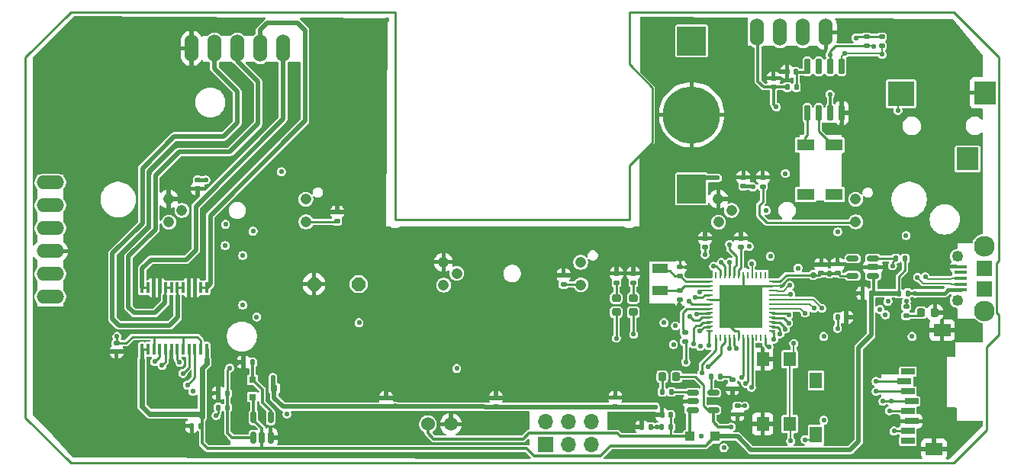
<source format=gbr>
%TF.GenerationSoftware,KiCad,Pcbnew,9.0.0*%
%TF.CreationDate,2025-04-22T12:37:31+01:00*%
%TF.ProjectId,FED3_v7.3,46454433-5f76-4372-9e33-2e6b69636164,rev?*%
%TF.SameCoordinates,Original*%
%TF.FileFunction,Copper,L1,Top*%
%TF.FilePolarity,Positive*%
%FSLAX46Y46*%
G04 Gerber Fmt 4.6, Leading zero omitted, Abs format (unit mm)*
G04 Created by KiCad (PCBNEW 9.0.0) date 2025-04-22 12:37:31*
%MOMM*%
%LPD*%
G01*
G04 APERTURE LIST*
G04 Aperture macros list*
%AMRoundRect*
0 Rectangle with rounded corners*
0 $1 Rounding radius*
0 $2 $3 $4 $5 $6 $7 $8 $9 X,Y pos of 4 corners*
0 Add a 4 corners polygon primitive as box body*
4,1,4,$2,$3,$4,$5,$6,$7,$8,$9,$2,$3,0*
0 Add four circle primitives for the rounded corners*
1,1,$1+$1,$2,$3*
1,1,$1+$1,$4,$5*
1,1,$1+$1,$6,$7*
1,1,$1+$1,$8,$9*
0 Add four rect primitives between the rounded corners*
20,1,$1+$1,$2,$3,$4,$5,0*
20,1,$1+$1,$4,$5,$6,$7,0*
20,1,$1+$1,$6,$7,$8,$9,0*
20,1,$1+$1,$8,$9,$2,$3,0*%
%AMOutline5P*
0 Free polygon, 5 corners , with rotation*
0 The origin of the aperture is its center*
0 number of corners: always 5*
0 $1 to $10 corner X, Y*
0 $11 Rotation angle, in degrees counterclockwise*
0 create outline with 5 corners*
4,1,5,$1,$2,$3,$4,$5,$6,$7,$8,$9,$10,$1,$2,$11*%
%AMOutline6P*
0 Free polygon, 6 corners , with rotation*
0 The origin of the aperture is its center*
0 number of corners: always 6*
0 $1 to $12 corner X, Y*
0 $13 Rotation angle, in degrees counterclockwise*
0 create outline with 6 corners*
4,1,6,$1,$2,$3,$4,$5,$6,$7,$8,$9,$10,$11,$12,$1,$2,$13*%
%AMOutline7P*
0 Free polygon, 7 corners , with rotation*
0 The origin of the aperture is its center*
0 number of corners: always 7*
0 $1 to $14 corner X, Y*
0 $15 Rotation angle, in degrees counterclockwise*
0 create outline with 7 corners*
4,1,7,$1,$2,$3,$4,$5,$6,$7,$8,$9,$10,$11,$12,$13,$14,$1,$2,$15*%
%AMOutline8P*
0 Free polygon, 8 corners , with rotation*
0 The origin of the aperture is its center*
0 number of corners: always 8*
0 $1 to $16 corner X, Y*
0 $17 Rotation angle, in degrees counterclockwise*
0 create outline with 8 corners*
4,1,8,$1,$2,$3,$4,$5,$6,$7,$8,$9,$10,$11,$12,$13,$14,$15,$16,$1,$2,$17*%
G04 Aperture macros list end*
%TA.AperFunction,SMDPad,CuDef*%
%ADD10R,1.400000X1.600000*%
%TD*%
%TA.AperFunction,SMDPad,CuDef*%
%ADD11RoundRect,0.135000X-0.135000X-0.185000X0.135000X-0.185000X0.135000X0.185000X-0.135000X0.185000X0*%
%TD*%
%TA.AperFunction,ComponentPad*%
%ADD12O,3.048000X1.524000*%
%TD*%
%TA.AperFunction,SMDPad,CuDef*%
%ADD13RoundRect,0.140000X-0.170000X0.140000X-0.170000X-0.140000X0.170000X-0.140000X0.170000X0.140000X0*%
%TD*%
%TA.AperFunction,SMDPad,CuDef*%
%ADD14RoundRect,0.140000X0.170000X-0.140000X0.170000X0.140000X-0.170000X0.140000X-0.170000X-0.140000X0*%
%TD*%
%TA.AperFunction,SMDPad,CuDef*%
%ADD15R,1.800000X1.000000*%
%TD*%
%TA.AperFunction,SMDPad,CuDef*%
%ADD16RoundRect,0.135000X0.135000X0.185000X-0.135000X0.185000X-0.135000X-0.185000X0.135000X-0.185000X0*%
%TD*%
%TA.AperFunction,SMDPad,CuDef*%
%ADD17RoundRect,0.140000X0.140000X0.170000X-0.140000X0.170000X-0.140000X-0.170000X0.140000X-0.170000X0*%
%TD*%
%TA.AperFunction,SMDPad,CuDef*%
%ADD18R,3.200000X3.200000*%
%TD*%
%TA.AperFunction,SMDPad,CuDef*%
%ADD19RoundRect,3.175000X0.000010X-0.000010X0.000010X0.000010X-0.000010X0.000010X-0.000010X-0.000010X0*%
%TD*%
%TA.AperFunction,SMDPad,CuDef*%
%ADD20RoundRect,0.218750X0.218750X0.256250X-0.218750X0.256250X-0.218750X-0.256250X0.218750X-0.256250X0*%
%TD*%
%TA.AperFunction,SMDPad,CuDef*%
%ADD21RoundRect,0.218750X-0.256250X0.218750X-0.256250X-0.218750X0.256250X-0.218750X0.256250X0.218750X0*%
%TD*%
%TA.AperFunction,SMDPad,CuDef*%
%ADD22RoundRect,0.135000X0.185000X-0.135000X0.185000X0.135000X-0.185000X0.135000X-0.185000X-0.135000X0*%
%TD*%
%TA.AperFunction,SMDPad,CuDef*%
%ADD23R,0.800000X0.700000*%
%TD*%
%TA.AperFunction,ComponentPad*%
%ADD24R,1.700000X1.700000*%
%TD*%
%TA.AperFunction,ComponentPad*%
%ADD25O,1.700000X1.700000*%
%TD*%
%TA.AperFunction,SMDPad,CuDef*%
%ADD26R,0.400000X1.200000*%
%TD*%
%TA.AperFunction,SMDPad,CuDef*%
%ADD27RoundRect,0.150000X-0.512500X-0.150000X0.512500X-0.150000X0.512500X0.150000X-0.512500X0.150000X0*%
%TD*%
%TA.AperFunction,SMDPad,CuDef*%
%ADD28R,1.900000X1.300000*%
%TD*%
%TA.AperFunction,SMDPad,CuDef*%
%ADD29RoundRect,0.150000X0.150000X-0.512500X0.150000X0.512500X-0.150000X0.512500X-0.150000X-0.512500X0*%
%TD*%
%TA.AperFunction,SMDPad,CuDef*%
%ADD30R,1.500000X0.700000*%
%TD*%
%TA.AperFunction,SMDPad,CuDef*%
%ADD31R,1.400000X1.800000*%
%TD*%
%TA.AperFunction,SMDPad,CuDef*%
%ADD32R,1.900000X1.400000*%
%TD*%
%TA.AperFunction,SMDPad,CuDef*%
%ADD33RoundRect,0.150000X0.150000X-0.725000X0.150000X0.725000X-0.150000X0.725000X-0.150000X-0.725000X0*%
%TD*%
%TA.AperFunction,ComponentPad*%
%ADD34O,1.524000X3.048000*%
%TD*%
%TA.AperFunction,SMDPad,CuDef*%
%ADD35R,0.750000X0.250000*%
%TD*%
%TA.AperFunction,SMDPad,CuDef*%
%ADD36R,0.250000X0.750000*%
%TD*%
%TA.AperFunction,SMDPad,CuDef*%
%ADD37R,4.700000X4.700000*%
%TD*%
%TA.AperFunction,SMDPad,CuDef*%
%ADD38RoundRect,0.135000X-0.185000X0.135000X-0.185000X-0.135000X0.185000X-0.135000X0.185000X0.135000X0*%
%TD*%
%TA.AperFunction,SMDPad,CuDef*%
%ADD39RoundRect,0.140000X-0.140000X-0.170000X0.140000X-0.170000X0.140000X0.170000X-0.140000X0.170000X0*%
%TD*%
%TA.AperFunction,ComponentPad*%
%ADD40C,1.524000*%
%TD*%
%TA.AperFunction,SMDPad,CuDef*%
%ADD41R,1.350000X0.400000*%
%TD*%
%TA.AperFunction,SMDPad,CuDef*%
%ADD42R,1.800000X1.800000*%
%TD*%
%TA.AperFunction,ComponentPad*%
%ADD43C,2.300000*%
%TD*%
%TA.AperFunction,ComponentPad*%
%ADD44C,1.250000*%
%TD*%
%TA.AperFunction,SMDPad,CuDef*%
%ADD45RoundRect,0.250000X0.300000X0.300000X-0.300000X0.300000X-0.300000X-0.300000X0.300000X-0.300000X0*%
%TD*%
%TA.AperFunction,ComponentPad*%
%ADD46Outline8P,-0.762000X0.315631X-0.315631X0.762000X0.315631X0.762000X0.762000X0.315631X0.762000X-0.315631X0.315631X-0.762000X-0.315631X-0.762000X-0.762000X-0.315631X180.000000*%
%TD*%
%TA.AperFunction,SMDPad,CuDef*%
%ADD47R,2.400000X2.550000*%
%TD*%
%TA.AperFunction,SMDPad,CuDef*%
%ADD48R,2.900000X2.750000*%
%TD*%
%TA.AperFunction,SMDPad,CuDef*%
%ADD49RoundRect,0.150000X0.512500X0.150000X-0.512500X0.150000X-0.512500X-0.150000X0.512500X-0.150000X0*%
%TD*%
%TA.AperFunction,SMDPad,CuDef*%
%ADD50RoundRect,0.218750X-0.218750X-0.256250X0.218750X-0.256250X0.218750X0.256250X-0.218750X0.256250X0*%
%TD*%
%TA.AperFunction,ComponentPad*%
%ADD51C,1.208000*%
%TD*%
%TA.AperFunction,ViaPad*%
%ADD52C,0.550000*%
%TD*%
%TA.AperFunction,ViaPad*%
%ADD53C,0.600000*%
%TD*%
%TA.AperFunction,ViaPad*%
%ADD54C,0.700000*%
%TD*%
%TA.AperFunction,Conductor*%
%ADD55C,0.400000*%
%TD*%
%TA.AperFunction,Conductor*%
%ADD56C,0.350000*%
%TD*%
%TA.AperFunction,Conductor*%
%ADD57C,0.300000*%
%TD*%
%TA.AperFunction,Conductor*%
%ADD58C,0.500000*%
%TD*%
%TA.AperFunction,Conductor*%
%ADD59C,0.220000*%
%TD*%
%TA.AperFunction,Conductor*%
%ADD60C,0.609600*%
%TD*%
%TA.AperFunction,Conductor*%
%ADD61C,0.254000*%
%TD*%
%TA.AperFunction,Conductor*%
%ADD62C,0.250000*%
%TD*%
%TA.AperFunction,Conductor*%
%ADD63C,0.304800*%
%TD*%
%TA.AperFunction,Conductor*%
%ADD64C,0.508000*%
%TD*%
%TA.AperFunction,Conductor*%
%ADD65C,0.406400*%
%TD*%
%TA.AperFunction,Conductor*%
%ADD66C,0.230000*%
%TD*%
%TA.AperFunction,Conductor*%
%ADD67C,0.210000*%
%TD*%
%TA.AperFunction,Conductor*%
%ADD68C,0.450000*%
%TD*%
%TA.AperFunction,Profile*%
%ADD69C,0.250000*%
%TD*%
G04 APERTURE END LIST*
D10*
%TO.P,SW2,1,1*%
%TO.N,~{RESET}*%
X179300000Y-118525000D03*
X179300000Y-125725000D03*
%TO.P,SW2,2,2*%
%TO.N,GND*%
X176300000Y-118525000D03*
X176300000Y-125725000D03*
%TD*%
D11*
%TO.P,R16,1*%
%TO.N,D9*%
X165065168Y-126050000D03*
%TO.P,R16,2*%
%TO.N,VBat*%
X166085168Y-126050000D03*
%TD*%
D12*
%TO.P,SCREEN0,1,Pin_1*%
%TO.N,D10*%
X97251100Y-98903600D03*
%TO.P,SCREEN0,2,Pin_2*%
%TO.N,D11*%
X97251100Y-101443600D03*
%TO.P,SCREEN0,3,Pin_3*%
%TO.N,D12*%
X97251100Y-103983600D03*
%TO.P,SCREEN0,4,Pin_4*%
%TO.N,GND*%
X97251100Y-106523600D03*
%TO.P,SCREEN0,5,Pin_5*%
%TO.N,unconnected-(SCREEN0-Pin_5-Pad5)*%
X97251100Y-109063600D03*
%TO.P,SCREEN0,6,Pin_6*%
%TO.N,+3V3*%
X97251100Y-111603600D03*
%TD*%
D13*
%TO.P,C18,1*%
%TO.N,Net-(U1-PA01{slash}EINT1{slash}SERCOM1.1)*%
X167125000Y-110910000D03*
%TO.P,C18,2*%
%TO.N,GND*%
X167125000Y-111870000D03*
%TD*%
D14*
%TO.P,C17,1*%
%TO.N,Net-(U1-PA00{slash}EINT0{slash}SERCOM1.0)*%
X167115000Y-109255000D03*
%TO.P,C17,2*%
%TO.N,GND*%
X167115000Y-108295000D03*
%TD*%
D11*
%TO.P,R10,1*%
%TO.N,Net-(CHG0-K)*%
X165140000Y-122150000D03*
%TO.P,R10,2*%
%TO.N,Net-(U3-STAT)*%
X166160000Y-122150000D03*
%TD*%
D15*
%TO.P,X2,1,1*%
%TO.N,Net-(U1-PA00{slash}EINT0{slash}SERCOM1.0)*%
X164885000Y-108435000D03*
%TO.P,X2,2,2*%
%TO.N,Net-(U1-PA01{slash}EINT1{slash}SERCOM1.1)*%
X164885000Y-110935000D03*
%TD*%
D11*
%TO.P,R6,1*%
%TO.N,+3V3*%
X179010000Y-88300000D03*
%TO.P,R6,2*%
%TO.N,Net-(IC4-VDD)*%
X180030000Y-88300000D03*
%TD*%
D16*
%TO.P,R14,1*%
%TO.N,Net-(R14-Pad1)*%
X171610000Y-120450000D03*
%TO.P,R14,2*%
%TO.N,Net-(U3-PROG)*%
X170590000Y-120450000D03*
%TD*%
D14*
%TO.P,C10,1*%
%TO.N,/IOs Interface/VCCNEO*%
X174155500Y-99292400D03*
%TO.P,C10,2*%
%TO.N,GND*%
X174155500Y-98332400D03*
%TD*%
D16*
%TO.P,R17,1*%
%TO.N,D9*%
X163887668Y-126050000D03*
%TO.P,R17,2*%
%TO.N,GND*%
X162867668Y-126050000D03*
%TD*%
D17*
%TO.P,C1,1*%
%TO.N,Net-(IC4-VDD)*%
X179980000Y-86600000D03*
%TO.P,C1,2*%
%TO.N,GND*%
X179020000Y-86600000D03*
%TD*%
D18*
%TO.P,B1,1,+*%
%TO.N,unconnected-(B1-+-Pad1)*%
X168415100Y-83170200D03*
%TO.P,B1,2,+*%
%TO.N,Net-(IC4-VBAT)*%
X168415100Y-99621000D03*
D19*
%TO.P,B1,3,-*%
%TO.N,GND*%
X168415100Y-91395600D03*
%TD*%
D20*
%TO.P,L2,1,K*%
%TO.N,GND*%
X195422500Y-113360000D03*
%TO.P,L2,2,A*%
%TO.N,Net-(L2-A)*%
X193847500Y-113360000D03*
%TD*%
D16*
%TO.P,R18,1*%
%TO.N,VUSB*%
X192385000Y-111200000D03*
%TO.P,R18,2*%
%TO.N,VCC*%
X191365000Y-111200000D03*
%TD*%
D21*
%TO.P,L1,1,K*%
%TO.N,Net-(L1-K)*%
X161940000Y-111732500D03*
%TO.P,L1,2,A*%
%TO.N,D8*%
X161940000Y-113307500D03*
%TD*%
D22*
%TO.P,R5,1*%
%TO.N,SDA*%
X189530000Y-83760000D03*
%TO.P,R5,2*%
%TO.N,+3V3*%
X189530000Y-82740000D03*
%TD*%
D14*
%TO.P,C8,1*%
%TO.N,/IOs Interface/VCCNEO*%
X134500000Y-123780000D03*
%TO.P,C8,2*%
%TO.N,GND*%
X134500000Y-122820000D03*
%TD*%
D23*
%TO.P,Q2,P$1,G*%
%TO.N,Net-(IC1-P$4)*%
X119700000Y-120812500D03*
%TO.P,Q2,P$2,S*%
%TO.N,VCC*%
X119700000Y-122712500D03*
%TO.P,Q2,P$3,D*%
%TO.N,/IOs Interface/VCCNEO*%
X122100000Y-121762500D03*
%TD*%
D24*
%TO.P,J1,1,Pin_1*%
%TO.N,+3V3*%
X152175000Y-128015000D03*
D25*
%TO.P,J1,2,Pin_2*%
%TO.N,~{RESET}*%
X152175000Y-125475000D03*
%TO.P,J1,3,Pin_3*%
%TO.N,GND*%
X154715000Y-128015000D03*
%TO.P,J1,4,Pin_4*%
%TO.N,/controler stage/SWDIO*%
X154715000Y-125475000D03*
%TO.P,J1,5,Pin_5*%
%TO.N,/controler stage/SWCLK*%
X157255000Y-128015000D03*
%TO.P,J1,6,Pin_6*%
%TO.N,unconnected-(J1-Pin_6-Pad6)*%
X157255000Y-125475000D03*
%TD*%
D14*
%TO.P,C6,1*%
%TO.N,/IOs Interface/VCCNEO*%
X159950000Y-123730000D03*
%TO.P,C6,2*%
%TO.N,GND*%
X159950000Y-122770000D03*
%TD*%
D13*
%TO.P,C3,1*%
%TO.N,+3V3*%
X104600000Y-116720000D03*
%TO.P,C3,2*%
%TO.N,GND*%
X104600000Y-117680000D03*
%TD*%
D22*
%TO.P,R12,1*%
%TO.N,Net-(LED1-DI)*%
X167670000Y-116535000D03*
%TO.P,R12,2*%
%TO.N,A1*%
X167670000Y-115515000D03*
%TD*%
D26*
%TO.P,IC2,1,AOUT1@1*%
%TO.N,/PINK*%
X114586100Y-110581600D03*
%TO.P,IC2,2,AOUT1@2*%
X113936100Y-110581600D03*
%TO.P,IC2,3,PGND1@1*%
%TO.N,GND*%
X113286100Y-110581600D03*
%TO.P,IC2,4,PGND1@2*%
X112636100Y-110581600D03*
%TO.P,IC2,5,AOUT2@1*%
%TO.N,/ORANGE*%
X111986100Y-110581600D03*
%TO.P,IC2,6,AOUT2@2*%
X111336100Y-110581600D03*
%TO.P,IC2,7,BOUT2@1*%
%TO.N,/YELLOW*%
X110686100Y-110581600D03*
%TO.P,IC2,8,BOUT2@2*%
X110036100Y-110581600D03*
%TO.P,IC2,9,PGND2@1*%
%TO.N,GND*%
X109386100Y-110581600D03*
%TO.P,IC2,10,PGND2@2*%
X108736100Y-110581600D03*
%TO.P,IC2,11,BOUT1@1*%
%TO.N,/BLUE*%
X108086100Y-110581600D03*
%TO.P,IC2,12,BOUT1@2*%
X107436100Y-110581600D03*
%TO.P,IC2,13,VM@2*%
%TO.N,VCC*%
X107436100Y-117421600D03*
%TO.P,IC2,14,VM@3*%
X108086100Y-117421600D03*
%TO.P,IC2,15,PWMB*%
%TO.N,+3V3*%
X108736100Y-117421600D03*
%TO.P,IC2,16,BIN2*%
%TO.N,A5*%
X109386100Y-117421600D03*
%TO.P,IC2,17,BIN1*%
%TO.N,A4*%
X110036100Y-117421600D03*
%TO.P,IC2,18,GND@1*%
%TO.N,GND*%
X110686100Y-117421600D03*
%TO.P,IC2,19,STBY*%
%TO.N,D13*%
X111336100Y-117421600D03*
%TO.P,IC2,20,VCC*%
%TO.N,+3V3*%
X111986100Y-117421600D03*
%TO.P,IC2,21,AIN1*%
%TO.N,A3*%
X112636100Y-117421600D03*
%TO.P,IC2,22,AIN2*%
%TO.N,A2*%
X113286100Y-117421600D03*
%TO.P,IC2,23,PWMA*%
%TO.N,+3V3*%
X113936100Y-117421600D03*
%TO.P,IC2,24,VM@1*%
%TO.N,VCC*%
X114586100Y-117421600D03*
%TD*%
D27*
%TO.P,U3,1,STAT*%
%TO.N,Net-(U3-STAT)*%
X168525168Y-122257836D03*
%TO.P,U3,2,VSS*%
%TO.N,GND*%
X168525168Y-123207836D03*
%TO.P,U3,3,VBAT*%
%TO.N,VBat*%
X168525168Y-124157836D03*
%TO.P,U3,4,VDD*%
%TO.N,VUSB*%
X170800168Y-124157836D03*
%TO.P,U3,5,PROG*%
%TO.N,Net-(U3-PROG)*%
X170800168Y-122257836D03*
%TD*%
D28*
%TO.P,X1,1,1*%
%TO.N,Net-(IC4-XI)*%
X181039100Y-94741600D03*
%TO.P,X1,2,2*%
%TO.N,unconnected-(X1-Pad2)*%
X181039100Y-100241600D03*
%TO.P,X1,3,3*%
%TO.N,unconnected-(X1-Pad3)*%
X184239100Y-100241600D03*
%TO.P,X1,4,4*%
%TO.N,Net-(IC4-XO)*%
X184239100Y-94741600D03*
%TD*%
D11*
%TO.P,R8,1*%
%TO.N,GND*%
X115890000Y-122300000D03*
%TO.P,R8,2*%
%TO.N,D13*%
X116910000Y-122300000D03*
%TD*%
D29*
%TO.P,IC1,1,P$1*%
%TO.N,D13*%
X119800000Y-127237500D03*
%TO.P,IC1,2,P$2*%
%TO.N,VCC*%
X120750000Y-127237500D03*
%TO.P,IC1,3,P$3*%
%TO.N,GND*%
X121700000Y-127237500D03*
%TO.P,IC1,4,P$4*%
%TO.N,Net-(IC1-P$4)*%
X121700000Y-124962500D03*
%TO.P,IC1,5,P$5*%
%TO.N,VCC*%
X119800000Y-124962500D03*
%TD*%
D14*
%TO.P,C19,1*%
%TO.N,Net-(U1-VDDCORE)*%
X173895000Y-106070000D03*
%TO.P,C19,2*%
%TO.N,GND*%
X173895000Y-105110000D03*
%TD*%
D30*
%TO.P,X4,1,DAT2*%
%TO.N,unconnected-(X4-DAT2-Pad1)*%
X192410000Y-119900000D03*
%TO.P,X4,2,CS*%
%TO.N,SD_CS*%
X192010000Y-121000000D03*
%TO.P,X4,3,DATA_IN*%
%TO.N,MOSI*%
X192410000Y-122100000D03*
%TO.P,X4,4,SD_VDD*%
%TO.N,+3V3*%
X192810000Y-123200000D03*
%TO.P,X4,5,SCLK*%
%TO.N,SCK*%
X192410000Y-124300000D03*
%TO.P,X4,6,GND@3*%
%TO.N,GND*%
X192810000Y-125400000D03*
%TO.P,X4,7,DATA_OUT*%
%TO.N,MISO*%
X192410000Y-126500000D03*
%TO.P,X4,8,DAT1*%
%TO.N,unconnected-(X4-DAT1-Pad8)*%
X192410000Y-127600000D03*
D31*
%TO.P,X4,CD1,CARD_DETECT*%
%TO.N,D7*%
X182210000Y-126900000D03*
%TO.P,X4,CD2,CARD_DETECT1*%
%TO.N,unconnected-(X4-CARD_DETECT1-PadCD2)*%
X182210000Y-120900000D03*
D32*
%TO.P,X4,MT1,GND@2*%
%TO.N,GND*%
X195310000Y-128500000D03*
%TO.P,X4,MT2,GND@1*%
X196210000Y-115300000D03*
%TD*%
D22*
%TO.P,R15,1*%
%TO.N,Net-(L0-K)*%
X160080000Y-110030000D03*
%TO.P,R15,2*%
%TO.N,GND*%
X160080000Y-109010000D03*
%TD*%
D16*
%TO.P,R11,1*%
%TO.N,VCC*%
X192110000Y-107350000D03*
%TO.P,R11,2*%
%TO.N,/EN*%
X191090000Y-107350000D03*
%TD*%
D21*
%TO.P,L0,1,K*%
%TO.N,Net-(L0-K)*%
X160050000Y-111732500D03*
%TO.P,L0,2,A*%
%TO.N,D13*%
X160050000Y-113307500D03*
%TD*%
D33*
%TO.P,IC4,1,XI*%
%TO.N,Net-(IC4-XI)*%
X181242100Y-91176600D03*
%TO.P,IC4,2,XO*%
%TO.N,Net-(IC4-XO)*%
X182512100Y-91176600D03*
%TO.P,IC4,3,VBAT*%
%TO.N,Net-(IC4-VBAT)*%
X183782100Y-91176600D03*
%TO.P,IC4,4,VSS*%
%TO.N,GND*%
X185052100Y-91176600D03*
%TO.P,IC4,5,SDA*%
%TO.N,SDA*%
X185052100Y-86026600D03*
%TO.P,IC4,6,SCL*%
%TO.N,SCL*%
X183782100Y-86026600D03*
%TO.P,IC4,7,~{INT1/CLK}*%
%TO.N,/controler stage/SQW*%
X182512100Y-86026600D03*
%TO.P,IC4,8,VDD*%
%TO.N,Net-(IC4-VDD)*%
X181242100Y-86026600D03*
%TD*%
D14*
%TO.P,C15,1*%
%TO.N,+3V3*%
X184600000Y-108930000D03*
%TO.P,C15,2*%
%TO.N,GND*%
X184600000Y-107970000D03*
%TD*%
%TO.P,C7,1*%
%TO.N,/IOs Interface/VCCNEO*%
X146700000Y-123780000D03*
%TO.P,C7,2*%
%TO.N,GND*%
X146700000Y-122820000D03*
%TD*%
D34*
%TO.P,AUX_I2C0,1,Pin_1*%
%TO.N,+3V3*%
X175691100Y-82225600D03*
%TO.P,AUX_I2C0,2,Pin_2*%
%TO.N,SCL*%
X178231100Y-82225600D03*
%TO.P,AUX_I2C0,3,Pin_3*%
%TO.N,SDA*%
X180771100Y-82225600D03*
%TO.P,AUX_I2C0,4,Pin_4*%
%TO.N,GND*%
X183311100Y-82225600D03*
%TD*%
D17*
%TO.P,C4,1*%
%TO.N,VCC*%
X113905000Y-125950000D03*
%TO.P,C4,2*%
%TO.N,GND*%
X112945000Y-125950000D03*
%TD*%
D14*
%TO.P,C12,1*%
%TO.N,/controler stage/AREF*%
X169895000Y-106070000D03*
%TO.P,C12,2*%
%TO.N,GND*%
X169895000Y-105110000D03*
%TD*%
D22*
%TO.P,R13,1*%
%TO.N,Net-(L1-K)*%
X161940000Y-110030000D03*
%TO.P,R13,2*%
%TO.N,GND*%
X161940000Y-109010000D03*
%TD*%
D35*
%TO.P,U1,1,PA00/EINT0/SERCOM1.0*%
%TO.N,Net-(U1-PA00{slash}EINT0{slash}SERCOM1.0)*%
X170390000Y-109890000D03*
%TO.P,U1,2,PA01/EINT1/SERCOM1.1*%
%TO.N,Net-(U1-PA01{slash}EINT1{slash}SERCOM1.1)*%
X170390000Y-110390000D03*
%TO.P,U1,3,PA02/EINT2/AIN0/Y0/VOUT*%
%TO.N,A0*%
X170390000Y-110890000D03*
%TO.P,U1,4,PA03/EINT3/VREFA/AIN1*%
%TO.N,/controler stage/AREF*%
X170390000Y-111390000D03*
%TO.P,U1,5,GNDA*%
%TO.N,GND*%
X170390000Y-111890000D03*
%TO.P,U1,6,VDDA*%
%TO.N,+3V3*%
X170390000Y-112390000D03*
%TO.P,U1,7,PB08/I8/AIN2/SERCOM4.0*%
%TO.N,A1*%
X170390000Y-112890000D03*
%TO.P,U1,8,PB09/I9/AIN3/SERCOM4.1*%
%TO.N,A2*%
X170390000Y-113390000D03*
%TO.P,U1,9,PA04/EINT4/VREFB/AIN4/SERCOM0.0*%
%TO.N,A3*%
X170390000Y-113890000D03*
%TO.P,U1,10,PA05/EINT5/AIN5/SERCOM0.1*%
%TO.N,A4*%
X170390000Y-114390000D03*
%TO.P,U1,11,PA06/EINT6/AIN6/SERCOM0.2*%
%TO.N,D8*%
X170390000Y-114890000D03*
%TO.P,U1,12,PA07/I7/AIN7/SERCOM0.3/I2SD0*%
%TO.N,D9*%
X170390000Y-115390000D03*
D36*
%TO.P,U1,13,PA08/I2C/AIN16/SERCOM0+2.0/I2SD1*%
%TO.N,SD_CS*%
X171115000Y-116115000D03*
%TO.P,U1,14,PA09/I2C/I9/AIN17/SERCOM0+2.1/I2SMC*%
%TO.N,unconnected-(U1-PA09{slash}I2C{slash}I9{slash}AIN17{slash}SERCOM0+2.1{slash}I2SMC-Pad14)*%
X171615000Y-116115000D03*
%TO.P,U1,15,PA10/I10/AIN18/SERCOM0+2.2/I2SCK*%
%TO.N,TX*%
X172115000Y-116115000D03*
%TO.P,U1,16,PA11/I11/AIN19/SERCOM0+2.3/I2SF0*%
%TO.N,RX*%
X172615000Y-116115000D03*
%TO.P,U1,17,VDDIO*%
%TO.N,+3V3*%
X173115000Y-116115000D03*
%TO.P,U1,18,GND*%
%TO.N,GND*%
X173615000Y-116115000D03*
%TO.P,U1,19,PB10/I10/SERCOM4.2/I2SMC*%
%TO.N,MOSI*%
X174115000Y-116115000D03*
%TO.P,U1,20,PB11/I11/SERCOM4.3/I2SCL*%
%TO.N,SCK*%
X174615000Y-116115000D03*
%TO.P,U1,21,PA12/I12/I2C/SERCOM2+4.0*%
%TO.N,MISO*%
X175115000Y-116115000D03*
%TO.P,U1,22,PA13/I13/I2C/SERCOM2+4.1*%
%TO.N,unconnected-(U1-PA13{slash}I13{slash}I2C{slash}SERCOM2+4.1-Pad22)*%
X175615000Y-116115000D03*
%TO.P,U1,23,PA14/I14/SERCOM2+4.2*%
%TO.N,unconnected-(U1-PA14{slash}I14{slash}SERCOM2+4.2-Pad23)*%
X176115000Y-116115000D03*
%TO.P,U1,24,PA15/I15/SERCOM3+4.3*%
%TO.N,D5*%
X176615000Y-116115000D03*
D35*
%TO.P,U1,25,PA16/I2C/I0/SERCOM1+3.0*%
%TO.N,D11*%
X177340000Y-115390000D03*
%TO.P,U1,26,PA17/I2C/I1/SERCOM1+3.1*%
%TO.N,D13*%
X177340000Y-114890000D03*
%TO.P,U1,27,PA18/I2/SERCOM1+3.2*%
%TO.N,D10*%
X177340000Y-114390000D03*
%TO.P,U1,28,PA19/I3/SERCOM1+3.3/I2SD0*%
%TO.N,D12*%
X177340000Y-113890000D03*
%TO.P,U1,29,PA20/I4/SERCOM3+5.2/I2SSC*%
%TO.N,D6*%
X177340000Y-113390000D03*
%TO.P,U1,30,PA21/I5/SERCOM3+5.3/I2SFS0*%
%TO.N,D7*%
X177340000Y-112890000D03*
%TO.P,U1,31,PA22/I2C/I6/SERCOM3+5.0*%
%TO.N,SDA*%
X177340000Y-112390000D03*
%TO.P,U1,32,PA23/I2C/I7/SERCOM3+5.1/SOF*%
%TO.N,SCL*%
X177340000Y-111890000D03*
%TO.P,U1,33,PA24/I12/SERCOM3+5.2/D-*%
%TO.N,D-*%
X177340000Y-111390000D03*
%TO.P,U1,34,PA25/I13/SERCOM3+5.3/D+*%
%TO.N,D+*%
X177340000Y-110890000D03*
%TO.P,U1,35,GND*%
%TO.N,GND*%
X177340000Y-110390000D03*
%TO.P,U1,36,VDDIO*%
%TO.N,+3V3*%
X177340000Y-109890000D03*
D36*
%TO.P,U1,37,PB22/I6/SERCOM5.2*%
%TO.N,unconnected-(U1-PB22{slash}I6{slash}SERCOM5.2-Pad37)*%
X176615000Y-109165000D03*
%TO.P,U1,38,PB23/I7/SERCOM5.3*%
%TO.N,unconnected-(U1-PB23{slash}I7{slash}SERCOM5.3-Pad38)*%
X176115000Y-109165000D03*
%TO.P,U1,39,PA27/I15*%
%TO.N,unconnected-(U1-PA27{slash}I15-Pad39)*%
X175615000Y-109165000D03*
%TO.P,U1,40,/RESET*%
%TO.N,~{RESET}*%
X175115000Y-109165000D03*
%TO.P,U1,41,PA28/I8*%
%TO.N,unconnected-(U1-PA28{slash}I8-Pad41)*%
X174615000Y-109165000D03*
%TO.P,U1,42,GND*%
%TO.N,GND*%
X174115000Y-109165000D03*
%TO.P,U1,43,VDDCORE*%
%TO.N,Net-(U1-VDDCORE)*%
X173615000Y-109165000D03*
%TO.P,U1,44,VDDIN*%
%TO.N,+3V3*%
X173115000Y-109165000D03*
%TO.P,U1,45,PA30/I10/SECOM1.2/SWCLK*%
%TO.N,/controler stage/SWCLK*%
X172615000Y-109165000D03*
%TO.P,U1,46,PA31/I11/SECOM1.3/SWDIO*%
%TO.N,/controler stage/SWDIO*%
X172115000Y-109165000D03*
%TO.P,U1,47,PB02/I2/AIN10/SERCOM5.0*%
%TO.N,A5*%
X171615000Y-109165000D03*
%TO.P,U1,48,PB03/I3/AIN11/SERCOM5.1*%
%TO.N,unconnected-(U1-PB03{slash}I3{slash}AIN11{slash}SERCOM5.1-Pad48)*%
X171115000Y-109165000D03*
D37*
%TO.P,U1,49,GND*%
%TO.N,GND*%
X173865000Y-112640000D03*
%TD*%
D14*
%TO.P,C2,1*%
%TO.N,+3V3*%
X177500000Y-88280000D03*
%TO.P,C2,2*%
%TO.N,GND*%
X177500000Y-87320000D03*
%TD*%
D38*
%TO.P,R19,1*%
%TO.N,+3V3*%
X192230000Y-112680000D03*
%TO.P,R19,2*%
%TO.N,Net-(L2-A)*%
X192230000Y-113700000D03*
%TD*%
D39*
%TO.P,C14,1*%
%TO.N,+3V3*%
X184620000Y-113850000D03*
%TO.P,C14,2*%
%TO.N,GND*%
X185580000Y-113850000D03*
%TD*%
D40*
%TO.P,X5,1,Pin_1*%
%TO.N,GND*%
X141694300Y-125736400D03*
%TO.P,X5,2,Pin_2*%
%TO.N,VBat*%
X139154300Y-125736400D03*
%TD*%
D14*
%TO.P,C13,1*%
%TO.N,+3V3*%
X182800000Y-108980000D03*
%TO.P,C13,2*%
%TO.N,GND*%
X182800000Y-108020000D03*
%TD*%
D38*
%TO.P,R4,1*%
%TO.N,+3V3*%
X187810000Y-82740000D03*
%TO.P,R4,2*%
%TO.N,SCL*%
X187810000Y-83760000D03*
%TD*%
D41*
%TO.P,USB0,P$1,1*%
%TO.N,VUSB*%
X198225000Y-110850000D03*
%TO.P,USB0,P$2,2*%
%TO.N,D+*%
X198225000Y-110200000D03*
%TO.P,USB0,P$3,3*%
%TO.N,D-*%
X198225000Y-109550000D03*
%TO.P,USB0,P$4,4*%
%TO.N,unconnected-(USB0-4-PadP$4)*%
X198225000Y-108900000D03*
%TO.P,USB0,P$5,5*%
%TO.N,GND*%
X198225000Y-108250000D03*
D42*
%TO.P,USB0,P$6,P$5*%
%TO.N,unconnected-(USB0-P$5-PadP$6)*%
X200900000Y-110700000D03*
%TO.P,USB0,P$7,P$6*%
%TO.N,unconnected-(USB0-P$6-PadP$7)*%
X200900000Y-108400000D03*
D43*
%TO.P,USB0,SHIELD_1,P$2*%
%TO.N,unconnected-(USB0-P$2-PadSHIELD_1)*%
X200900000Y-113150000D03*
%TO.P,USB0,SHIELD_2,P$3*%
%TO.N,unconnected-(USB0-P$3-PadSHIELD_2)*%
X200900000Y-105950000D03*
D44*
%TO.P,USB0,SHIELD_3,P$1*%
%TO.N,unconnected-(USB0-P$1-PadSHIELD_3)*%
X197900000Y-107125000D03*
%TO.P,USB0,SHIELD_4,P$4*%
%TO.N,unconnected-(USB0-P$4-PadSHIELD_4)*%
X197900000Y-111975000D03*
%TD*%
D11*
%TO.P,R9,1*%
%TO.N,GND*%
X118680000Y-118870000D03*
%TO.P,R9,2*%
%TO.N,Net-(IC1-P$4)*%
X119700000Y-118870000D03*
%TD*%
D45*
%TO.P,D2,1,K*%
%TO.N,VCC*%
X170988968Y-127107836D03*
%TO.P,D2,2,A*%
%TO.N,VBat*%
X168188968Y-127107836D03*
%TD*%
D22*
%TO.P,R1,1*%
%TO.N,Net-(PI3-Pad2)*%
X129100000Y-103210000D03*
%TO.P,R1,2*%
%TO.N,GND*%
X129100000Y-102190000D03*
%TD*%
%TO.P,R3,1*%
%TO.N,Net-(PI1-Pad2)*%
X176309100Y-99353600D03*
%TO.P,R3,2*%
%TO.N,GND*%
X176309100Y-98333600D03*
%TD*%
D17*
%TO.P,C11,1*%
%TO.N,VCC*%
X188330000Y-111200000D03*
%TO.P,C11,2*%
%TO.N,GND*%
X187370000Y-111200000D03*
%TD*%
D46*
%TO.P,BZ1,1,+*%
%TO.N,RX*%
X131459200Y-110180000D03*
%TO.P,BZ1,2,-*%
%TO.N,GND*%
X126510000Y-110180000D03*
%TD*%
D22*
%TO.P,R20,1*%
%TO.N,GND*%
X172950000Y-121810000D03*
%TO.P,R20,2*%
%TO.N,Net-(R14-Pad1)*%
X172950000Y-120790000D03*
%TD*%
D34*
%TO.P,MOTOR0,1,Pin_1*%
%TO.N,GND*%
X112921100Y-84003600D03*
%TO.P,MOTOR0,2,Pin_2*%
%TO.N,/ORANGE*%
X115461100Y-84003600D03*
%TO.P,MOTOR0,3,Pin_3*%
%TO.N,/YELLOW*%
X118001100Y-84003600D03*
%TO.P,MOTOR0,4,Pin_4*%
%TO.N,/PINK*%
X120541100Y-84003600D03*
%TO.P,MOTOR0,5,Pin_5*%
%TO.N,/BLUE*%
X123081100Y-84003600D03*
%TD*%
D17*
%TO.P,C16,1*%
%TO.N,VBat*%
X166095168Y-124700000D03*
%TO.P,C16,2*%
%TO.N,GND*%
X165135168Y-124700000D03*
%TD*%
D13*
%TO.P,C5,1*%
%TO.N,/IOs Interface/VCCNEO*%
X173500000Y-123720000D03*
%TO.P,C5,2*%
%TO.N,GND*%
X173500000Y-124680000D03*
%TD*%
D22*
%TO.P,R2,1*%
%TO.N,Net-(PI2-Pad2)*%
X154200000Y-110210000D03*
%TO.P,R2,2*%
%TO.N,GND*%
X154200000Y-109190000D03*
%TD*%
D13*
%TO.P,C9,1*%
%TO.N,/IOs Interface/VCCNEO*%
X113600000Y-98620000D03*
%TO.P,C9,2*%
%TO.N,GND*%
X113600000Y-99580000D03*
%TD*%
D16*
%TO.P,R7,1*%
%TO.N,D13*%
X116910000Y-123900000D03*
%TO.P,R7,2*%
%TO.N,+3V3*%
X115890000Y-123900000D03*
%TD*%
D47*
%TO.P,EXT0,1,1*%
%TO.N,unconnected-(EXT0-Pad1)*%
X199044300Y-96289800D03*
D48*
%TO.P,EXT0,4,4*%
%TO.N,A0*%
X191644300Y-89039800D03*
D47*
%TO.P,EXT0,5,5*%
%TO.N,GND*%
X200944300Y-88939800D03*
%TD*%
D49*
%TO.P,U2,1,IN*%
%TO.N,VCC*%
X188537500Y-109250000D03*
%TO.P,U2,2,GND*%
%TO.N,GND*%
X188537500Y-108300000D03*
%TO.P,U2,3,EN*%
%TO.N,/EN*%
X188537500Y-107350000D03*
%TO.P,U2,4,P4*%
%TO.N,unconnected-(U2-P4-Pad4)*%
X186262500Y-107350000D03*
%TO.P,U2,5,OUT*%
%TO.N,+3V3*%
X186262500Y-109250000D03*
%TD*%
D50*
%TO.P,CHG0,1,K*%
%TO.N,Net-(CHG0-K)*%
X165137500Y-120475000D03*
%TO.P,CHG0,2,A*%
%TO.N,VUSB*%
X166712500Y-120475000D03*
%TD*%
D51*
%TO.P,PI3,1,1*%
%TO.N,+3V3*%
X125601100Y-100763600D03*
%TO.P,PI3,2,2*%
%TO.N,Net-(PI3-Pad2)*%
X125621100Y-103273600D03*
%TO.P,PI3,3,3*%
%TO.N,+3V3*%
X110401100Y-103303600D03*
%TO.P,PI3,4,4*%
%TO.N,D5*%
X111851100Y-102003600D03*
%TO.P,PI3,5,5*%
%TO.N,GND*%
X110381100Y-100733600D03*
%TD*%
%TO.P,PI1,1,1*%
%TO.N,+3V3*%
X186601100Y-100763600D03*
%TO.P,PI1,2,2*%
%TO.N,Net-(PI1-Pad2)*%
X186621100Y-103273600D03*
%TO.P,PI1,3,3*%
%TO.N,+3V3*%
X171401100Y-103303600D03*
%TO.P,PI1,4,4*%
%TO.N,D6*%
X172851100Y-102003600D03*
%TO.P,PI1,5,5*%
%TO.N,GND*%
X171381100Y-100733600D03*
%TD*%
%TO.P,PI2,1,1*%
%TO.N,+3V3*%
X156101100Y-107763600D03*
%TO.P,PI2,2,2*%
%TO.N,Net-(PI2-Pad2)*%
X156121100Y-110273600D03*
%TO.P,PI2,3,3*%
%TO.N,+3V3*%
X140901100Y-110303600D03*
%TO.P,PI2,4,4*%
%TO.N,TX*%
X142351100Y-109003600D03*
%TO.P,PI2,5,5*%
%TO.N,GND*%
X140881100Y-107733600D03*
%TD*%
D52*
%TO.N,GND*%
X197034500Y-90526000D03*
X185700000Y-117350000D03*
X163750000Y-86250000D03*
X162775000Y-108925000D03*
X138025000Y-112425000D03*
X128500000Y-122175000D03*
X117300000Y-86600000D03*
X108825000Y-94375000D03*
X197410000Y-124400000D03*
X178700000Y-104025000D03*
X185700000Y-127350000D03*
X174625000Y-126850000D03*
X110525000Y-112900000D03*
X109000000Y-108700000D03*
X187250000Y-108300000D03*
X188975000Y-127500000D03*
X199075000Y-126750000D03*
X162925000Y-120900000D03*
X145300000Y-119500000D03*
X186975000Y-106000000D03*
X128083100Y-94833000D03*
X194540000Y-115300000D03*
X174925000Y-114575000D03*
D53*
X155050000Y-112200000D03*
D52*
X114550000Y-112050000D03*
X112075000Y-114975000D03*
X125200000Y-125100000D03*
X145100000Y-125800000D03*
X173150000Y-114500000D03*
X160300000Y-129050000D03*
X112225000Y-108875000D03*
X137400000Y-120600000D03*
X187900000Y-89425000D03*
X161250000Y-119500000D03*
D53*
X158600000Y-115000000D03*
D52*
X184900000Y-88450000D03*
X198425000Y-115325000D03*
X97025000Y-86825000D03*
X193600000Y-128500000D03*
X103725000Y-88225000D03*
X177875000Y-123125000D03*
X179951900Y-91029400D03*
X184775000Y-124400000D03*
X185950000Y-98200000D03*
X177050000Y-95825000D03*
X112675000Y-123250000D03*
X122000000Y-98750000D03*
X182275000Y-115400000D03*
X152700000Y-108700000D03*
X133283100Y-86415600D03*
X175735500Y-91029400D03*
X143700000Y-112250000D03*
X158595000Y-112335000D03*
X182300000Y-122900000D03*
X103725000Y-98300000D03*
X166700000Y-103700000D03*
X161125000Y-122900000D03*
X98815300Y-96778800D03*
X105475000Y-83975000D03*
X129175000Y-100975000D03*
X174000000Y-96000000D03*
X122225000Y-112425000D03*
X113900000Y-129000000D03*
X196340000Y-120170000D03*
X124700000Y-120600000D03*
X169375000Y-109000000D03*
X149650000Y-120850000D03*
X194350000Y-125375000D03*
X118575000Y-126050000D03*
X126600000Y-86600000D03*
X167350000Y-123225000D03*
X196325000Y-108950000D03*
X126250000Y-80900000D03*
X132200000Y-125000000D03*
X183750000Y-118700000D03*
X134600000Y-80800000D03*
X110775000Y-120000000D03*
X133750000Y-103050000D03*
X163400000Y-81300000D03*
X173200000Y-110700000D03*
X197799100Y-82351600D03*
X119750000Y-99750000D03*
X159225000Y-108950000D03*
X100263100Y-81589600D03*
X131025000Y-106900000D03*
X111800000Y-97900000D03*
X113325000Y-80800000D03*
X191000000Y-97200000D03*
X111900000Y-126000000D03*
X131000000Y-98000000D03*
X128800000Y-127200000D03*
X161950000Y-126100000D03*
X189400000Y-119550000D03*
X152025000Y-119475000D03*
X196530000Y-113360000D03*
X166998986Y-112533874D03*
X99550000Y-105450000D03*
X124300000Y-86400000D03*
X137395300Y-109245800D03*
X95713900Y-117221400D03*
X116600000Y-127600000D03*
X139000000Y-127775000D03*
X131100000Y-120600000D03*
X155075000Y-122900000D03*
X119400000Y-108400000D03*
X186800000Y-81300000D03*
X178925000Y-107200000D03*
X148325000Y-122475000D03*
X148550000Y-129125000D03*
X165800000Y-106975000D03*
X133050000Y-111550000D03*
X105400000Y-122800000D03*
X141875000Y-122500000D03*
X154925000Y-119475000D03*
X107600000Y-128800000D03*
X127850000Y-114400000D03*
X174150000Y-103275000D03*
X173475000Y-128925000D03*
X144761300Y-108509200D03*
X108000000Y-112300000D03*
X104600000Y-118900000D03*
X122100000Y-107900000D03*
X111693100Y-87050600D03*
X123000000Y-127200000D03*
X192660000Y-117600000D03*
X101725000Y-110225000D03*
X186691186Y-111200543D03*
X114400000Y-115200000D03*
X145425000Y-129125000D03*
X117900000Y-109900000D03*
X134625000Y-121450000D03*
X189950000Y-115200000D03*
X157725000Y-121875000D03*
X111693100Y-91495600D03*
X184969500Y-93142200D03*
X115200000Y-122300000D03*
X97977100Y-126547600D03*
X134000000Y-94500000D03*
X117000000Y-113800000D03*
X121300000Y-86600000D03*
X109050000Y-122525000D03*
X95691100Y-94289600D03*
X163500000Y-96500000D03*
X98253900Y-122047400D03*
X175016099Y-111300819D03*
X173800000Y-121900000D03*
X115950000Y-103100000D03*
X149875000Y-125650000D03*
X200150000Y-99975000D03*
X174725000Y-124725000D03*
X176903900Y-84171400D03*
X173691900Y-84455400D03*
X117949566Y-118995000D03*
X170775000Y-123250000D03*
X163509100Y-102671600D03*
X190900000Y-125400000D03*
X101475000Y-92175000D03*
D54*
%TO.N,+3V3*%
X183700000Y-109000000D03*
D52*
X174800000Y-106000000D03*
X184625000Y-104375000D03*
X116650000Y-105900000D03*
X177800000Y-90500000D03*
X184600000Y-115100000D03*
X192230000Y-112070000D03*
X104650000Y-116000000D03*
X168120000Y-112081102D03*
D54*
X181900000Y-109180000D03*
D52*
X173400000Y-117299813D03*
X186645600Y-82840000D03*
X190525000Y-123200000D03*
X115650000Y-124775000D03*
X172625000Y-105775000D03*
X189625000Y-123200000D03*
X192200000Y-104800000D03*
%TO.N,/IOs Interface/VCCNEO*%
X152159100Y-123816200D03*
X114500000Y-98620000D03*
X148095100Y-123816200D03*
X135500000Y-123716000D03*
X139400000Y-123800000D03*
X121950000Y-120550000D03*
X164400000Y-123841600D03*
X129400000Y-123800000D03*
X175200000Y-99400000D03*
X161200000Y-123850000D03*
X174300000Y-123716000D03*
%TO.N,/EN*%
X190700000Y-108150000D03*
%TO.N,Net-(LED1-DI)*%
X167775000Y-118850000D03*
%TO.N,Net-(LED8-DO)*%
X122900000Y-97700000D03*
X123500000Y-124600000D03*
%TO.N,Net-(LED10-DI)*%
X116700000Y-103550000D03*
X178800000Y-97900000D03*
%TO.N,SCL*%
X183750000Y-84750000D03*
X189300000Y-113000000D03*
X182850000Y-112880000D03*
X188635600Y-83800000D03*
%TO.N,SDA*%
X185380000Y-84570000D03*
X181975000Y-112880000D03*
X189900000Y-113600000D03*
X189547800Y-84672200D03*
%TO.N,D11*%
X177550000Y-116300000D03*
X177150000Y-107100000D03*
%TO.N,D10*%
X120150000Y-113830000D03*
X178809985Y-115174790D03*
X119750000Y-104300000D03*
%TO.N,VUSB*%
X183070000Y-116000000D03*
X172800000Y-126050000D03*
X193225000Y-111225000D03*
X192875000Y-116000000D03*
X183070000Y-125300000D03*
%TO.N,RX*%
X172615854Y-117309459D03*
X165350000Y-114475000D03*
X131505030Y-114475628D03*
%TO.N,A0*%
X191300000Y-90900000D03*
X190200000Y-112100000D03*
X169300000Y-111025000D03*
%TO.N,TX*%
X142350000Y-119550000D03*
X170250000Y-119350000D03*
%TO.N,D6*%
X176700000Y-102000000D03*
X179178408Y-113644953D03*
%TO.N,D5*%
X113075000Y-122100000D03*
X177000000Y-117147512D03*
%TO.N,D13*%
X178205779Y-115700000D03*
X117150000Y-119495000D03*
X111600000Y-118875000D03*
X160060000Y-116200000D03*
%TO.N,D12*%
X118600000Y-112500000D03*
X179174262Y-114496407D03*
X118600000Y-107000000D03*
%TO.N,/controler stage/AREF*%
X168795000Y-111690000D03*
X169900000Y-106900000D03*
%TO.N,D8*%
X169270000Y-115425000D03*
X161977136Y-115748717D03*
%TO.N,~{RESET}*%
X179750000Y-116775000D03*
X180225000Y-108400000D03*
X179400000Y-127600000D03*
X175100000Y-107900000D03*
%TO.N,/controler stage/SWCLK*%
X172650000Y-107750000D03*
X172000000Y-128350000D03*
%TO.N,/controler stage/SWDIO*%
X169450000Y-127050000D03*
X171712500Y-107787500D03*
%TO.N,SCK*%
X190350000Y-124250000D03*
X174400000Y-121200000D03*
%TO.N,MOSI*%
X188875000Y-122100000D03*
X173972880Y-120559319D03*
%TO.N,D7*%
X181000000Y-113400000D03*
X181000000Y-127450000D03*
%TO.N,D+*%
X193469016Y-109447664D03*
X179300000Y-110325000D03*
%TO.N,D-*%
X194337812Y-109370528D03*
X179400000Y-111300000D03*
%TO.N,MISO*%
X175050000Y-121650000D03*
X190875000Y-126500000D03*
%TO.N,SD_CS*%
X169553453Y-120060999D03*
X188865168Y-121000000D03*
%TO.N,A2*%
X168950000Y-113525000D03*
X169356276Y-117097000D03*
X112475000Y-121400000D03*
%TO.N,A5*%
X166625000Y-114825000D03*
X108850000Y-118800000D03*
X170850000Y-108200000D03*
%TO.N,A4*%
X168625143Y-116855457D03*
X109650000Y-119225000D03*
%TO.N,A3*%
X166400000Y-116900000D03*
X168200000Y-113775000D03*
X111975000Y-120100000D03*
%TO.N,D9*%
X170300000Y-117000000D03*
X164550000Y-126050000D03*
%TO.N,Net-(IC4-VBAT)*%
X183759600Y-89109600D03*
X171259900Y-98406000D03*
%TD*%
D55*
%TO.N,VCC*%
X107436100Y-118575000D02*
X107436100Y-117421600D01*
D56*
X188630000Y-109342500D02*
X188537500Y-109250000D01*
D57*
X158315000Y-129235000D02*
X150910000Y-129235000D01*
X120750000Y-127237500D02*
X120750000Y-128425000D01*
X119800000Y-122812500D02*
X119700000Y-122712500D01*
D58*
X186950000Y-127650000D02*
X186000000Y-128600000D01*
D57*
X170988968Y-127107836D02*
X169946804Y-128150000D01*
X119800000Y-125250000D02*
X119800000Y-124962500D01*
D58*
X191365000Y-111200000D02*
X188630000Y-111200000D01*
D59*
X192110000Y-108640000D02*
X192110000Y-107350000D01*
D57*
X169946804Y-128150000D02*
X159400000Y-128150000D01*
D58*
X188330000Y-115840000D02*
X186950000Y-117220000D01*
D57*
X120750000Y-126200000D02*
X119800000Y-125250000D01*
D58*
X188430000Y-111200000D02*
X188330000Y-111200000D01*
D60*
X114100000Y-119525000D02*
X114100000Y-124925000D01*
D57*
X159400000Y-128150000D02*
X158315000Y-129235000D01*
D58*
X186000000Y-128600000D02*
X175000000Y-128600000D01*
D60*
X107436100Y-118575000D02*
X107436100Y-123761100D01*
X113750000Y-124575000D02*
X114100000Y-124925000D01*
D56*
X188630000Y-111200000D02*
X188630000Y-109342500D01*
D57*
X150910000Y-129235000D02*
X150125000Y-128450000D01*
D58*
X173507836Y-127107836D02*
X170988968Y-127107836D01*
D60*
X108250000Y-124575000D02*
X113750000Y-124575000D01*
D59*
X191365000Y-109385000D02*
X192110000Y-108640000D01*
D58*
X186950000Y-117220000D02*
X186950000Y-127650000D01*
D61*
X108086100Y-117421600D02*
X107436100Y-117421600D01*
D57*
X119800000Y-124962500D02*
X119800000Y-122812500D01*
X114100000Y-127850000D02*
X114100000Y-124925000D01*
D60*
X107436100Y-123761100D02*
X108250000Y-124575000D01*
D57*
X120750000Y-126200000D02*
X120750000Y-127237500D01*
D58*
X175000000Y-128600000D02*
X173507836Y-127107836D01*
D57*
X150125000Y-128450000D02*
X114700000Y-128450000D01*
D58*
X188330000Y-111200000D02*
X188330000Y-115840000D01*
D60*
X114586100Y-119038900D02*
X114100000Y-119525000D01*
X114586100Y-118513900D02*
X114586100Y-119038900D01*
D57*
X114700000Y-128450000D02*
X114100000Y-127850000D01*
D59*
X191365000Y-111200000D02*
X191365000Y-109385000D01*
D55*
X114586100Y-118513900D02*
X114586100Y-117421600D01*
D61*
X114620500Y-117456000D02*
X114586100Y-117421600D01*
D57*
%TO.N,GND*%
X112636100Y-109286100D02*
X112636100Y-110581600D01*
D59*
X173570000Y-115410000D02*
X173620000Y-115460000D01*
X168115000Y-108285000D02*
X168125000Y-108275000D01*
X175926918Y-110390000D02*
X177310000Y-110390000D01*
D56*
X187250000Y-108300000D02*
X188487500Y-108300000D01*
D59*
X159250000Y-108975000D02*
X159225000Y-108950000D01*
D62*
X112895000Y-126000000D02*
X112945000Y-125950000D01*
X111900000Y-126000000D02*
X112895000Y-126000000D01*
D59*
X170432500Y-111925000D02*
X171553333Y-111925000D01*
X186691186Y-111200543D02*
X186691729Y-111200000D01*
D57*
X109000000Y-108700000D02*
X109386100Y-109086100D01*
D62*
X162867668Y-126050000D02*
X162000000Y-126050000D01*
D59*
X186691729Y-111200000D02*
X187370000Y-111200000D01*
X173040000Y-121900000D02*
X172950000Y-121810000D01*
D62*
X115900000Y-122300000D02*
X115200000Y-122300000D01*
D59*
X166998986Y-112533874D02*
X166998986Y-111996014D01*
X166998986Y-111996014D02*
X167125000Y-111870000D01*
X175016099Y-111300819D02*
X175926918Y-110390000D01*
X173620000Y-115460000D02*
X173620000Y-116112500D01*
D62*
X194540000Y-115300000D02*
X196210000Y-115300000D01*
D59*
X167125000Y-106975000D02*
X167125000Y-108285000D01*
X167125000Y-108285000D02*
X167115000Y-108295000D01*
D57*
X112225000Y-108875000D02*
X112636100Y-109286100D01*
D59*
X173800000Y-121900000D02*
X173040000Y-121900000D01*
X171553333Y-111925000D02*
X171570000Y-111908333D01*
D62*
X121700000Y-127237500D02*
X122962500Y-127237500D01*
D59*
X173207038Y-115410000D02*
X173570000Y-115410000D01*
D62*
X190907836Y-125407836D02*
X191367332Y-125407836D01*
D59*
X174120000Y-110404720D02*
X174120000Y-109200000D01*
D57*
X109386100Y-109086100D02*
X109386100Y-110581600D01*
D59*
X160075000Y-108975000D02*
X159250000Y-108975000D01*
X195422500Y-113360000D02*
X196530000Y-113360000D01*
X117949566Y-118995000D02*
X118074566Y-118870000D01*
D62*
X162000000Y-126050000D02*
X161950000Y-126100000D01*
D59*
X162775000Y-108925000D02*
X161985000Y-108925000D01*
X165800000Y-106975000D02*
X167125000Y-106975000D01*
X161985000Y-108925000D02*
X161965000Y-108945000D01*
D62*
X190900000Y-125400000D02*
X194325000Y-125400000D01*
X194325000Y-125400000D02*
X194350000Y-125375000D01*
D59*
X175016099Y-111300819D02*
X174120000Y-110404720D01*
D62*
X104600000Y-117680000D02*
X104600000Y-118900000D01*
D59*
X167125000Y-108285000D02*
X168115000Y-108285000D01*
X118074566Y-118870000D02*
X118680000Y-118870000D01*
X195310000Y-128500000D02*
X193600000Y-128500000D01*
D62*
X190900000Y-125400000D02*
X190907836Y-125407836D01*
X122962500Y-127237500D02*
X123000000Y-127200000D01*
D59*
X172437927Y-114640889D02*
X173207038Y-115410000D01*
D63*
%TO.N,Net-(IC4-VDD)*%
X181242100Y-86651600D02*
X180031600Y-86651600D01*
X180031600Y-86651600D02*
X179980000Y-86600000D01*
X181242100Y-86026600D02*
X181242100Y-86651600D01*
D59*
X180030000Y-86650000D02*
X179980000Y-86600000D01*
X180030000Y-88300000D02*
X180030000Y-86650000D01*
%TO.N,Net-(U1-VDDCORE)*%
X173615000Y-109202500D02*
X173615000Y-108645000D01*
X173615000Y-108645000D02*
X173895000Y-108365000D01*
X173895000Y-108365000D02*
X173895000Y-106070000D01*
D62*
%TO.N,+3V3*%
X172625000Y-105775000D02*
X172625000Y-106325000D01*
D61*
X187810000Y-82740000D02*
X189530000Y-82740000D01*
D62*
X111986100Y-117421600D02*
X111986100Y-116033600D01*
D59*
X178060000Y-109890000D02*
X177340000Y-109890000D01*
D61*
X186745600Y-82740000D02*
X187810000Y-82740000D01*
D59*
X184600000Y-115100000D02*
X184600000Y-114600000D01*
D62*
X178932500Y-109180000D02*
X178222500Y-109890000D01*
D57*
X184280000Y-109000000D02*
X184350000Y-108930000D01*
D59*
X192230000Y-112680000D02*
X192230000Y-112260000D01*
D62*
X104600000Y-116720000D02*
X105680000Y-116720000D01*
X105680000Y-116720000D02*
X106366400Y-116033600D01*
D57*
X175781100Y-82315600D02*
X175691100Y-82225600D01*
D62*
X192810000Y-123200000D02*
X190500000Y-123200000D01*
D59*
X173400000Y-117299813D02*
X173400000Y-117255000D01*
D57*
X177800000Y-90500000D02*
X177500000Y-90200000D01*
D62*
X182600000Y-109180000D02*
X178932500Y-109180000D01*
D59*
X115890000Y-123900000D02*
X115890000Y-124535000D01*
D62*
X172625000Y-106325000D02*
X173400000Y-107100000D01*
D59*
X184600000Y-114600000D02*
X184620000Y-114580000D01*
X173120000Y-116975000D02*
X173120000Y-116112500D01*
D62*
X113936100Y-116418600D02*
X113551100Y-116033600D01*
X183700000Y-109000000D02*
X184280000Y-109000000D01*
X178222500Y-109890000D02*
X178060000Y-109890000D01*
D59*
X184920000Y-109250000D02*
X186262500Y-109250000D01*
D62*
X168428898Y-112390000D02*
X170390000Y-112390000D01*
X108736100Y-116033600D02*
X108736100Y-117421600D01*
D59*
X184600000Y-108930000D02*
X184920000Y-109250000D01*
D57*
X182950000Y-108930000D02*
X183020000Y-109000000D01*
X183020000Y-109000000D02*
X184280000Y-109000000D01*
D62*
X190500000Y-123200000D02*
X189600000Y-123200000D01*
X173400000Y-107100000D02*
X173400000Y-108050000D01*
X182800000Y-108980000D02*
X182600000Y-109180000D01*
D57*
X177500000Y-90200000D02*
X177500000Y-88280000D01*
D62*
X173120000Y-108330000D02*
X173120000Y-109237500D01*
D59*
X192230000Y-112260000D02*
X192230000Y-112070000D01*
D62*
X104650000Y-116000000D02*
X104650000Y-116670000D01*
D57*
X177500000Y-88280000D02*
X178990000Y-88280000D01*
D62*
X168120000Y-112081102D02*
X168428898Y-112390000D01*
X106366400Y-116033600D02*
X111986100Y-116033600D01*
D57*
X177500000Y-88280000D02*
X176380000Y-88280000D01*
D62*
X173400000Y-108050000D02*
X173120000Y-108330000D01*
D57*
X175781100Y-87681100D02*
X175781100Y-82315600D01*
D59*
X115890000Y-124535000D02*
X115650000Y-124775000D01*
D57*
X176380000Y-88280000D02*
X175781100Y-87681100D01*
X178990000Y-88280000D02*
X179010000Y-88300000D01*
X184350000Y-108930000D02*
X184600000Y-108930000D01*
D59*
X184620000Y-114580000D02*
X184620000Y-113850000D01*
D62*
X104650000Y-116670000D02*
X104600000Y-116720000D01*
D64*
X156100000Y-107762500D02*
X156101100Y-107763600D01*
D59*
X173400000Y-117255000D02*
X173120000Y-116975000D01*
D62*
X113936100Y-117421600D02*
X113936100Y-116418600D01*
X113551100Y-116033600D02*
X111986100Y-116033600D01*
D64*
%TO.N,/IOs Interface/VCCNEO*%
X135500000Y-123716000D02*
X135574800Y-123790800D01*
D59*
X173988000Y-123716000D02*
X174300000Y-123716000D01*
D64*
X135574800Y-123790800D02*
X139390800Y-123790800D01*
X145377300Y-123790800D02*
X145402700Y-123816200D01*
D59*
X174300000Y-123716000D02*
X173504000Y-123716000D01*
D65*
X114500000Y-98620000D02*
X113600000Y-98620000D01*
D64*
X158102700Y-123816200D02*
X152159100Y-123816200D01*
X122100000Y-121762500D02*
X122100000Y-122800000D01*
D65*
X175200000Y-99400000D02*
X175092400Y-99292400D01*
D64*
X121950000Y-121612500D02*
X122100000Y-121762500D01*
X139390800Y-123790800D02*
X139400000Y-123800000D01*
X121950000Y-120550000D02*
X121950000Y-121612500D01*
X122100000Y-122800000D02*
X123100000Y-123800000D01*
X164400000Y-123841600D02*
X158128100Y-123841600D01*
X139400000Y-123800000D02*
X139409200Y-123790800D01*
X123100000Y-123800000D02*
X129400000Y-123800000D01*
X135416000Y-123800000D02*
X129400000Y-123800000D01*
X158128100Y-123841600D02*
X158102700Y-123816200D01*
X135500000Y-123716000D02*
X135416000Y-123800000D01*
D65*
X175092400Y-99292400D02*
X174155500Y-99292400D01*
D64*
X145402700Y-123816200D02*
X148095100Y-123816200D01*
D59*
X173504000Y-123716000D02*
X173500000Y-123720000D01*
D64*
X139409200Y-123790800D02*
X145377300Y-123790800D01*
X152159100Y-123816200D02*
X148095100Y-123816200D01*
D59*
%TO.N,Net-(U1-PA00{slash}EINT0{slash}SERCOM1.0)*%
X165165000Y-108715000D02*
X164885000Y-108435000D01*
X170427500Y-109890000D02*
X167750000Y-109890000D01*
X165975000Y-108715000D02*
X165165000Y-108715000D01*
X167750000Y-109890000D02*
X167115000Y-109255000D01*
X166515000Y-109255000D02*
X165975000Y-108715000D01*
X167115000Y-109255000D02*
X166515000Y-109255000D01*
%TO.N,Net-(U1-PA01{slash}EINT1{slash}SERCOM1.1)*%
X164885000Y-111205000D02*
X165180000Y-110910000D01*
X167125000Y-110910000D02*
X167645000Y-110390000D01*
X167645000Y-110390000D02*
X170427500Y-110390000D01*
X165180000Y-110910000D02*
X167125000Y-110910000D01*
%TO.N,/EN*%
X188537500Y-107350000D02*
X191090000Y-107350000D01*
D66*
X190700000Y-108150000D02*
X190700000Y-107740000D01*
X190700000Y-107740000D02*
X191090000Y-107350000D01*
D64*
%TO.N,/BLUE*%
X113400000Y-106400000D02*
X112300000Y-107500000D01*
X107436100Y-108463900D02*
X107436100Y-110581600D01*
X123081100Y-84003600D02*
X123081100Y-91861800D01*
X123081100Y-91861800D02*
X113400000Y-101542900D01*
D61*
X108086100Y-110581600D02*
X107436100Y-110581600D01*
D64*
X112300000Y-107500000D02*
X108400000Y-107500000D01*
X108400000Y-107500000D02*
X107436100Y-108463900D01*
X113400000Y-101542900D02*
X113400000Y-106400000D01*
%TO.N,/ORANGE*%
X111000000Y-93800000D02*
X107475000Y-97325000D01*
X115461100Y-86261100D02*
X118000000Y-88800000D01*
X107475000Y-103425000D02*
X104153100Y-106746900D01*
X110503100Y-114763600D02*
X111265100Y-114001600D01*
X115461100Y-84003600D02*
X115461100Y-86261100D01*
X104153100Y-114053100D02*
X104863600Y-114763600D01*
X107475000Y-97325000D02*
X107475000Y-103425000D01*
X111366700Y-113900000D02*
X111366700Y-111512400D01*
X104153100Y-106746900D02*
X104153100Y-114053100D01*
X118000000Y-92300000D02*
X116500000Y-93800000D01*
X118000000Y-88800000D02*
X118000000Y-92300000D01*
X104863600Y-114763600D02*
X110503100Y-114763600D01*
X116500000Y-93800000D02*
X111000000Y-93800000D01*
D61*
X111986100Y-110581600D02*
X111336100Y-110581600D01*
X111336100Y-111481800D02*
X111336100Y-110581600D01*
D64*
X111265100Y-114001600D02*
G75*
G03*
X111366700Y-113900000I0J101600D01*
G01*
D61*
X111366700Y-111512400D02*
G75*
G02*
X111336100Y-111481800I0J30600D01*
G01*
D64*
%TO.N,/PINK*%
X125501100Y-82003600D02*
X124697500Y-81200000D01*
X120541100Y-81963600D02*
X120541100Y-84003600D01*
X115000000Y-102558300D02*
X125501100Y-92057200D01*
X114586100Y-110581600D02*
X115000000Y-110167700D01*
X125501100Y-92057200D02*
X125501100Y-82003600D01*
X115000000Y-110167700D02*
X115000000Y-102558300D01*
D61*
X113936100Y-110581600D02*
X114586100Y-110581600D01*
D64*
X121304700Y-81200000D02*
X120541100Y-81963600D01*
X124697500Y-81200000D02*
X121304700Y-81200000D01*
%TO.N,/YELLOW*%
X105925000Y-107100000D02*
X108928300Y-104096700D01*
D61*
X109995100Y-111461600D02*
X109995100Y-110622600D01*
D64*
X106592000Y-113392000D02*
X105925000Y-112725000D01*
X109995100Y-112223600D02*
X108826700Y-113392000D01*
D61*
X110036100Y-110581600D02*
X110686100Y-110581600D01*
D64*
X108928300Y-104096700D02*
X108928300Y-98101200D01*
X120300000Y-87700000D02*
X118001100Y-85401100D01*
X108928300Y-98101200D02*
X111529500Y-95500000D01*
X118001100Y-85401100D02*
X118001100Y-84003600D01*
X105925000Y-112725000D02*
X105925000Y-107100000D01*
X117182700Y-95500000D02*
X120300000Y-92382700D01*
X109995100Y-111461600D02*
X109995100Y-112223600D01*
X120300000Y-92382700D02*
X120300000Y-87700000D01*
X111529500Y-95500000D02*
X117182700Y-95500000D01*
D61*
X109995100Y-110622600D02*
X110036100Y-110581600D01*
D64*
X108826700Y-113392000D02*
X106592000Y-113392000D01*
D61*
%TO.N,Net-(IC4-XI)*%
X181001100Y-93903600D02*
X181001100Y-94703600D01*
X181242100Y-93662600D02*
X181001100Y-93903600D01*
X181242100Y-91176600D02*
X181242100Y-93662600D01*
X181001100Y-94703600D02*
X181039100Y-94741600D01*
%TO.N,Net-(IC4-XO)*%
X184039100Y-94741600D02*
X182512100Y-93214600D01*
X184239100Y-94741600D02*
X184039100Y-94741600D01*
X182512100Y-93214600D02*
X182512100Y-91176600D01*
%TO.N,Net-(LED1-DI)*%
X167775000Y-118850000D02*
X167775000Y-116440000D01*
X167770000Y-116435000D02*
X167770000Y-116415000D01*
X167775000Y-116440000D02*
X167770000Y-116435000D01*
D67*
%TO.N,SCL*%
X182850000Y-112880000D02*
X181895000Y-111925000D01*
D66*
X184340000Y-83760000D02*
X187810000Y-83760000D01*
D67*
X188635600Y-83800000D02*
X188595600Y-83760000D01*
D61*
X183782100Y-84782100D02*
X183782100Y-86416600D01*
D67*
X188595600Y-83760000D02*
X187810000Y-83760000D01*
D61*
X183750000Y-84750000D02*
X183782100Y-84782100D01*
D66*
X183750000Y-84350000D02*
X184340000Y-83760000D01*
D67*
X181895000Y-111925000D02*
X177345000Y-111925000D01*
D66*
X183750000Y-84750000D02*
X183750000Y-84350000D01*
D61*
%TO.N,Net-(PI1-Pad2)*%
X176309100Y-101040900D02*
X176309100Y-99353600D01*
X186561100Y-103333600D02*
X176733600Y-103333600D01*
X186621100Y-103273600D02*
X186561100Y-103333600D01*
X175900000Y-102500000D02*
X175900000Y-101450000D01*
X176733600Y-103333600D02*
X175900000Y-102500000D01*
X175900000Y-101450000D02*
X176309100Y-101040900D01*
%TO.N,Net-(PI2-Pad2)*%
X156033600Y-110198600D02*
X156070000Y-110235000D01*
D59*
X156057500Y-110210000D02*
X156121100Y-110273600D01*
X154200000Y-110210000D02*
X156057500Y-110210000D01*
D61*
%TO.N,Net-(PI3-Pad2)*%
X125621100Y-103273600D02*
X129036400Y-103273600D01*
X129036400Y-103273600D02*
X129100000Y-103210000D01*
D59*
%TO.N,Net-(CHG0-K)*%
X165137500Y-122147500D02*
X165137500Y-120475000D01*
X165140000Y-122150000D02*
X165137500Y-122147500D01*
%TO.N,Net-(U3-STAT)*%
X168417332Y-122150000D02*
X168525168Y-122257836D01*
X166160000Y-122150000D02*
X168417332Y-122150000D01*
%TO.N,Net-(U3-PROG)*%
X170800168Y-122257836D02*
X170590000Y-122047668D01*
X170590000Y-122047668D02*
X170590000Y-120450000D01*
%TO.N,Net-(L1-K)*%
X161940000Y-111732500D02*
X161940000Y-110030000D01*
D67*
%TO.N,SDA*%
X189547800Y-84672200D02*
X189435600Y-84560000D01*
X189547800Y-84672200D02*
X189530000Y-84654400D01*
X185380000Y-84570000D02*
X185052100Y-84897900D01*
X181975000Y-112880000D02*
X181970000Y-112880000D01*
X189445600Y-84570000D02*
X189547800Y-84672200D01*
X185380000Y-84570000D02*
X189445600Y-84570000D01*
X185052100Y-84897900D02*
X185052100Y-86026600D01*
X181975000Y-112880000D02*
X181520000Y-112425000D01*
X181520000Y-112425000D02*
X177345000Y-112425000D01*
X189530000Y-84654400D02*
X189530000Y-83760000D01*
D59*
%TO.N,D11*%
X177550000Y-115600000D02*
X177375000Y-115425000D01*
X177375000Y-115425000D02*
X177325000Y-115425000D01*
X177550000Y-116300000D02*
X177550000Y-115600000D01*
%TO.N,D10*%
X178225000Y-114425000D02*
X177325000Y-114425000D01*
X178809985Y-115009985D02*
X178225000Y-114425000D01*
X178809985Y-115174790D02*
X178809985Y-115009985D01*
D57*
%TO.N,VUSB*%
X193225000Y-111225000D02*
X192410000Y-111225000D01*
X171350000Y-126050000D02*
X170800168Y-125500168D01*
D59*
X169700000Y-123650000D02*
X169700000Y-121375000D01*
D68*
X196700000Y-111000000D02*
X196500000Y-111200000D01*
D59*
X170800168Y-124157836D02*
X170207836Y-124157836D01*
X170207836Y-124157836D02*
X169700000Y-123650000D01*
D68*
X193250000Y-111200000D02*
X193225000Y-111225000D01*
X196850000Y-110850000D02*
X196700000Y-111000000D01*
D59*
X169700000Y-121375000D02*
X168800000Y-120475000D01*
D57*
X170800168Y-125500168D02*
X170800168Y-124157836D01*
D59*
X168800000Y-120475000D02*
X166712500Y-120475000D01*
D57*
X192410000Y-111225000D02*
X192385000Y-111200000D01*
X172800000Y-126050000D02*
X171350000Y-126050000D01*
D68*
X198250000Y-110850000D02*
X196850000Y-110850000D01*
X196500000Y-111200000D02*
X193250000Y-111200000D01*
D59*
%TO.N,Net-(L0-K)*%
X160050000Y-111632500D02*
X160050000Y-110040000D01*
X160050000Y-110040000D02*
X160080000Y-110010000D01*
%TO.N,RX*%
X131505030Y-114475628D02*
X131500000Y-114470598D01*
X172620000Y-117305313D02*
X172620000Y-116112500D01*
X172615854Y-117309459D02*
X172620000Y-117305313D01*
D67*
%TO.N,A0*%
X191300000Y-89384100D02*
X191644300Y-89039800D01*
X191300000Y-90900000D02*
X191300000Y-89384100D01*
X169300000Y-111025000D02*
X169435000Y-110890000D01*
X169435000Y-110890000D02*
X170360000Y-110890000D01*
D59*
%TO.N,TX*%
X170250000Y-119350000D02*
X171700000Y-117900000D01*
X172120000Y-116675000D02*
X172120000Y-116112500D01*
X171700000Y-117900000D02*
X171700000Y-117095000D01*
X171700000Y-117095000D02*
X172120000Y-116675000D01*
%TO.N,D6*%
X179178408Y-113644953D02*
X178958455Y-113425000D01*
X178958455Y-113425000D02*
X177325000Y-113425000D01*
%TO.N,D5*%
X176847512Y-117147512D02*
X176620000Y-116920000D01*
X177000000Y-117147512D02*
X176847512Y-117147512D01*
X176620000Y-116920000D02*
X176620000Y-116150000D01*
%TO.N,D13*%
X117150000Y-119495000D02*
X116910000Y-119735000D01*
X160060000Y-116200000D02*
X160050000Y-116190000D01*
D57*
X116910000Y-122300000D02*
X116910000Y-123900000D01*
X119800000Y-127237500D02*
X117437500Y-127237500D01*
D59*
X177925000Y-114925000D02*
X177325000Y-114925000D01*
D57*
X116910000Y-126710000D02*
X116910000Y-123900000D01*
D59*
X160050000Y-116190000D02*
X160050000Y-113307500D01*
X111600000Y-118875000D02*
X111336100Y-118611100D01*
D57*
X117437500Y-127237500D02*
X116910000Y-126710000D01*
D59*
X111336100Y-118611100D02*
X111336100Y-117421600D01*
X178205779Y-115205779D02*
X177925000Y-114925000D01*
X178205779Y-115700000D02*
X178205779Y-115205779D01*
X116910000Y-119735000D02*
X116910000Y-122300000D01*
D57*
%TO.N,Net-(IC1-P$4)*%
X121700000Y-124962500D02*
X121700000Y-124262500D01*
X121700000Y-124262500D02*
X120800000Y-123362500D01*
X120800000Y-123362500D02*
X120800000Y-121912500D01*
X119700000Y-120812500D02*
X119700000Y-118872500D01*
X120800000Y-121912500D02*
X119700000Y-120812500D01*
X119700000Y-118872500D02*
X119690000Y-118862500D01*
D59*
%TO.N,A1*%
X167475012Y-115220012D02*
X167475012Y-113324988D01*
X167770000Y-115515000D02*
X167475012Y-115220012D01*
X167475012Y-113324988D02*
X167910000Y-112890000D01*
X167910000Y-112890000D02*
X170390000Y-112890000D01*
%TO.N,D12*%
X178602855Y-113925000D02*
X177325000Y-113925000D01*
X179174262Y-114496407D02*
X178602855Y-113925000D01*
%TO.N,/controler stage/AREF*%
X169590244Y-111690000D02*
X169890244Y-111390000D01*
X168795000Y-111690000D02*
X169590244Y-111690000D01*
X169900000Y-106075000D02*
X169895000Y-106070000D01*
X169900000Y-106900000D02*
X169900000Y-106075000D01*
X169890244Y-111390000D02*
X170427500Y-111390000D01*
%TO.N,D8*%
X169850000Y-114925000D02*
X170432500Y-114925000D01*
X169350000Y-115425000D02*
X169850000Y-114925000D01*
X169270000Y-115425000D02*
X169350000Y-115425000D01*
X161977136Y-115748717D02*
X161940000Y-115711581D01*
X161940000Y-115711581D02*
X161940000Y-113307500D01*
D67*
%TO.N,~{RESET}*%
X179750000Y-118075000D02*
X179750000Y-116775000D01*
X175120000Y-107920000D02*
X175120000Y-109200000D01*
X179400000Y-125825000D02*
X179300000Y-125725000D01*
X175100000Y-107900000D02*
X175120000Y-107920000D01*
X179400000Y-127600000D02*
X179400000Y-125825000D01*
X179300000Y-118525000D02*
X179750000Y-118075000D01*
X179300000Y-125725000D02*
X179300000Y-118525000D01*
D59*
%TO.N,/controler stage/SWCLK*%
X172620000Y-107780000D02*
X172620000Y-109200000D01*
X172650000Y-107750000D02*
X172620000Y-107780000D01*
%TO.N,/controler stage/SWDIO*%
X172120000Y-108195000D02*
X172120000Y-109200000D01*
X171712500Y-107787500D02*
X172120000Y-108195000D01*
D62*
%TO.N,SCK*%
X190400000Y-124300000D02*
X190350000Y-124250000D01*
X192410000Y-124300000D02*
X190400000Y-124300000D01*
D59*
X174620000Y-120980000D02*
X174620000Y-116112500D01*
X174400000Y-121200000D02*
X174620000Y-120980000D01*
%TO.N,MOSI*%
X174120000Y-120412199D02*
X174120000Y-116112500D01*
D62*
X188875000Y-122100000D02*
X192410000Y-122100000D01*
D59*
X173972880Y-120559319D02*
X174120000Y-120412199D01*
D67*
%TO.N,D7*%
X181000000Y-127450000D02*
X181660000Y-127450000D01*
X180525000Y-112925000D02*
X177325000Y-112925000D01*
X181660000Y-127450000D02*
X182210000Y-126900000D01*
X181000000Y-113400000D02*
X180525000Y-112925000D01*
%TO.N,D+*%
X193469016Y-109447664D02*
X194121352Y-110100000D01*
X178604756Y-110950000D02*
X179229756Y-110325000D01*
X179229756Y-110325000D02*
X179300000Y-110325000D01*
X197175999Y-110100000D02*
X197275999Y-110200000D01*
X177907501Y-110925000D02*
X177932501Y-110950000D01*
X177345000Y-110925000D02*
X177907501Y-110925000D01*
X177932501Y-110950000D02*
X178604756Y-110950000D01*
X194121352Y-110100000D02*
X197175999Y-110100000D01*
X197275999Y-110200000D02*
X198288500Y-110200000D01*
%TO.N,D-*%
X197175999Y-109650000D02*
X197275999Y-109550000D01*
X179300000Y-111400000D02*
X177932501Y-111400000D01*
X179400000Y-111300000D02*
X179300000Y-111400000D01*
X194617284Y-109650000D02*
X197175999Y-109650000D01*
X197275999Y-109550000D02*
X198288500Y-109550000D01*
X177932501Y-111400000D02*
X177907501Y-111425000D01*
X194337812Y-109370528D02*
X194617284Y-109650000D01*
X177907501Y-111425000D02*
X177345000Y-111425000D01*
D62*
%TO.N,MISO*%
X192410000Y-126500000D02*
X190875000Y-126500000D01*
D59*
X175050000Y-121650000D02*
X175120000Y-121580000D01*
X175120000Y-121580000D02*
X175120000Y-116112500D01*
D62*
%TO.N,SD_CS*%
X188865168Y-121000000D02*
X192010000Y-121000000D01*
D59*
X169553453Y-120060999D02*
X169553453Y-119096547D01*
X171120000Y-117530000D02*
X171120000Y-116112500D01*
X169553453Y-119096547D02*
X171120000Y-117530000D01*
%TO.N,A2*%
X169050000Y-113425000D02*
X170432500Y-113425000D01*
X168950000Y-113525000D02*
X169050000Y-113425000D01*
X112475000Y-121400000D02*
X113286100Y-120588900D01*
X113286100Y-120588900D02*
X113286100Y-117421600D01*
%TO.N,A5*%
X108850000Y-118800000D02*
X109386100Y-118263900D01*
X171620000Y-108685000D02*
X171620000Y-109200000D01*
X171135000Y-108200000D02*
X171620000Y-108685000D01*
X109386100Y-118263900D02*
X109386100Y-117421600D01*
X170850000Y-108200000D02*
X171135000Y-108200000D01*
%TO.N,A4*%
X109650000Y-119225000D02*
X110036100Y-118838900D01*
X168600000Y-116830314D02*
X168600000Y-115095000D01*
X169295000Y-114800000D02*
X169670000Y-114425000D01*
X168895000Y-114800000D02*
X169295000Y-114800000D01*
X169670000Y-114425000D02*
X170432500Y-114425000D01*
X168600000Y-115095000D02*
X168895000Y-114800000D01*
X110036100Y-118838900D02*
X110036100Y-117421600D01*
X168625143Y-116855457D02*
X168600000Y-116830314D01*
%TO.N,A3*%
X112636100Y-119438900D02*
X112636100Y-117421600D01*
X168650000Y-114225000D02*
X169225000Y-114225000D01*
X168200000Y-113775000D02*
X168650000Y-114225000D01*
X169560000Y-113890000D02*
X170390000Y-113890000D01*
X111975000Y-120100000D02*
X112636100Y-119438900D01*
X169225000Y-114225000D02*
X169560000Y-113890000D01*
%TO.N,D9*%
X170300000Y-115557500D02*
X170432500Y-115425000D01*
D62*
X163887668Y-126050000D02*
X165065168Y-126050000D01*
D59*
X170300000Y-117000000D02*
X170300000Y-115557500D01*
D64*
%TO.N,Net-(IC4-VBAT)*%
X168415100Y-99621000D02*
X169630100Y-98406000D01*
D63*
X183782100Y-89267900D02*
X183782100Y-91176600D01*
D64*
X169630100Y-98406000D02*
X171259900Y-98406000D01*
D63*
X183759600Y-89245400D02*
X183782100Y-89267900D01*
X183759600Y-89109600D02*
X183759600Y-89245400D01*
D59*
%TO.N,Net-(L2-A)*%
X193507500Y-113700000D02*
X193847500Y-113360000D01*
X192230000Y-113700000D02*
X193507500Y-113700000D01*
%TO.N,Net-(R14-Pad1)*%
X172950000Y-120790000D02*
X172610000Y-120450000D01*
X172610000Y-120450000D02*
X171610000Y-120450000D01*
D57*
%TO.N,VBat*%
X167938968Y-127107836D02*
X168188968Y-126857836D01*
X168188968Y-124494036D02*
X168525168Y-124157836D01*
X160167164Y-126750000D02*
X160525000Y-127107836D01*
D59*
X166095168Y-126903004D02*
X166095168Y-124700000D01*
D57*
X168188968Y-126857836D02*
X168188968Y-124494036D01*
X160525000Y-127107836D02*
X167938968Y-127107836D01*
X139154300Y-125736400D02*
X139154300Y-126729300D01*
X139154300Y-126729300D02*
X139800000Y-127375000D01*
D59*
X166300000Y-127107836D02*
X166095168Y-126903004D01*
X168028800Y-127072836D02*
X166335000Y-127072836D01*
D57*
X150350000Y-126750000D02*
X160167164Y-126750000D01*
X139800000Y-127375000D02*
X149725000Y-127375000D01*
D59*
X166335000Y-127072836D02*
X166300000Y-127107836D01*
D57*
X149725000Y-127375000D02*
X150350000Y-126750000D01*
%TD*%
%TA.AperFunction,Conductor*%
%TO.N,GND*%
G36*
X197208075Y-111314713D02*
G01*
X197244620Y-111365013D01*
X197244620Y-111427187D01*
X197232590Y-111451988D01*
X197226669Y-111460851D01*
X197150730Y-111574501D01*
X197150726Y-111574509D01*
X197086991Y-111728378D01*
X197054500Y-111891726D01*
X197054500Y-112058273D01*
X197086991Y-112221621D01*
X197150726Y-112375490D01*
X197150730Y-112375498D01*
X197161202Y-112391170D01*
X197243257Y-112513975D01*
X197361025Y-112631743D01*
X197450088Y-112691252D01*
X197499501Y-112724269D01*
X197499503Y-112724270D01*
X197499506Y-112724272D01*
X197653377Y-112788008D01*
X197816726Y-112820500D01*
X197824400Y-112820500D01*
X197883531Y-112839713D01*
X197920076Y-112890013D01*
X197925000Y-112921100D01*
X197925000Y-113975000D01*
X197950000Y-114000000D01*
X199772271Y-114000000D01*
X199831402Y-114019213D01*
X199852036Y-114039846D01*
X199852073Y-114039815D01*
X199852471Y-114040281D01*
X199853656Y-114041466D01*
X199854639Y-114042819D01*
X200007180Y-114195360D01*
X200050035Y-114226496D01*
X200181701Y-114322157D01*
X200181707Y-114322160D01*
X200181713Y-114322164D01*
X200354877Y-114410394D01*
X200373911Y-114420092D01*
X200490012Y-114457815D01*
X200579064Y-114486751D01*
X200579067Y-114486751D01*
X200579074Y-114486754D01*
X200579079Y-114486754D01*
X200579080Y-114486755D01*
X200652545Y-114498391D01*
X200707943Y-114526617D01*
X200736169Y-114582015D01*
X200737408Y-114597640D01*
X200739084Y-116104890D01*
X200739623Y-116590135D01*
X200739628Y-116594062D01*
X200720481Y-116653215D01*
X200670221Y-116689816D01*
X200639028Y-116694774D01*
X197672463Y-116694774D01*
X197672463Y-118142579D01*
X197653250Y-118201710D01*
X197602950Y-118238255D01*
X197571643Y-118243179D01*
X196750000Y-118241385D01*
X196750000Y-123878177D01*
X197710217Y-123878177D01*
X197769348Y-123897390D01*
X197805893Y-123947690D01*
X197810817Y-123978777D01*
X197810817Y-125394423D01*
X200648922Y-125394423D01*
X200708053Y-125413636D01*
X200744598Y-125463936D01*
X200749521Y-125494910D01*
X200749636Y-125597212D01*
X200749953Y-125882870D01*
X200730806Y-125942023D01*
X200720012Y-125954590D01*
X197004456Y-129620933D01*
X196948872Y-129648789D01*
X196933616Y-129649925D01*
X196694594Y-129649495D01*
X196635497Y-129630176D01*
X196599043Y-129579810D01*
X196599155Y-129517636D01*
X196613833Y-129489157D01*
X196668067Y-129415672D01*
X196668067Y-129415671D01*
X196713507Y-129285808D01*
X196716400Y-129254963D01*
X196716400Y-128728200D01*
X193903600Y-128728200D01*
X193903600Y-129254963D01*
X193906492Y-129285808D01*
X193951931Y-129415669D01*
X194002482Y-129484164D01*
X194022136Y-129543150D01*
X194003366Y-129602423D01*
X193953340Y-129639343D01*
X193921358Y-129644502D01*
X158735497Y-129581158D01*
X158676400Y-129561839D01*
X158639946Y-129511473D01*
X158640058Y-129449299D01*
X158664541Y-129409425D01*
X159524001Y-128549964D01*
X159579399Y-128521739D01*
X159595136Y-128520500D01*
X169995578Y-128520500D01*
X169995582Y-128520500D01*
X170025207Y-128512561D01*
X170036319Y-128509584D01*
X170036320Y-128509583D01*
X170042696Y-128507875D01*
X170089812Y-128495251D01*
X170132054Y-128470862D01*
X170174297Y-128446474D01*
X170336011Y-128284760D01*
X171504500Y-128284760D01*
X171504500Y-128415239D01*
X171538265Y-128541252D01*
X171538265Y-128541253D01*
X171538267Y-128541256D01*
X171603501Y-128654244D01*
X171695756Y-128746499D01*
X171802062Y-128807875D01*
X171808746Y-128811734D01*
X171934760Y-128845499D01*
X171934764Y-128845499D01*
X171934766Y-128845500D01*
X171934768Y-128845500D01*
X172065232Y-128845500D01*
X172065234Y-128845500D01*
X172065236Y-128845499D01*
X172065239Y-128845499D01*
X172191252Y-128811734D01*
X172191253Y-128811734D01*
X172191253Y-128811733D01*
X172191256Y-128811733D01*
X172304244Y-128746499D01*
X172396499Y-128654244D01*
X172461733Y-128541256D01*
X172474060Y-128495251D01*
X172495499Y-128415239D01*
X172495500Y-128415232D01*
X172495500Y-128284767D01*
X172495499Y-128284760D01*
X172461734Y-128158747D01*
X172461734Y-128158746D01*
X172458720Y-128153526D01*
X172396499Y-128045756D01*
X172304244Y-127953501D01*
X172209465Y-127898780D01*
X172191253Y-127888265D01*
X172065239Y-127854500D01*
X172065234Y-127854500D01*
X171934766Y-127854500D01*
X171934760Y-127854500D01*
X171808747Y-127888265D01*
X171808746Y-127888265D01*
X171695753Y-127953503D01*
X171603503Y-128045753D01*
X171603501Y-128045755D01*
X171603501Y-128045756D01*
X171594277Y-128061733D01*
X171538265Y-128158746D01*
X171538265Y-128158747D01*
X171504500Y-128284760D01*
X170336011Y-128284760D01*
X170462024Y-128158747D01*
X170712969Y-127907801D01*
X170768367Y-127879575D01*
X170784104Y-127878336D01*
X171333968Y-127878336D01*
X171390008Y-127872311D01*
X171516773Y-127825030D01*
X171625083Y-127743951D01*
X171706162Y-127635641D01*
X171706164Y-127635634D01*
X171708850Y-127630718D01*
X171754054Y-127588031D01*
X171797142Y-127578336D01*
X173271279Y-127578336D01*
X173330410Y-127597549D01*
X173342414Y-127607801D01*
X174619988Y-128885375D01*
X174619993Y-128885381D01*
X174623505Y-128888893D01*
X174623506Y-128888894D01*
X174711106Y-128976494D01*
X174818394Y-129038436D01*
X174938058Y-129070501D01*
X175068104Y-129070501D01*
X175068120Y-129070500D01*
X186061941Y-129070500D01*
X186061943Y-129070500D01*
X186181606Y-129038436D01*
X186288894Y-128976494D01*
X186376494Y-128888894D01*
X186376495Y-128888891D01*
X187238891Y-128026495D01*
X187238894Y-128026494D01*
X187326494Y-127938894D01*
X187388436Y-127831606D01*
X187395633Y-127804749D01*
X187420499Y-127711947D01*
X187420500Y-127711941D01*
X187420500Y-126434760D01*
X190379500Y-126434760D01*
X190379500Y-126565239D01*
X190413265Y-126691252D01*
X190413265Y-126691253D01*
X190413267Y-126691256D01*
X190478501Y-126804244D01*
X190570756Y-126896499D01*
X190671218Y-126954501D01*
X190683746Y-126961734D01*
X190809760Y-126995499D01*
X190809764Y-126995499D01*
X190809766Y-126995500D01*
X190809768Y-126995500D01*
X190940232Y-126995500D01*
X190940234Y-126995500D01*
X190940236Y-126995499D01*
X190940239Y-126995499D01*
X191066252Y-126961734D01*
X191066253Y-126961734D01*
X191066253Y-126961733D01*
X191066256Y-126961733D01*
X191179244Y-126896499D01*
X191200778Y-126874965D01*
X191208011Y-126871279D01*
X191212782Y-126864713D01*
X191235187Y-126857433D01*
X191256176Y-126846739D01*
X191271913Y-126845500D01*
X191351724Y-126845500D01*
X191410855Y-126864713D01*
X191447400Y-126915013D01*
X191450391Y-126926476D01*
X191452291Y-126936031D01*
X191452293Y-126936037D01*
X191491097Y-126994110D01*
X191507973Y-127053949D01*
X191491097Y-127105890D01*
X191452293Y-127163963D01*
X191439500Y-127228281D01*
X191439500Y-127971714D01*
X191444430Y-127996499D01*
X191452293Y-128036035D01*
X191501028Y-128108972D01*
X191573965Y-128157707D01*
X191638281Y-128170500D01*
X193181718Y-128170499D01*
X193246035Y-128157707D01*
X193318972Y-128108972D01*
X193367707Y-128036035D01*
X193380500Y-127971719D01*
X193380499Y-127745036D01*
X193903600Y-127745036D01*
X193903600Y-128271800D01*
X195081800Y-128271800D01*
X195538200Y-128271800D01*
X196716400Y-128271800D01*
X196716400Y-127745036D01*
X196713507Y-127714191D01*
X196668068Y-127584330D01*
X196586368Y-127473631D01*
X196475669Y-127391931D01*
X196345807Y-127346492D01*
X196345808Y-127346492D01*
X196314963Y-127343600D01*
X195538200Y-127343600D01*
X195538200Y-128271800D01*
X195081800Y-128271800D01*
X195081800Y-127343600D01*
X194305037Y-127343600D01*
X194274191Y-127346492D01*
X194144330Y-127391931D01*
X194033631Y-127473631D01*
X193951931Y-127584330D01*
X193906492Y-127714191D01*
X193903600Y-127745036D01*
X193380499Y-127745036D01*
X193380499Y-127597549D01*
X193380499Y-127228285D01*
X193380499Y-127228282D01*
X193367707Y-127163965D01*
X193328902Y-127105890D01*
X193312026Y-127046052D01*
X193328903Y-126994109D01*
X193367707Y-126936035D01*
X193380500Y-126871719D01*
X193380499Y-126306999D01*
X193399712Y-126247869D01*
X193450012Y-126211324D01*
X193481099Y-126206400D01*
X193614963Y-126206400D01*
X193645808Y-126203507D01*
X193775669Y-126158068D01*
X193886368Y-126076368D01*
X193968068Y-125965669D01*
X194013507Y-125835808D01*
X194016400Y-125804963D01*
X194016400Y-125628200D01*
X191603600Y-125628200D01*
X191603600Y-125804963D01*
X191606492Y-125835808D01*
X191607798Y-125841784D01*
X191605053Y-125842383D01*
X191606163Y-125893142D01*
X191570727Y-125944229D01*
X191565721Y-125947800D01*
X191501029Y-125991026D01*
X191452293Y-126063965D01*
X191450391Y-126073527D01*
X191447400Y-126078867D01*
X191447400Y-126084987D01*
X191432445Y-126105570D01*
X191420011Y-126127773D01*
X191414452Y-126130335D01*
X191410855Y-126135287D01*
X191386655Y-126143150D01*
X191363547Y-126153803D01*
X191351724Y-126154500D01*
X191271913Y-126154500D01*
X191212782Y-126135287D01*
X191200778Y-126125035D01*
X191179246Y-126103503D01*
X191179244Y-126103501D01*
X191083668Y-126048320D01*
X191066253Y-126038265D01*
X190940239Y-126004500D01*
X190940234Y-126004500D01*
X190809766Y-126004500D01*
X190809760Y-126004500D01*
X190683747Y-126038265D01*
X190683746Y-126038265D01*
X190570753Y-126103503D01*
X190478503Y-126195753D01*
X190478501Y-126195755D01*
X190478501Y-126195756D01*
X190473681Y-126204104D01*
X190413265Y-126308746D01*
X190413265Y-126308747D01*
X190379500Y-126434760D01*
X187420500Y-126434760D01*
X187420500Y-120934760D01*
X188369668Y-120934760D01*
X188369668Y-121065239D01*
X188403433Y-121191252D01*
X188403433Y-121191253D01*
X188413532Y-121208744D01*
X188468669Y-121304244D01*
X188560924Y-121396499D01*
X188673912Y-121461733D01*
X188673913Y-121461733D01*
X188679623Y-121465030D01*
X188678209Y-121467478D01*
X188716473Y-121500147D01*
X188730997Y-121560601D01*
X188707214Y-121618047D01*
X188681007Y-121639847D01*
X188570754Y-121703502D01*
X188478503Y-121795753D01*
X188478501Y-121795755D01*
X188478501Y-121795756D01*
X188473710Y-121804055D01*
X188413265Y-121908746D01*
X188413265Y-121908747D01*
X188379500Y-122034760D01*
X188379500Y-122165239D01*
X188413265Y-122291252D01*
X188413265Y-122291253D01*
X188413267Y-122291256D01*
X188478501Y-122404244D01*
X188570756Y-122496499D01*
X188680720Y-122559987D01*
X188683746Y-122561734D01*
X188809760Y-122595499D01*
X188809764Y-122595499D01*
X188809766Y-122595500D01*
X188809768Y-122595500D01*
X188940232Y-122595500D01*
X188940234Y-122595500D01*
X188940236Y-122595499D01*
X188940239Y-122595499D01*
X189066252Y-122561734D01*
X189066253Y-122561734D01*
X189066253Y-122561733D01*
X189066256Y-122561733D01*
X189179244Y-122496499D01*
X189200778Y-122474965D01*
X189208011Y-122471279D01*
X189212782Y-122464713D01*
X189235187Y-122457433D01*
X189256176Y-122446739D01*
X189271913Y-122445500D01*
X189399400Y-122445500D01*
X189458531Y-122464713D01*
X189495076Y-122515013D01*
X189500000Y-122546100D01*
X189500000Y-122643603D01*
X189480787Y-122702734D01*
X189437905Y-122736542D01*
X189433752Y-122738262D01*
X189382517Y-122767843D01*
X189337346Y-122793923D01*
X189320753Y-122803503D01*
X189228503Y-122895753D01*
X189228501Y-122895755D01*
X189228501Y-122895756D01*
X189212801Y-122922948D01*
X189163265Y-123008746D01*
X189163265Y-123008747D01*
X189129500Y-123134760D01*
X189129500Y-123265239D01*
X189163265Y-123391252D01*
X189163265Y-123391253D01*
X189171824Y-123406077D01*
X189228501Y-123504244D01*
X189320756Y-123596499D01*
X189418341Y-123652840D01*
X189433746Y-123661734D01*
X189559760Y-123695499D01*
X189559764Y-123695499D01*
X189559766Y-123695500D01*
X189559768Y-123695500D01*
X189690232Y-123695500D01*
X189690234Y-123695500D01*
X189690236Y-123695499D01*
X189690239Y-123695499D01*
X189816252Y-123661734D01*
X189816253Y-123661734D01*
X189816253Y-123661733D01*
X189816256Y-123661733D01*
X189929244Y-123596499D01*
X189950778Y-123574965D01*
X189958011Y-123571279D01*
X189962782Y-123564713D01*
X189985187Y-123557433D01*
X190006176Y-123546739D01*
X190021913Y-123545500D01*
X190128087Y-123545500D01*
X190187218Y-123564713D01*
X190199222Y-123574965D01*
X190220755Y-123596498D01*
X190225985Y-123600511D01*
X190224549Y-123602381D01*
X190259228Y-123640886D01*
X190265735Y-123702719D01*
X190234655Y-123756568D01*
X190193370Y-123778988D01*
X190158745Y-123788266D01*
X190045753Y-123853503D01*
X189953503Y-123945753D01*
X189953501Y-123945755D01*
X189953501Y-123945756D01*
X189943049Y-123963859D01*
X189888265Y-124058746D01*
X189888265Y-124058747D01*
X189854500Y-124184760D01*
X189854500Y-124315239D01*
X189888265Y-124441252D01*
X189888265Y-124441253D01*
X189903966Y-124468448D01*
X189953501Y-124554244D01*
X190045756Y-124646499D01*
X190158744Y-124711733D01*
X190158746Y-124711734D01*
X190284760Y-124745499D01*
X190284764Y-124745499D01*
X190284766Y-124745500D01*
X190284768Y-124745500D01*
X190415232Y-124745500D01*
X190415234Y-124745500D01*
X190415236Y-124745499D01*
X190415239Y-124745499D01*
X190541252Y-124711734D01*
X190541251Y-124711734D01*
X190541256Y-124711733D01*
X190632630Y-124658978D01*
X190682930Y-124645500D01*
X191351724Y-124645500D01*
X191410855Y-124664713D01*
X191447400Y-124715013D01*
X191450391Y-124726476D01*
X191452291Y-124736031D01*
X191452292Y-124736034D01*
X191464230Y-124753900D01*
X191501028Y-124808972D01*
X191528907Y-124827600D01*
X191565720Y-124852198D01*
X191604212Y-124901025D01*
X191606447Y-124957915D01*
X191607798Y-124958210D01*
X191606493Y-124964184D01*
X191603600Y-124995036D01*
X191603600Y-125171800D01*
X194016400Y-125171800D01*
X194016400Y-124995036D01*
X194013507Y-124964191D01*
X193968068Y-124834330D01*
X193886368Y-124723631D01*
X193775669Y-124641931D01*
X193645807Y-124596492D01*
X193645808Y-124596492D01*
X193614963Y-124593600D01*
X193481100Y-124593600D01*
X193421969Y-124574387D01*
X193385424Y-124524087D01*
X193380500Y-124493000D01*
X193380499Y-123928282D01*
X193373029Y-123890723D01*
X193380338Y-123828980D01*
X193422543Y-123783325D01*
X193471696Y-123770499D01*
X193581714Y-123770499D01*
X193581718Y-123770499D01*
X193646035Y-123757707D01*
X193718972Y-123708972D01*
X193767707Y-123636035D01*
X193780500Y-123571719D01*
X193780499Y-122828282D01*
X193767707Y-122763965D01*
X193718972Y-122691028D01*
X193646035Y-122642293D01*
X193646034Y-122642292D01*
X193594511Y-122632044D01*
X193581719Y-122629500D01*
X193581718Y-122629500D01*
X193471697Y-122629500D01*
X193412566Y-122610287D01*
X193376021Y-122559987D01*
X193373030Y-122509275D01*
X193375571Y-122496499D01*
X193380500Y-122471719D01*
X193380499Y-121728282D01*
X193367707Y-121663965D01*
X193318972Y-121591028D01*
X193246035Y-121542293D01*
X193246034Y-121542292D01*
X193194511Y-121532044D01*
X193181719Y-121529500D01*
X193181718Y-121529500D01*
X193071697Y-121529500D01*
X193012566Y-121510287D01*
X192976021Y-121459987D01*
X192973030Y-121409275D01*
X192975571Y-121396499D01*
X192980500Y-121371719D01*
X192980499Y-120628282D01*
X192977904Y-120615234D01*
X192973029Y-120590723D01*
X192980338Y-120528980D01*
X193022543Y-120483325D01*
X193071696Y-120470499D01*
X193181714Y-120470499D01*
X193181718Y-120470499D01*
X193246035Y-120457707D01*
X193318972Y-120408972D01*
X193367707Y-120336035D01*
X193380500Y-120271719D01*
X193380499Y-119528282D01*
X193367707Y-119463965D01*
X193318972Y-119391028D01*
X193252659Y-119346719D01*
X193246034Y-119342292D01*
X193191608Y-119331467D01*
X193181719Y-119329500D01*
X193181718Y-119329500D01*
X191638285Y-119329500D01*
X191573965Y-119342293D01*
X191501028Y-119391028D01*
X191452292Y-119463965D01*
X191443318Y-119509084D01*
X191439500Y-119528281D01*
X191439500Y-119854246D01*
X191439501Y-120099400D01*
X191420288Y-120158531D01*
X191369988Y-120195076D01*
X191338901Y-120200000D01*
X189500000Y-120200000D01*
X189500000Y-120553900D01*
X189495076Y-120569054D01*
X189495076Y-120584987D01*
X189485710Y-120597877D01*
X189480787Y-120613031D01*
X189467896Y-120622396D01*
X189458531Y-120635287D01*
X189443377Y-120640210D01*
X189430487Y-120649576D01*
X189399400Y-120654500D01*
X189262081Y-120654500D01*
X189202950Y-120635287D01*
X189190946Y-120625035D01*
X189169414Y-120603503D01*
X189169412Y-120603501D01*
X189056424Y-120538267D01*
X189056421Y-120538265D01*
X188930407Y-120504500D01*
X188930402Y-120504500D01*
X188799934Y-120504500D01*
X188799928Y-120504500D01*
X188673915Y-120538265D01*
X188673914Y-120538265D01*
X188560921Y-120603503D01*
X188468671Y-120695753D01*
X188403433Y-120808746D01*
X188403433Y-120808747D01*
X188369668Y-120934760D01*
X187420500Y-120934760D01*
X187420500Y-117456556D01*
X187439713Y-117397425D01*
X187449959Y-117385427D01*
X188618891Y-116216495D01*
X188618894Y-116216494D01*
X188706494Y-116128894D01*
X188768436Y-116021606D01*
X188773336Y-116003318D01*
X188791706Y-115934766D01*
X188791708Y-115934760D01*
X192379500Y-115934760D01*
X192379500Y-116065239D01*
X192413265Y-116191252D01*
X192413265Y-116191253D01*
X192415717Y-116195500D01*
X192478501Y-116304244D01*
X192570756Y-116396499D01*
X192683744Y-116461733D01*
X192683746Y-116461734D01*
X192809760Y-116495499D01*
X192809764Y-116495499D01*
X192809766Y-116495500D01*
X192809768Y-116495500D01*
X192940232Y-116495500D01*
X192940234Y-116495500D01*
X192940236Y-116495499D01*
X192940239Y-116495499D01*
X193066252Y-116461734D01*
X193066253Y-116461734D01*
X193066253Y-116461733D01*
X193066256Y-116461733D01*
X193179244Y-116396499D01*
X193271499Y-116304244D01*
X193336733Y-116191256D01*
X193353443Y-116128894D01*
X193370499Y-116065239D01*
X193370500Y-116065232D01*
X193370500Y-116054963D01*
X194803600Y-116054963D01*
X194806492Y-116085808D01*
X194851931Y-116215669D01*
X194933631Y-116326368D01*
X195044330Y-116408068D01*
X195174192Y-116453507D01*
X195174191Y-116453507D01*
X195205037Y-116456400D01*
X195981800Y-116456400D01*
X196438200Y-116456400D01*
X197214963Y-116456400D01*
X197245808Y-116453507D01*
X197375669Y-116408068D01*
X197486368Y-116326368D01*
X197568068Y-116215669D01*
X197613507Y-116085808D01*
X197616400Y-116054963D01*
X197616400Y-115528200D01*
X196438200Y-115528200D01*
X196438200Y-116456400D01*
X195981800Y-116456400D01*
X195981800Y-115528200D01*
X194803600Y-115528200D01*
X194803600Y-116054963D01*
X193370500Y-116054963D01*
X193370500Y-115934767D01*
X193370499Y-115934760D01*
X193336734Y-115808747D01*
X193336734Y-115808746D01*
X193319033Y-115778087D01*
X193271499Y-115695756D01*
X193179244Y-115603501D01*
X193179245Y-115603501D01*
X193127544Y-115573652D01*
X193066256Y-115538267D01*
X193066253Y-115538265D01*
X192940239Y-115504500D01*
X192940234Y-115504500D01*
X192809766Y-115504500D01*
X192809760Y-115504500D01*
X192683747Y-115538265D01*
X192683746Y-115538265D01*
X192609680Y-115581028D01*
X192570859Y-115603442D01*
X192570753Y-115603503D01*
X192478503Y-115695753D01*
X192478501Y-115695755D01*
X192478501Y-115695756D01*
X192469327Y-115711646D01*
X192413265Y-115808746D01*
X192413265Y-115808747D01*
X192379500Y-115934760D01*
X188791708Y-115934760D01*
X188800450Y-115902133D01*
X188800450Y-115902131D01*
X188800500Y-115901947D01*
X188800501Y-115901941D01*
X188800501Y-115771897D01*
X188800500Y-115771879D01*
X188800500Y-113444113D01*
X188819713Y-113384982D01*
X188870013Y-113348437D01*
X188932187Y-113348437D01*
X188972235Y-113372978D01*
X188995756Y-113396499D01*
X189094829Y-113453699D01*
X189108746Y-113461734D01*
X189234760Y-113495499D01*
X189234764Y-113495499D01*
X189234766Y-113495500D01*
X189234768Y-113495500D01*
X189303900Y-113495500D01*
X189363031Y-113514713D01*
X189399576Y-113565013D01*
X189404500Y-113596100D01*
X189404500Y-113665239D01*
X189438265Y-113791252D01*
X189438265Y-113791253D01*
X189438267Y-113791256D01*
X189503501Y-113904244D01*
X189595756Y-113996499D01*
X189705682Y-114059965D01*
X189708746Y-114061734D01*
X189834760Y-114095499D01*
X189834764Y-114095499D01*
X189834766Y-114095500D01*
X189834768Y-114095500D01*
X189965232Y-114095500D01*
X189965234Y-114095500D01*
X189965236Y-114095499D01*
X189965239Y-114095499D01*
X190091252Y-114061734D01*
X190091253Y-114061734D01*
X190091253Y-114061733D01*
X190091256Y-114061733D01*
X190204244Y-113996499D01*
X190296499Y-113904244D01*
X190361733Y-113791256D01*
X190385047Y-113704246D01*
X190395499Y-113665239D01*
X190395500Y-113665232D01*
X190395500Y-113534767D01*
X190395499Y-113534760D01*
X190361734Y-113408747D01*
X190361734Y-113408746D01*
X190354663Y-113396499D01*
X190296499Y-113295756D01*
X190204244Y-113203501D01*
X190091256Y-113138267D01*
X190091253Y-113138265D01*
X189965239Y-113104500D01*
X189965234Y-113104500D01*
X189896100Y-113104500D01*
X189836969Y-113085287D01*
X189800424Y-113034987D01*
X189795500Y-113003900D01*
X189795500Y-112934767D01*
X189795499Y-112934760D01*
X189761734Y-112808747D01*
X189761734Y-112808746D01*
X189749451Y-112787471D01*
X189696499Y-112695756D01*
X189604244Y-112603501D01*
X189491256Y-112538267D01*
X189491253Y-112538265D01*
X189365239Y-112504500D01*
X189365234Y-112504500D01*
X189234766Y-112504500D01*
X189234760Y-112504500D01*
X189108747Y-112538265D01*
X189108746Y-112538265D01*
X189043811Y-112575756D01*
X188999122Y-112601558D01*
X188995753Y-112603503D01*
X188972235Y-112627022D01*
X188916837Y-112655248D01*
X188855429Y-112645522D01*
X188811465Y-112601558D01*
X188800500Y-112555887D01*
X188800500Y-111771100D01*
X188819713Y-111711969D01*
X188870013Y-111675424D01*
X188901100Y-111670500D01*
X189701574Y-111670500D01*
X189760705Y-111689713D01*
X189797250Y-111740013D01*
X189797250Y-111802187D01*
X189788700Y-111821391D01*
X189758839Y-111873110D01*
X189738265Y-111908746D01*
X189738265Y-111908747D01*
X189704500Y-112034760D01*
X189704500Y-112165239D01*
X189738265Y-112291252D01*
X189738265Y-112291253D01*
X189746875Y-112306165D01*
X189803501Y-112404244D01*
X189895756Y-112496499D01*
X190008744Y-112561733D01*
X190008746Y-112561734D01*
X190134760Y-112595499D01*
X190134764Y-112595499D01*
X190134766Y-112595500D01*
X190134768Y-112595500D01*
X190265232Y-112595500D01*
X190265234Y-112595500D01*
X190265236Y-112595499D01*
X190265239Y-112595499D01*
X190391252Y-112561734D01*
X190391253Y-112561734D01*
X190391253Y-112561733D01*
X190391256Y-112561733D01*
X190504244Y-112496499D01*
X190596499Y-112404244D01*
X190661733Y-112291256D01*
X190680391Y-112221623D01*
X190695499Y-112165239D01*
X190695500Y-112165232D01*
X190695500Y-112034767D01*
X190695499Y-112034760D01*
X190661734Y-111908747D01*
X190661734Y-111908746D01*
X190661733Y-111908744D01*
X190611303Y-111821397D01*
X190598377Y-111760585D01*
X190623665Y-111703786D01*
X190677509Y-111672699D01*
X190698426Y-111670500D01*
X190981292Y-111670500D01*
X191025475Y-111680722D01*
X191106840Y-111720499D01*
X191127160Y-111730433D01*
X191127161Y-111730433D01*
X191127164Y-111730434D01*
X191152769Y-111734164D01*
X191196256Y-111740499D01*
X191196257Y-111740500D01*
X191196258Y-111740500D01*
X191533743Y-111740500D01*
X191533743Y-111740499D01*
X191586170Y-111732861D01*
X191602835Y-111730434D01*
X191602836Y-111730433D01*
X191602840Y-111730433D01*
X191656520Y-111704189D01*
X191718080Y-111695480D01*
X191773004Y-111724618D01*
X191800311Y-111780475D01*
X191789571Y-111841715D01*
X191787825Y-111844868D01*
X191768267Y-111878742D01*
X191768265Y-111878747D01*
X191734500Y-112004760D01*
X191734500Y-112135232D01*
X191734501Y-112135241D01*
X191765930Y-112252540D01*
X191762676Y-112314629D01*
X191754259Y-112330286D01*
X191699566Y-112442161D01*
X191699565Y-112442164D01*
X191689500Y-112511256D01*
X191689500Y-112848743D01*
X191699565Y-112917835D01*
X191699567Y-112917841D01*
X191751674Y-113024427D01*
X191841465Y-113114218D01*
X191840506Y-113115176D01*
X191872255Y-113158127D01*
X191872767Y-113220299D01*
X191840779Y-113265096D01*
X191841465Y-113265782D01*
X191837356Y-113269890D01*
X191836637Y-113270898D01*
X191835585Y-113271661D01*
X191751674Y-113355572D01*
X191699567Y-113462158D01*
X191699565Y-113462164D01*
X191689500Y-113531256D01*
X191689500Y-113868743D01*
X191699565Y-113937835D01*
X191699567Y-113937841D01*
X191751674Y-114044427D01*
X191835572Y-114128325D01*
X191922366Y-114170756D01*
X191942160Y-114180433D01*
X191942161Y-114180433D01*
X191942164Y-114180434D01*
X191967769Y-114184164D01*
X192011256Y-114190499D01*
X192011257Y-114190500D01*
X192011258Y-114190500D01*
X192448743Y-114190500D01*
X192448743Y-114190499D01*
X192501170Y-114182861D01*
X192517835Y-114180434D01*
X192517836Y-114180433D01*
X192517840Y-114180433D01*
X192624429Y-114128324D01*
X192692788Y-114059965D01*
X192748186Y-114031739D01*
X192763923Y-114030500D01*
X193463989Y-114030500D01*
X193465579Y-114030500D01*
X193498805Y-114036145D01*
X193513972Y-114041452D01*
X193546163Y-114052716D01*
X193546166Y-114052717D01*
X193575845Y-114055500D01*
X194119154Y-114055499D01*
X194148834Y-114052717D01*
X194273816Y-114008984D01*
X194380355Y-113930355D01*
X194414421Y-113884196D01*
X194464990Y-113848030D01*
X194527162Y-113848494D01*
X194577188Y-113885414D01*
X194581454Y-113891892D01*
X194668378Y-114035684D01*
X194668381Y-114035688D01*
X194784311Y-114151618D01*
X194784319Y-114151624D01*
X194855424Y-114194608D01*
X194896089Y-114241640D01*
X194901342Y-114303592D01*
X194884325Y-114340437D01*
X194851931Y-114384330D01*
X194806492Y-114514191D01*
X194803600Y-114545036D01*
X194803600Y-115071800D01*
X195981800Y-115071800D01*
X196438200Y-115071800D01*
X197616400Y-115071800D01*
X197616400Y-114545036D01*
X197613507Y-114514191D01*
X197568068Y-114384330D01*
X197486368Y-114273631D01*
X197375669Y-114191931D01*
X197245807Y-114146492D01*
X197245808Y-114146492D01*
X197214963Y-114143600D01*
X196438200Y-114143600D01*
X196438200Y-115071800D01*
X195981800Y-115071800D01*
X195981800Y-114137600D01*
X196001013Y-114078469D01*
X196051313Y-114041924D01*
X196061756Y-114039141D01*
X196190901Y-114012062D01*
X196261440Y-113895375D01*
X196310218Y-113738841D01*
X196316400Y-113670819D01*
X196316400Y-113588200D01*
X195523100Y-113588200D01*
X195463969Y-113568987D01*
X195427424Y-113518687D01*
X195422500Y-113487600D01*
X195422500Y-113360000D01*
X195294900Y-113360000D01*
X195235769Y-113340787D01*
X195199224Y-113290487D01*
X195194300Y-113259400D01*
X195194300Y-113131800D01*
X195650700Y-113131800D01*
X196316399Y-113131800D01*
X196316399Y-113049169D01*
X196310219Y-112981159D01*
X196261439Y-112824623D01*
X196176621Y-112684315D01*
X196176618Y-112684311D01*
X196060688Y-112568381D01*
X196060684Y-112568378D01*
X195920375Y-112483559D01*
X195763841Y-112434781D01*
X195695820Y-112428600D01*
X195650700Y-112428600D01*
X195650700Y-113131800D01*
X195194300Y-113131800D01*
X195194300Y-112428600D01*
X195194299Y-112428599D01*
X195149170Y-112428600D01*
X195081159Y-112434780D01*
X194924623Y-112483560D01*
X194784315Y-112568378D01*
X194784311Y-112568381D01*
X194668381Y-112684311D01*
X194668378Y-112684315D01*
X194581454Y-112828107D01*
X194534421Y-112868771D01*
X194472469Y-112874024D01*
X194419261Y-112841859D01*
X194414425Y-112835809D01*
X194380355Y-112789645D01*
X194273816Y-112711016D01*
X194273813Y-112711015D01*
X194273812Y-112711014D01*
X194148835Y-112667283D01*
X194148837Y-112667283D01*
X194139930Y-112666448D01*
X194119155Y-112664500D01*
X194119148Y-112664500D01*
X193575853Y-112664500D01*
X193575840Y-112664501D01*
X193546168Y-112667282D01*
X193421187Y-112711014D01*
X193421184Y-112711016D01*
X193314645Y-112789645D01*
X193236016Y-112896184D01*
X193236014Y-112896187D01*
X193192283Y-113021163D01*
X193192283Y-113021166D01*
X193189500Y-113050845D01*
X193189500Y-113209500D01*
X193189501Y-113268900D01*
X193170288Y-113328031D01*
X193119989Y-113364576D01*
X193088901Y-113369500D01*
X192763923Y-113369500D01*
X192756764Y-113367174D01*
X192749345Y-113368438D01*
X192728616Y-113358028D01*
X192704792Y-113350287D01*
X192693622Y-113340860D01*
X192693231Y-113340478D01*
X192624429Y-113271676D01*
X192621178Y-113270087D01*
X192612860Y-113261960D01*
X192601845Y-113240951D01*
X192587746Y-113221880D01*
X192587680Y-113213933D01*
X192583990Y-113206895D01*
X192587426Y-113183426D01*
X192587230Y-113159708D01*
X192591847Y-113153240D01*
X192592999Y-113145377D01*
X192609575Y-113128408D01*
X192619218Y-113114901D01*
X192618535Y-113114218D01*
X192622632Y-113110120D01*
X192623356Y-113109107D01*
X192624417Y-113108335D01*
X192624427Y-113108324D01*
X192624429Y-113108324D01*
X192708324Y-113024429D01*
X192760433Y-112917840D01*
X192770500Y-112848742D01*
X192770500Y-112511258D01*
X192770500Y-112511256D01*
X192760434Y-112442164D01*
X192760432Y-112442158D01*
X192704663Y-112328081D01*
X192706290Y-112327285D01*
X192690644Y-112277746D01*
X192694069Y-112252539D01*
X192725499Y-112135239D01*
X192725500Y-112135232D01*
X192725500Y-112004767D01*
X192725499Y-112004760D01*
X192691734Y-111878747D01*
X192691734Y-111878746D01*
X192691732Y-111878742D01*
X192663678Y-111830152D01*
X192650752Y-111769340D01*
X192676040Y-111712540D01*
X192687414Y-111701736D01*
X192696317Y-111694511D01*
X192729429Y-111678324D01*
X192786061Y-111621691D01*
X192790118Y-111618400D01*
X192814495Y-111609014D01*
X192837768Y-111597157D01*
X192843100Y-111598001D01*
X192848141Y-111596061D01*
X192873380Y-111602797D01*
X192899176Y-111606883D01*
X192905266Y-111611307D01*
X192908212Y-111612094D01*
X192910888Y-111615392D01*
X192914893Y-111618302D01*
X192915522Y-111617483D01*
X192920751Y-111621495D01*
X192920753Y-111621496D01*
X192920756Y-111621499D01*
X193033744Y-111686733D01*
X193033746Y-111686734D01*
X193159760Y-111720499D01*
X193159764Y-111720499D01*
X193159766Y-111720500D01*
X193159768Y-111720500D01*
X193290232Y-111720500D01*
X193290234Y-111720500D01*
X193290236Y-111720499D01*
X193290239Y-111720499D01*
X193416252Y-111686734D01*
X193416251Y-111686734D01*
X193416256Y-111686733D01*
X193464329Y-111658978D01*
X193514629Y-111645500D01*
X196558650Y-111645500D01*
X196558652Y-111645500D01*
X196624929Y-111627741D01*
X196671957Y-111615140D01*
X196730242Y-111581489D01*
X196773544Y-111556489D01*
X196973542Y-111356489D01*
X196973544Y-111356489D01*
X197005070Y-111324963D01*
X197041375Y-111306466D01*
X197060466Y-111296739D01*
X197060467Y-111296738D01*
X197060472Y-111296738D01*
X197076203Y-111295500D01*
X197148944Y-111295500D01*
X197208075Y-111314713D01*
G37*
%TD.AperFunction*%
%TA.AperFunction,Conductor*%
G36*
X121040590Y-80588268D02*
G01*
X121099570Y-80607937D01*
X121135726Y-80658518D01*
X121135245Y-80720690D01*
X121098313Y-80770706D01*
X121090113Y-80775987D01*
X121013350Y-80820306D01*
X120161404Y-81672252D01*
X120098938Y-81780446D01*
X120066600Y-81901128D01*
X120066600Y-82323236D01*
X120047387Y-82382367D01*
X120021890Y-82406882D01*
X119914794Y-82478440D01*
X119914793Y-82478442D01*
X119822700Y-82570535D01*
X119767302Y-82598761D01*
X119751565Y-82600000D01*
X118790635Y-82600000D01*
X118731504Y-82580787D01*
X118719500Y-82570535D01*
X118627408Y-82478443D01*
X118581646Y-82447866D01*
X118542458Y-82421681D01*
X118466492Y-82370922D01*
X118466483Y-82370918D01*
X118287687Y-82296857D01*
X118161140Y-82271685D01*
X118097868Y-82259100D01*
X117904332Y-82259100D01*
X117864269Y-82267069D01*
X117714512Y-82296857D01*
X117535716Y-82370918D01*
X117535707Y-82370922D01*
X117459742Y-82421681D01*
X117374793Y-82478442D01*
X117374792Y-82478443D01*
X117374791Y-82478443D01*
X117282700Y-82570535D01*
X117227302Y-82598761D01*
X117211565Y-82600000D01*
X116250635Y-82600000D01*
X116191504Y-82580787D01*
X116179500Y-82570535D01*
X116087408Y-82478443D01*
X116041646Y-82447866D01*
X116002458Y-82421681D01*
X115926492Y-82370922D01*
X115926483Y-82370918D01*
X115747687Y-82296857D01*
X115621140Y-82271685D01*
X115557868Y-82259100D01*
X115364332Y-82259100D01*
X115324269Y-82267069D01*
X115174512Y-82296857D01*
X114995716Y-82370918D01*
X114995707Y-82370922D01*
X114919742Y-82421681D01*
X114834793Y-82478442D01*
X114834792Y-82478443D01*
X114834791Y-82478443D01*
X114742700Y-82570535D01*
X114687302Y-82598761D01*
X114671565Y-82600000D01*
X114200000Y-82600000D01*
X114200000Y-82648795D01*
X114180787Y-82707926D01*
X114130487Y-82744471D01*
X114068313Y-82744471D01*
X114018013Y-82707926D01*
X114009765Y-82694466D01*
X113963177Y-82603031D01*
X113963167Y-82603016D01*
X113850445Y-82447866D01*
X113714833Y-82312254D01*
X113559683Y-82199532D01*
X113559668Y-82199522D01*
X113388804Y-82112464D01*
X113388802Y-82112463D01*
X113206413Y-82053201D01*
X113206408Y-82053200D01*
X113149300Y-82044154D01*
X113149300Y-83548762D01*
X113117181Y-83530219D01*
X112987980Y-83495600D01*
X112854220Y-83495600D01*
X112725019Y-83530219D01*
X112692900Y-83548762D01*
X112692900Y-82044154D01*
X112635791Y-82053200D01*
X112635786Y-82053201D01*
X112453397Y-82112463D01*
X112453395Y-82112464D01*
X112282531Y-82199522D01*
X112282516Y-82199532D01*
X112127366Y-82312254D01*
X111991754Y-82447866D01*
X111879032Y-82603016D01*
X111879022Y-82603031D01*
X111791964Y-82773895D01*
X111791963Y-82773897D01*
X111732703Y-82956281D01*
X111732699Y-82956297D01*
X111702700Y-83145703D01*
X111702700Y-83775400D01*
X112466263Y-83775400D01*
X112447719Y-83807519D01*
X112413100Y-83936720D01*
X112413100Y-84070480D01*
X112447719Y-84199681D01*
X112466263Y-84231800D01*
X111702700Y-84231800D01*
X111702700Y-84861496D01*
X111732699Y-85050902D01*
X111732703Y-85050918D01*
X111791963Y-85233302D01*
X111791964Y-85233304D01*
X111879022Y-85404168D01*
X111879032Y-85404183D01*
X111991754Y-85559333D01*
X112127366Y-85694945D01*
X112282516Y-85807667D01*
X112282531Y-85807677D01*
X112453395Y-85894735D01*
X112453397Y-85894736D01*
X112635781Y-85953996D01*
X112635784Y-85953997D01*
X112692900Y-85963043D01*
X112692900Y-84458437D01*
X112725019Y-84476981D01*
X112854220Y-84511600D01*
X112987980Y-84511600D01*
X113117181Y-84476981D01*
X113149300Y-84458437D01*
X113149300Y-85963042D01*
X113206415Y-85953997D01*
X113206418Y-85953996D01*
X113388802Y-85894736D01*
X113388804Y-85894735D01*
X113559668Y-85807677D01*
X113559683Y-85807667D01*
X113714833Y-85694945D01*
X113850445Y-85559333D01*
X113963167Y-85404183D01*
X113963177Y-85404168D01*
X114009765Y-85312733D01*
X114053728Y-85268769D01*
X114115137Y-85259042D01*
X114170535Y-85287269D01*
X114198761Y-85342666D01*
X114200000Y-85358404D01*
X114200000Y-85500000D01*
X114764365Y-85500000D01*
X114821236Y-85517618D01*
X114828917Y-85522882D01*
X114834793Y-85528758D01*
X114942437Y-85600683D01*
X114942871Y-85600980D01*
X114961468Y-85625150D01*
X114980382Y-85649142D01*
X114980519Y-85649910D01*
X114980785Y-85650256D01*
X114980822Y-85651606D01*
X114986600Y-85683962D01*
X114986600Y-86323571D01*
X115018938Y-86444253D01*
X115081404Y-86552447D01*
X115081406Y-86552450D01*
X117496036Y-88967080D01*
X117524261Y-89022476D01*
X117525500Y-89038213D01*
X117525500Y-92061786D01*
X117506287Y-92120917D01*
X117496035Y-92132921D01*
X116332921Y-93296035D01*
X116277523Y-93324261D01*
X116261786Y-93325500D01*
X110937527Y-93325500D01*
X110816854Y-93357835D01*
X110816851Y-93357836D01*
X110708650Y-93420304D01*
X107183650Y-96945306D01*
X107095304Y-97033652D01*
X107032838Y-97141846D01*
X107000500Y-97262528D01*
X107000500Y-103186786D01*
X106981287Y-103245917D01*
X106971035Y-103257921D01*
X103773404Y-106455552D01*
X103710938Y-106563746D01*
X103678600Y-106684428D01*
X103678600Y-114115571D01*
X103699123Y-114192160D01*
X103710470Y-114234509D01*
X103710938Y-114236253D01*
X103766853Y-114333100D01*
X103773406Y-114344450D01*
X104572250Y-115143295D01*
X104678262Y-115204500D01*
X104678265Y-115204501D01*
X104678265Y-115204502D01*
X104680448Y-115205762D01*
X104680450Y-115205763D01*
X104801131Y-115238100D01*
X110565569Y-115238100D01*
X110686250Y-115205763D01*
X110794450Y-115143294D01*
X111509990Y-114427753D01*
X111537470Y-114408255D01*
X111573543Y-114390884D01*
X111608177Y-114363265D01*
X111636802Y-114340437D01*
X111675042Y-114309942D01*
X111733424Y-114236733D01*
X111755982Y-114208446D01*
X111755982Y-114208445D01*
X111755984Y-114208443D01*
X111807710Y-114101035D01*
X111812312Y-114091479D01*
X111841199Y-113964915D01*
X111841198Y-113964915D01*
X111841200Y-113964911D01*
X111841200Y-113900000D01*
X111841200Y-113837531D01*
X111841200Y-113764760D01*
X119654500Y-113764760D01*
X119654500Y-113895239D01*
X119688265Y-114021252D01*
X119688265Y-114021253D01*
X119697364Y-114037012D01*
X119753501Y-114134244D01*
X119845756Y-114226499D01*
X119958744Y-114291733D01*
X119958746Y-114291734D01*
X120084760Y-114325499D01*
X120084764Y-114325499D01*
X120084766Y-114325500D01*
X120084768Y-114325500D01*
X120215232Y-114325500D01*
X120215234Y-114325500D01*
X120215236Y-114325499D01*
X120215239Y-114325499D01*
X120285668Y-114306628D01*
X120341252Y-114291734D01*
X120341253Y-114291734D01*
X120341253Y-114291733D01*
X120341256Y-114291733D01*
X120454244Y-114226499D01*
X120546499Y-114134244D01*
X120611733Y-114021256D01*
X120626830Y-113964911D01*
X120645499Y-113895239D01*
X120645500Y-113895232D01*
X120645500Y-113764767D01*
X120645499Y-113764760D01*
X120611734Y-113638747D01*
X120611734Y-113638746D01*
X120601950Y-113621800D01*
X120546499Y-113525756D01*
X120454244Y-113433501D01*
X120368448Y-113383966D01*
X120341253Y-113368265D01*
X120215239Y-113334500D01*
X120215234Y-113334500D01*
X120084766Y-113334500D01*
X120084760Y-113334500D01*
X119958747Y-113368265D01*
X119958746Y-113368265D01*
X119845753Y-113433503D01*
X119753503Y-113525753D01*
X119753501Y-113525755D01*
X119753501Y-113525756D01*
X119737801Y-113552948D01*
X119688265Y-113638746D01*
X119688265Y-113638747D01*
X119654500Y-113764760D01*
X111841200Y-113764760D01*
X111841200Y-113035845D01*
X159354500Y-113035845D01*
X159354500Y-113035846D01*
X159354500Y-113035851D01*
X159354500Y-113579146D01*
X159354501Y-113579159D01*
X159357282Y-113608831D01*
X159401014Y-113733812D01*
X159401015Y-113733813D01*
X159401016Y-113733816D01*
X159479645Y-113840355D01*
X159586184Y-113918984D01*
X159652126Y-113942058D01*
X159701593Y-113979721D01*
X159719500Y-114037012D01*
X159719500Y-115798087D01*
X159700287Y-115857218D01*
X159690035Y-115869222D01*
X159663503Y-115895753D01*
X159663501Y-115895755D01*
X159663501Y-115895756D01*
X159659819Y-115902133D01*
X159598265Y-116008746D01*
X159598265Y-116008747D01*
X159564500Y-116134760D01*
X159564500Y-116265239D01*
X159598265Y-116391252D01*
X159598265Y-116391253D01*
X159598267Y-116391256D01*
X159663501Y-116504244D01*
X159755756Y-116596499D01*
X159868744Y-116661733D01*
X159868746Y-116661734D01*
X159994760Y-116695499D01*
X159994764Y-116695499D01*
X159994766Y-116695500D01*
X159994768Y-116695500D01*
X160125232Y-116695500D01*
X160125234Y-116695500D01*
X160125236Y-116695499D01*
X160125239Y-116695499D01*
X160251252Y-116661734D01*
X160251253Y-116661734D01*
X160251253Y-116661733D01*
X160251256Y-116661733D01*
X160364244Y-116596499D01*
X160456499Y-116504244D01*
X160521733Y-116391256D01*
X160538094Y-116330196D01*
X160555499Y-116265239D01*
X160555500Y-116265232D01*
X160555500Y-116134767D01*
X160555499Y-116134760D01*
X160521734Y-116008747D01*
X160521734Y-116008746D01*
X160518600Y-116003318D01*
X160456499Y-115895756D01*
X160409965Y-115849222D01*
X160381739Y-115793824D01*
X160380500Y-115778087D01*
X160380500Y-114037012D01*
X160399713Y-113977881D01*
X160447873Y-113942058D01*
X160513816Y-113918984D01*
X160620355Y-113840355D01*
X160698984Y-113733816D01*
X160742717Y-113608834D01*
X160745500Y-113579155D01*
X160745499Y-113035846D01*
X160745499Y-113035845D01*
X161244500Y-113035845D01*
X161244500Y-113035846D01*
X161244500Y-113035851D01*
X161244500Y-113579146D01*
X161244501Y-113579159D01*
X161247282Y-113608831D01*
X161291014Y-113733812D01*
X161291015Y-113733813D01*
X161291016Y-113733816D01*
X161369645Y-113840355D01*
X161476184Y-113918984D01*
X161542126Y-113942058D01*
X161591593Y-113979721D01*
X161609500Y-114037012D01*
X161609500Y-115373940D01*
X161590287Y-115433071D01*
X161581414Y-115443459D01*
X161580640Y-115444468D01*
X161515401Y-115557463D01*
X161515401Y-115557464D01*
X161481636Y-115683477D01*
X161481636Y-115813956D01*
X161515401Y-115939969D01*
X161515401Y-115939970D01*
X161521294Y-115950176D01*
X161580637Y-116052961D01*
X161672892Y-116145216D01*
X161768515Y-116200424D01*
X161785882Y-116210451D01*
X161911896Y-116244216D01*
X161911900Y-116244216D01*
X161911902Y-116244217D01*
X161911904Y-116244217D01*
X162042368Y-116244217D01*
X162042370Y-116244217D01*
X162042372Y-116244216D01*
X162042375Y-116244216D01*
X162168388Y-116210451D01*
X162168389Y-116210451D01*
X162168389Y-116210450D01*
X162168392Y-116210450D01*
X162281380Y-116145216D01*
X162373635Y-116052961D01*
X162438869Y-115939973D01*
X162449059Y-115901942D01*
X162472635Y-115813956D01*
X162472636Y-115813949D01*
X162472636Y-115683484D01*
X162472635Y-115683477D01*
X162438870Y-115557464D01*
X162438870Y-115557463D01*
X162421975Y-115528200D01*
X162373635Y-115444473D01*
X162299965Y-115370803D01*
X162271739Y-115315405D01*
X162270500Y-115299668D01*
X162270500Y-114409760D01*
X164854500Y-114409760D01*
X164854500Y-114540239D01*
X164888265Y-114666252D01*
X164888265Y-114666253D01*
X164900624Y-114687659D01*
X164953501Y-114779244D01*
X165045756Y-114871499D01*
X165158744Y-114936733D01*
X165158746Y-114936734D01*
X165284760Y-114970499D01*
X165284764Y-114970499D01*
X165284766Y-114970500D01*
X165284768Y-114970500D01*
X165415232Y-114970500D01*
X165415234Y-114970500D01*
X165415236Y-114970499D01*
X165415239Y-114970499D01*
X165529339Y-114939926D01*
X165541252Y-114936734D01*
X165541253Y-114936734D01*
X165541253Y-114936733D01*
X165541256Y-114936733D01*
X165654244Y-114871499D01*
X165746499Y-114779244D01*
X165811733Y-114666256D01*
X165823186Y-114623511D01*
X165845499Y-114540239D01*
X165845500Y-114540232D01*
X165845500Y-114409767D01*
X165845499Y-114409760D01*
X165811734Y-114283747D01*
X165811734Y-114283746D01*
X165805894Y-114273631D01*
X165746499Y-114170756D01*
X165654244Y-114078501D01*
X165565184Y-114027082D01*
X165541253Y-114013265D01*
X165415239Y-113979500D01*
X165415234Y-113979500D01*
X165284766Y-113979500D01*
X165284760Y-113979500D01*
X165158747Y-114013265D01*
X165158746Y-114013265D01*
X165077861Y-114059965D01*
X165045812Y-114078469D01*
X165045753Y-114078503D01*
X164953503Y-114170753D01*
X164953501Y-114170755D01*
X164953501Y-114170756D01*
X164942102Y-114190499D01*
X164888265Y-114283746D01*
X164888265Y-114283747D01*
X164854500Y-114409760D01*
X162270500Y-114409760D01*
X162270500Y-114037012D01*
X162289713Y-113977881D01*
X162337873Y-113942058D01*
X162403816Y-113918984D01*
X162510355Y-113840355D01*
X162588984Y-113733816D01*
X162632717Y-113608834D01*
X162635500Y-113579155D01*
X162635499Y-113035846D01*
X162632717Y-113006166D01*
X162588984Y-112881184D01*
X162510355Y-112774645D01*
X162403816Y-112696016D01*
X162403813Y-112696015D01*
X162403812Y-112696014D01*
X162278835Y-112652283D01*
X162278837Y-112652283D01*
X162269930Y-112651448D01*
X162249155Y-112649500D01*
X162249148Y-112649500D01*
X161630853Y-112649500D01*
X161630840Y-112649501D01*
X161601168Y-112652282D01*
X161476187Y-112696014D01*
X161476184Y-112696016D01*
X161369645Y-112774645D01*
X161291016Y-112881184D01*
X161291014Y-112881187D01*
X161247283Y-113006163D01*
X161247283Y-113006166D01*
X161244500Y-113035845D01*
X160745499Y-113035845D01*
X160742717Y-113006166D01*
X160698984Y-112881184D01*
X160620355Y-112774645D01*
X160513816Y-112696016D01*
X160513813Y-112696015D01*
X160513812Y-112696014D01*
X160388835Y-112652283D01*
X160388837Y-112652283D01*
X160379930Y-112651448D01*
X160359155Y-112649500D01*
X160359148Y-112649500D01*
X159740853Y-112649500D01*
X159740840Y-112649501D01*
X159711168Y-112652282D01*
X159586187Y-112696014D01*
X159586184Y-112696016D01*
X159479645Y-112774645D01*
X159401016Y-112881184D01*
X159401014Y-112881187D01*
X159357283Y-113006163D01*
X159357283Y-113006166D01*
X159354500Y-113035845D01*
X111841200Y-113035845D01*
X111841200Y-112434760D01*
X118104500Y-112434760D01*
X118104500Y-112565239D01*
X118138265Y-112691252D01*
X118138265Y-112691253D01*
X118153966Y-112718448D01*
X118203501Y-112804244D01*
X118295756Y-112896499D01*
X118408744Y-112961733D01*
X118408746Y-112961734D01*
X118534760Y-112995499D01*
X118534764Y-112995499D01*
X118534766Y-112995500D01*
X118534768Y-112995500D01*
X118665232Y-112995500D01*
X118665234Y-112995500D01*
X118665236Y-112995499D01*
X118665239Y-112995499D01*
X118791252Y-112961734D01*
X118791251Y-112961734D01*
X118791256Y-112961733D01*
X118904244Y-112896499D01*
X118996499Y-112804244D01*
X119061733Y-112691256D01*
X119085144Y-112603883D01*
X119095499Y-112565239D01*
X119095500Y-112565232D01*
X119095500Y-112434767D01*
X119095499Y-112434760D01*
X119061734Y-112308747D01*
X119061734Y-112308746D01*
X119051636Y-112291256D01*
X118996499Y-112195756D01*
X118904244Y-112103501D01*
X118818448Y-112053966D01*
X118791253Y-112038265D01*
X118665239Y-112004500D01*
X118665234Y-112004500D01*
X118534766Y-112004500D01*
X118534760Y-112004500D01*
X118408747Y-112038265D01*
X118408746Y-112038265D01*
X118322948Y-112087801D01*
X118300028Y-112101035D01*
X118295753Y-112103503D01*
X118203503Y-112195753D01*
X118138265Y-112308746D01*
X118138265Y-112308747D01*
X118104500Y-112434760D01*
X111841200Y-112434760D01*
X111841200Y-111502699D01*
X111846124Y-111487544D01*
X111846124Y-111471612D01*
X111855489Y-111458721D01*
X111860413Y-111443568D01*
X111873303Y-111434202D01*
X111882669Y-111421312D01*
X111897822Y-111416388D01*
X111910713Y-111407023D01*
X111941800Y-111402099D01*
X111980810Y-111402099D01*
X112039941Y-111421312D01*
X112061753Y-111442961D01*
X112109731Y-111507968D01*
X112220430Y-111589668D01*
X112350292Y-111635107D01*
X112350291Y-111635107D01*
X112381137Y-111638000D01*
X112436100Y-111638000D01*
X112836100Y-111638000D01*
X112891063Y-111638000D01*
X112921907Y-111635107D01*
X112927870Y-111633021D01*
X112990028Y-111631623D01*
X112994330Y-111633021D01*
X113000292Y-111635107D01*
X113000291Y-111635107D01*
X113031137Y-111638000D01*
X113086100Y-111638000D01*
X113086100Y-109525200D01*
X113031137Y-109525200D01*
X113000290Y-109528092D01*
X112994321Y-109530181D01*
X112932162Y-109531572D01*
X112927879Y-109530181D01*
X112921909Y-109528092D01*
X112891063Y-109525200D01*
X112836100Y-109525200D01*
X112836100Y-111638000D01*
X112436100Y-111638000D01*
X112436100Y-109525200D01*
X112381137Y-109525200D01*
X112350291Y-109528092D01*
X112220430Y-109573531D01*
X112109731Y-109655231D01*
X112061754Y-109720238D01*
X112011182Y-109756406D01*
X111980811Y-109761100D01*
X111764385Y-109761100D01*
X111700064Y-109773893D01*
X111699594Y-109774088D01*
X111698751Y-109774154D01*
X111690346Y-109775826D01*
X111690148Y-109774831D01*
X111637611Y-109778964D01*
X111622602Y-109774087D01*
X111622133Y-109773892D01*
X111572223Y-109763965D01*
X111557819Y-109761100D01*
X111557818Y-109761100D01*
X111114385Y-109761100D01*
X111050064Y-109773893D01*
X111049594Y-109774088D01*
X111048751Y-109774154D01*
X111040346Y-109775826D01*
X111040148Y-109774831D01*
X110987611Y-109778964D01*
X110972602Y-109774087D01*
X110972133Y-109773892D01*
X110922223Y-109763965D01*
X110907819Y-109761100D01*
X110907818Y-109761100D01*
X110464385Y-109761100D01*
X110400064Y-109773893D01*
X110399594Y-109774088D01*
X110398751Y-109774154D01*
X110390346Y-109775826D01*
X110390148Y-109774831D01*
X110337611Y-109778964D01*
X110322602Y-109774087D01*
X110322133Y-109773892D01*
X110272223Y-109763965D01*
X110257819Y-109761100D01*
X110257818Y-109761100D01*
X110041389Y-109761100D01*
X109982258Y-109741887D01*
X109960446Y-109720238D01*
X109912468Y-109655231D01*
X109801769Y-109573531D01*
X109671907Y-109528092D01*
X109671908Y-109528092D01*
X109641063Y-109525200D01*
X109586100Y-109525200D01*
X109586100Y-111194053D01*
X109572623Y-111244351D01*
X109552938Y-111278447D01*
X109552938Y-111278448D01*
X109552937Y-111278450D01*
X109545506Y-111306184D01*
X109520600Y-111399128D01*
X109520600Y-111985386D01*
X109501387Y-112044517D01*
X109491135Y-112056521D01*
X108659621Y-112888035D01*
X108604223Y-112916261D01*
X108588486Y-112917500D01*
X106830214Y-112917500D01*
X106771083Y-112898287D01*
X106759079Y-112888035D01*
X106428965Y-112557921D01*
X106400739Y-112502523D01*
X106399500Y-112486786D01*
X106399500Y-107338214D01*
X106418713Y-107279083D01*
X106428965Y-107267079D01*
X107819704Y-105876340D01*
X109307995Y-104388050D01*
X109370463Y-104279850D01*
X109402800Y-104159168D01*
X109402800Y-104034231D01*
X109402800Y-103532464D01*
X109422013Y-103473333D01*
X109472313Y-103436788D01*
X109534487Y-103436788D01*
X109584787Y-103473333D01*
X109602067Y-103512838D01*
X109608284Y-103544096D01*
X109670436Y-103694143D01*
X109670437Y-103694146D01*
X109670438Y-103694147D01*
X109760669Y-103829188D01*
X109875512Y-103944031D01*
X110010553Y-104034262D01*
X110160602Y-104096415D01*
X110319894Y-104128100D01*
X110319895Y-104128100D01*
X110482305Y-104128100D01*
X110482306Y-104128100D01*
X110641598Y-104096415D01*
X110791647Y-104034262D01*
X110926688Y-103944031D01*
X111041531Y-103829188D01*
X111131762Y-103694147D01*
X111193915Y-103544098D01*
X111225600Y-103384806D01*
X111225600Y-103222394D01*
X111193915Y-103063102D01*
X111131762Y-102913053D01*
X111041531Y-102778012D01*
X110926688Y-102663169D01*
X110791647Y-102572938D01*
X110791648Y-102572938D01*
X110791646Y-102572937D01*
X110791643Y-102572936D01*
X110703750Y-102536529D01*
X110641598Y-102510785D01*
X110641596Y-102510784D01*
X110641597Y-102510784D01*
X110513990Y-102485402D01*
X110482306Y-102479100D01*
X110319894Y-102479100D01*
X110288210Y-102485402D01*
X110160603Y-102510784D01*
X110010556Y-102572936D01*
X110010553Y-102572937D01*
X109875508Y-102663172D01*
X109760672Y-102778008D01*
X109760669Y-102778011D01*
X109760669Y-102778012D01*
X109756798Y-102783806D01*
X109670437Y-102913053D01*
X109670436Y-102913056D01*
X109608284Y-103063104D01*
X109602067Y-103094361D01*
X109571687Y-103148608D01*
X109515224Y-103174638D01*
X109454245Y-103162508D01*
X109412041Y-103116852D01*
X109402800Y-103074735D01*
X109402800Y-101497803D01*
X109422013Y-101438672D01*
X109472313Y-101402127D01*
X109534487Y-101402127D01*
X109574535Y-101426668D01*
X109705132Y-101557265D01*
X109878807Y-101673311D01*
X109878816Y-101673315D01*
X110071790Y-101753249D01*
X110152900Y-101769382D01*
X110152900Y-101000375D01*
X110166195Y-101013670D01*
X110246005Y-101059748D01*
X110335022Y-101083600D01*
X110427178Y-101083600D01*
X110516195Y-101059748D01*
X110596005Y-101013670D01*
X110609300Y-101000375D01*
X110609300Y-101769381D01*
X110690409Y-101753249D01*
X110690410Y-101753249D01*
X110883383Y-101673315D01*
X110883389Y-101673313D01*
X110903750Y-101659708D01*
X110963590Y-101642830D01*
X111021921Y-101664349D01*
X111056464Y-101716044D01*
X111058309Y-101762979D01*
X111031094Y-101899800D01*
X111026600Y-101922394D01*
X111026600Y-102084806D01*
X111032944Y-102116700D01*
X111058284Y-102244096D01*
X111120436Y-102394143D01*
X111120437Y-102394146D01*
X111136510Y-102418200D01*
X111210669Y-102529188D01*
X111325512Y-102644031D01*
X111460553Y-102734262D01*
X111610602Y-102796415D01*
X111769894Y-102828100D01*
X111769895Y-102828100D01*
X111932305Y-102828100D01*
X111932306Y-102828100D01*
X112091598Y-102796415D01*
X112241647Y-102734262D01*
X112376688Y-102644031D01*
X112491531Y-102529188D01*
X112581762Y-102394147D01*
X112643915Y-102244098D01*
X112675600Y-102084806D01*
X112675600Y-101922394D01*
X112643915Y-101763102D01*
X112581762Y-101613053D01*
X112491531Y-101478012D01*
X112376688Y-101363169D01*
X112275407Y-101295495D01*
X112241646Y-101272937D01*
X112241643Y-101272936D01*
X112137815Y-101229929D01*
X112091598Y-101210785D01*
X112091596Y-101210784D01*
X112091597Y-101210784D01*
X111963990Y-101185402D01*
X111932306Y-101179100D01*
X111769894Y-101179100D01*
X111747315Y-101183591D01*
X111610606Y-101210783D01*
X111497730Y-101257538D01*
X111435748Y-101262415D01*
X111382736Y-101229929D01*
X111358943Y-101172487D01*
X111366291Y-101126096D01*
X111400749Y-101042907D01*
X111416883Y-100961800D01*
X110647875Y-100961800D01*
X110661170Y-100948505D01*
X110707248Y-100868695D01*
X110731100Y-100779678D01*
X110731100Y-100687522D01*
X110707248Y-100598505D01*
X110661170Y-100518695D01*
X110647875Y-100505400D01*
X111416882Y-100505400D01*
X111416882Y-100505399D01*
X111400749Y-100424290D01*
X111320815Y-100231316D01*
X111320811Y-100231307D01*
X111204765Y-100057633D01*
X111204765Y-100057632D01*
X111057069Y-99909936D01*
X110982013Y-99859785D01*
X110982011Y-99859783D01*
X110904813Y-99808201D01*
X112840065Y-99808201D01*
X112848950Y-99875691D01*
X112909043Y-100020768D01*
X112909047Y-100020775D01*
X113004640Y-100145354D01*
X113004645Y-100145359D01*
X113129224Y-100240952D01*
X113129231Y-100240956D01*
X113274305Y-100301048D01*
X113274310Y-100301049D01*
X113371798Y-100313883D01*
X113371800Y-100313882D01*
X113371800Y-99808200D01*
X112840066Y-99808200D01*
X112840065Y-99808201D01*
X110904813Y-99808201D01*
X110883392Y-99793888D01*
X110883383Y-99793884D01*
X110690409Y-99713950D01*
X110609300Y-99697817D01*
X110609300Y-100466825D01*
X110596005Y-100453530D01*
X110516195Y-100407452D01*
X110427178Y-100383600D01*
X110335022Y-100383600D01*
X110246005Y-100407452D01*
X110166195Y-100453530D01*
X110152900Y-100466825D01*
X110152900Y-99697817D01*
X110152899Y-99697817D01*
X110071790Y-99713950D01*
X109878816Y-99793884D01*
X109878807Y-99793888D01*
X109705133Y-99909934D01*
X109705132Y-99909934D01*
X109574535Y-100040532D01*
X109519137Y-100068758D01*
X109457729Y-100059032D01*
X109413765Y-100015068D01*
X109402800Y-99969397D01*
X109402800Y-99351798D01*
X112840065Y-99351798D01*
X112840066Y-99351800D01*
X114359934Y-99351800D01*
X114359934Y-99351798D01*
X114351049Y-99284309D01*
X114338743Y-99254599D01*
X114333864Y-99192616D01*
X114366350Y-99139604D01*
X114423791Y-99115810D01*
X114431685Y-99115500D01*
X114565232Y-99115500D01*
X114565234Y-99115500D01*
X114565236Y-99115499D01*
X114565239Y-99115499D01*
X114691252Y-99081734D01*
X114691253Y-99081734D01*
X114691253Y-99081733D01*
X114691256Y-99081733D01*
X114804244Y-99016499D01*
X114896499Y-98924244D01*
X114961733Y-98811256D01*
X114971937Y-98773175D01*
X114995499Y-98685239D01*
X114995500Y-98685232D01*
X114995500Y-98554767D01*
X114995499Y-98554760D01*
X114961734Y-98428747D01*
X114961734Y-98428746D01*
X114942539Y-98395500D01*
X114896499Y-98315756D01*
X114804244Y-98223501D01*
X114697261Y-98161734D01*
X114691253Y-98158265D01*
X114565239Y-98124500D01*
X114565234Y-98124500D01*
X114434766Y-98124500D01*
X114434760Y-98124500D01*
X114308747Y-98158265D01*
X114308742Y-98158267D01*
X114266213Y-98182822D01*
X114215913Y-98196300D01*
X114033773Y-98196300D01*
X113989590Y-98186078D01*
X113951247Y-98167333D01*
X113874286Y-98129709D01*
X113874284Y-98129708D01*
X113874283Y-98129708D01*
X113804216Y-98119500D01*
X113395786Y-98119500D01*
X113395782Y-98119501D01*
X113325717Y-98129708D01*
X113325712Y-98129709D01*
X113217624Y-98182551D01*
X113132550Y-98267625D01*
X113079708Y-98375716D01*
X113069500Y-98445783D01*
X113069500Y-98794213D01*
X113069501Y-98794217D01*
X113079708Y-98864282D01*
X113082016Y-98871752D01*
X113078672Y-98872784D01*
X113085254Y-98919426D01*
X113056095Y-98974338D01*
X113047415Y-98981822D01*
X113004642Y-99014643D01*
X113004640Y-99014645D01*
X112909047Y-99139224D01*
X112909043Y-99139231D01*
X112848950Y-99284308D01*
X112840065Y-99351798D01*
X109402800Y-99351798D01*
X109402800Y-98339414D01*
X109422013Y-98280283D01*
X109432265Y-98268279D01*
X111696579Y-96003965D01*
X111751977Y-95975739D01*
X111767714Y-95974500D01*
X117245169Y-95974500D01*
X117365850Y-95942163D01*
X117474050Y-95879694D01*
X120679694Y-92674050D01*
X120742163Y-92565850D01*
X120774500Y-92445169D01*
X120774500Y-92320231D01*
X120774500Y-87637531D01*
X120742163Y-87516850D01*
X120679695Y-87408650D01*
X118942778Y-85671734D01*
X118914553Y-85616337D01*
X118924279Y-85554929D01*
X118968243Y-85510965D01*
X119013914Y-85500000D01*
X119844365Y-85500000D01*
X119903496Y-85519213D01*
X119911701Y-85526220D01*
X119914786Y-85528751D01*
X119914793Y-85528758D01*
X120022313Y-85600600D01*
X120075707Y-85636277D01*
X120075708Y-85636277D01*
X120075712Y-85636280D01*
X120145717Y-85665277D01*
X120254512Y-85710342D01*
X120254513Y-85710342D01*
X120254515Y-85710343D01*
X120444332Y-85748100D01*
X120444333Y-85748100D01*
X120637867Y-85748100D01*
X120637868Y-85748100D01*
X120827685Y-85710343D01*
X121006488Y-85636280D01*
X121167407Y-85528758D01*
X121167418Y-85528746D01*
X121171232Y-85525619D01*
X121172121Y-85526702D01*
X121222098Y-85501239D01*
X121237835Y-85500000D01*
X122384365Y-85500000D01*
X122441236Y-85517618D01*
X122448917Y-85522882D01*
X122454793Y-85528758D01*
X122562437Y-85600683D01*
X122562871Y-85600980D01*
X122581468Y-85625150D01*
X122600382Y-85649142D01*
X122600519Y-85649910D01*
X122600785Y-85650256D01*
X122600822Y-85651606D01*
X122606600Y-85683962D01*
X122606600Y-91623585D01*
X122587387Y-91682716D01*
X122577135Y-91694720D01*
X114484345Y-99787509D01*
X114428947Y-99815735D01*
X114381373Y-99808200D01*
X113828200Y-99808200D01*
X113828200Y-100323221D01*
X113848373Y-100357131D01*
X113842683Y-100419044D01*
X113821388Y-100450466D01*
X113108650Y-101163206D01*
X113020304Y-101251552D01*
X112957838Y-101359746D01*
X112925500Y-101480428D01*
X112925500Y-106161786D01*
X112906287Y-106220917D01*
X112896035Y-106232921D01*
X112132921Y-106996035D01*
X112077523Y-107024261D01*
X112061786Y-107025500D01*
X108337527Y-107025500D01*
X108219428Y-107057145D01*
X108219429Y-107057146D01*
X108216848Y-107057837D01*
X108108652Y-107120304D01*
X107056404Y-108172552D01*
X106993938Y-108280746D01*
X106961600Y-108401428D01*
X106961600Y-110644071D01*
X106976721Y-110700499D01*
X106993937Y-110764750D01*
X107002123Y-110778928D01*
X107015600Y-110829226D01*
X107015600Y-111203314D01*
X107015601Y-111203318D01*
X107028393Y-111267635D01*
X107077128Y-111340572D01*
X107150065Y-111389307D01*
X107214381Y-111402100D01*
X107657818Y-111402099D01*
X107722135Y-111389307D01*
X107722140Y-111389303D01*
X107722598Y-111389114D01*
X107723437Y-111389047D01*
X107731854Y-111387374D01*
X107732052Y-111388369D01*
X107784581Y-111384234D01*
X107799605Y-111389116D01*
X107800063Y-111389305D01*
X107800065Y-111389307D01*
X107864381Y-111402100D01*
X108080811Y-111402099D01*
X108139941Y-111421312D01*
X108161753Y-111442961D01*
X108209731Y-111507968D01*
X108320430Y-111589668D01*
X108450292Y-111635107D01*
X108450291Y-111635107D01*
X108481137Y-111638000D01*
X108536100Y-111638000D01*
X108936100Y-111638000D01*
X108991063Y-111638000D01*
X109021907Y-111635107D01*
X109027870Y-111633021D01*
X109090028Y-111631623D01*
X109094330Y-111633021D01*
X109100292Y-111635107D01*
X109100291Y-111635107D01*
X109131137Y-111638000D01*
X109186100Y-111638000D01*
X109186100Y-109525200D01*
X109131137Y-109525200D01*
X109100290Y-109528092D01*
X109094321Y-109530181D01*
X109032162Y-109531572D01*
X109027879Y-109530181D01*
X109021909Y-109528092D01*
X108991063Y-109525200D01*
X108936100Y-109525200D01*
X108936100Y-111638000D01*
X108536100Y-111638000D01*
X108536100Y-109525200D01*
X108481137Y-109525200D01*
X108450291Y-109528092D01*
X108320430Y-109573531D01*
X108209731Y-109655231D01*
X108161754Y-109720238D01*
X108149091Y-109729294D01*
X108139942Y-109741887D01*
X108124440Y-109746923D01*
X108111182Y-109756406D01*
X108080811Y-109761100D01*
X108011200Y-109761100D01*
X107952069Y-109741887D01*
X107915524Y-109691587D01*
X107910600Y-109660500D01*
X107910600Y-108702114D01*
X107929813Y-108642983D01*
X107940065Y-108630979D01*
X108567079Y-108003965D01*
X108622477Y-107975739D01*
X108638214Y-107974500D01*
X112362469Y-107974500D01*
X112483150Y-107942163D01*
X112591350Y-107879694D01*
X113779694Y-106691350D01*
X113842163Y-106583150D01*
X113874500Y-106462469D01*
X113874500Y-106337531D01*
X113874500Y-101781113D01*
X113893713Y-101721982D01*
X113903959Y-101709984D01*
X123460794Y-92153150D01*
X123523263Y-92044950D01*
X123555600Y-91924269D01*
X123555600Y-91799331D01*
X123555600Y-85683962D01*
X123560939Y-85667527D01*
X123561415Y-85650256D01*
X123570228Y-85638939D01*
X123574813Y-85624831D01*
X123599329Y-85600980D01*
X123599762Y-85600683D01*
X123707407Y-85528758D01*
X123713282Y-85522882D01*
X123720964Y-85517618D01*
X123742289Y-85511331D01*
X123762098Y-85501239D01*
X123777835Y-85500000D01*
X124926000Y-85500000D01*
X124985131Y-85519213D01*
X125021676Y-85569513D01*
X125026600Y-85600600D01*
X125026600Y-91818986D01*
X125007387Y-91878117D01*
X124997135Y-91890121D01*
X114620304Y-102266952D01*
X114557838Y-102375146D01*
X114525500Y-102495828D01*
X114525500Y-109660500D01*
X114522497Y-109669739D01*
X114523713Y-109679380D01*
X114513093Y-109698682D01*
X114506287Y-109719631D01*
X114498427Y-109725341D01*
X114493744Y-109733854D01*
X114478294Y-109739968D01*
X114455987Y-109756176D01*
X114437479Y-109760310D01*
X114431206Y-109761100D01*
X114364382Y-109761101D01*
X114300065Y-109773893D01*
X114293174Y-109778496D01*
X114273678Y-109780954D01*
X114255781Y-109777534D01*
X114237611Y-109778964D01*
X114222602Y-109774087D01*
X114222133Y-109773892D01*
X114172223Y-109763965D01*
X114157819Y-109761100D01*
X114157818Y-109761100D01*
X113941389Y-109761100D01*
X113882258Y-109741887D01*
X113860446Y-109720238D01*
X113812468Y-109655231D01*
X113701769Y-109573531D01*
X113571907Y-109528092D01*
X113571908Y-109528092D01*
X113541063Y-109525200D01*
X113486100Y-109525200D01*
X113486100Y-111638000D01*
X113541063Y-111638000D01*
X113571908Y-111635107D01*
X113701769Y-111589668D01*
X113812468Y-111507969D01*
X113860446Y-111442961D01*
X113911018Y-111406793D01*
X113941385Y-111402099D01*
X114157818Y-111402099D01*
X114222135Y-111389307D01*
X114222140Y-111389303D01*
X114222598Y-111389114D01*
X114223437Y-111389047D01*
X114231854Y-111387374D01*
X114232052Y-111388369D01*
X114284581Y-111384234D01*
X114299605Y-111389116D01*
X114300063Y-111389305D01*
X114300065Y-111389307D01*
X114364381Y-111402100D01*
X114807818Y-111402099D01*
X114872135Y-111389307D01*
X114945072Y-111340572D01*
X114993807Y-111267635D01*
X115006600Y-111203319D01*
X115006599Y-110873812D01*
X115025812Y-110814682D01*
X115036057Y-110802685D01*
X115379694Y-110459050D01*
X115409052Y-110408200D01*
X125291599Y-110408200D01*
X125291599Y-110537827D01*
X125300017Y-110606735D01*
X125352665Y-110733843D01*
X125395428Y-110788506D01*
X125395436Y-110788515D01*
X125901491Y-111294568D01*
X125901498Y-111294574D01*
X125956159Y-111337334D01*
X126083266Y-111389983D01*
X126152162Y-111398399D01*
X126152167Y-111398400D01*
X126281800Y-111398400D01*
X126281800Y-110634837D01*
X126313919Y-110653381D01*
X126443120Y-110688000D01*
X126576880Y-110688000D01*
X126706081Y-110653381D01*
X126738200Y-110634837D01*
X126738200Y-111398400D01*
X126867826Y-111398400D01*
X126936735Y-111389982D01*
X127063843Y-111337334D01*
X127118506Y-111294571D01*
X127118515Y-111294563D01*
X127624568Y-110788508D01*
X127624574Y-110788501D01*
X127667334Y-110733840D01*
X127719983Y-110606733D01*
X127728399Y-110537837D01*
X127728400Y-110537832D01*
X127728400Y-110408200D01*
X126964837Y-110408200D01*
X126983381Y-110376081D01*
X127018000Y-110246880D01*
X127018000Y-110113120D01*
X126983381Y-109983919D01*
X126964837Y-109951800D01*
X127728401Y-109951800D01*
X127728401Y-109842650D01*
X130476700Y-109842650D01*
X130476700Y-110517350D01*
X130489492Y-110581665D01*
X130506395Y-110606961D01*
X130525924Y-110636189D01*
X131003010Y-111113274D01*
X131057534Y-111149707D01*
X131121850Y-111162500D01*
X131121851Y-111162500D01*
X131796550Y-111162500D01*
X131796551Y-111162500D01*
X131860866Y-111149707D01*
X131915389Y-111113276D01*
X132392474Y-110636190D01*
X132428907Y-110581666D01*
X132441700Y-110517350D01*
X132441700Y-110222394D01*
X140076600Y-110222394D01*
X140076600Y-110384805D01*
X140108284Y-110544096D01*
X140170436Y-110694143D01*
X140170437Y-110694146D01*
X140170438Y-110694147D01*
X140260669Y-110829188D01*
X140375512Y-110944031D01*
X140510553Y-111034262D01*
X140660602Y-111096415D01*
X140819894Y-111128100D01*
X140819895Y-111128100D01*
X140982305Y-111128100D01*
X140982306Y-111128100D01*
X141141598Y-111096415D01*
X141291647Y-111034262D01*
X141426688Y-110944031D01*
X141541531Y-110829188D01*
X141631762Y-110694147D01*
X141693915Y-110544098D01*
X141725600Y-110384806D01*
X141725600Y-110222394D01*
X141693915Y-110063102D01*
X141631762Y-109913053D01*
X141541531Y-109778012D01*
X141426688Y-109663169D01*
X141325407Y-109595495D01*
X141291646Y-109572937D01*
X141291643Y-109572936D01*
X141188699Y-109530295D01*
X141141598Y-109510785D01*
X141141596Y-109510784D01*
X141141597Y-109510784D01*
X141013990Y-109485402D01*
X140982306Y-109479100D01*
X140819894Y-109479100D01*
X140788210Y-109485402D01*
X140660603Y-109510784D01*
X140510556Y-109572936D01*
X140510553Y-109572937D01*
X140427688Y-109628306D01*
X140379507Y-109660500D01*
X140375508Y-109663172D01*
X140260672Y-109778008D01*
X140260669Y-109778011D01*
X140260669Y-109778012D01*
X140258221Y-109781676D01*
X140170437Y-109913053D01*
X140170436Y-109913056D01*
X140108284Y-110063103D01*
X140076600Y-110222394D01*
X132441700Y-110222394D01*
X132441700Y-109842649D01*
X132428907Y-109778334D01*
X132392476Y-109723811D01*
X131915390Y-109246726D01*
X131860866Y-109210293D01*
X131860865Y-109210292D01*
X131809342Y-109200044D01*
X131796550Y-109197500D01*
X131121849Y-109197500D01*
X131111179Y-109199622D01*
X131057534Y-109210292D01*
X131003009Y-109246725D01*
X130525927Y-109723808D01*
X130489493Y-109778334D01*
X130489492Y-109778334D01*
X130476700Y-109842650D01*
X127728401Y-109842650D01*
X127728401Y-109822174D01*
X127728400Y-109822172D01*
X127719982Y-109753264D01*
X127667334Y-109626156D01*
X127624571Y-109571493D01*
X127624563Y-109571484D01*
X127118508Y-109065431D01*
X127118501Y-109065425D01*
X127063840Y-109022665D01*
X126936733Y-108970016D01*
X126867837Y-108961600D01*
X126867832Y-108961599D01*
X126738200Y-108961599D01*
X126738200Y-109725162D01*
X126706081Y-109706619D01*
X126576880Y-109672000D01*
X126443120Y-109672000D01*
X126313919Y-109706619D01*
X126281800Y-109725162D01*
X126281800Y-108961599D01*
X126152172Y-108961599D01*
X126083264Y-108970017D01*
X125956156Y-109022665D01*
X125901493Y-109065428D01*
X125901484Y-109065436D01*
X125395431Y-109571491D01*
X125395425Y-109571498D01*
X125352665Y-109626159D01*
X125300016Y-109753266D01*
X125291600Y-109822162D01*
X125291600Y-109951800D01*
X126055163Y-109951800D01*
X126036619Y-109983919D01*
X126002000Y-110113120D01*
X126002000Y-110246880D01*
X126036619Y-110376081D01*
X126055163Y-110408200D01*
X125291599Y-110408200D01*
X115409052Y-110408200D01*
X115442163Y-110350850D01*
X115474500Y-110230169D01*
X115474500Y-110105231D01*
X115474500Y-107505399D01*
X139845317Y-107505399D01*
X139845318Y-107505400D01*
X140614325Y-107505400D01*
X140601030Y-107518695D01*
X140554952Y-107598505D01*
X140531100Y-107687522D01*
X140531100Y-107779678D01*
X140554952Y-107868695D01*
X140601030Y-107948505D01*
X140614325Y-107961800D01*
X139845317Y-107961800D01*
X139861450Y-108042909D01*
X139941384Y-108235883D01*
X139941388Y-108235892D01*
X140057434Y-108409566D01*
X140057434Y-108409567D01*
X140205132Y-108557265D01*
X140378807Y-108673311D01*
X140378816Y-108673315D01*
X140571790Y-108753249D01*
X140652900Y-108769382D01*
X140652900Y-108000375D01*
X140666195Y-108013670D01*
X140746005Y-108059748D01*
X140835022Y-108083600D01*
X140927178Y-108083600D01*
X141016195Y-108059748D01*
X141096005Y-108013670D01*
X141109300Y-108000375D01*
X141109300Y-108769381D01*
X141190409Y-108753249D01*
X141190410Y-108753249D01*
X141383383Y-108673315D01*
X141383389Y-108673313D01*
X141403750Y-108659708D01*
X141463590Y-108642830D01*
X141521921Y-108664349D01*
X141556464Y-108716044D01*
X141558309Y-108762979D01*
X141533927Y-108885557D01*
X141526600Y-108922394D01*
X141526600Y-109084806D01*
X141529460Y-109099184D01*
X141558284Y-109244096D01*
X141620436Y-109394143D01*
X141620437Y-109394146D01*
X141623948Y-109399400D01*
X141710669Y-109529188D01*
X141825512Y-109644031D01*
X141960553Y-109734262D01*
X142110602Y-109796415D01*
X142269894Y-109828100D01*
X142269895Y-109828100D01*
X142432305Y-109828100D01*
X142432306Y-109828100D01*
X142591598Y-109796415D01*
X142741647Y-109734262D01*
X142876688Y-109644031D01*
X142991531Y-109529188D01*
X143081762Y-109394147D01*
X143143915Y-109244098D01*
X143175600Y-109084806D01*
X143175600Y-108922394D01*
X143172740Y-108908014D01*
X147530600Y-108908014D01*
X147530600Y-109099186D01*
X147535082Y-109121718D01*
X147567896Y-109286686D01*
X147641052Y-109463300D01*
X147641056Y-109463308D01*
X147674191Y-109512898D01*
X147747263Y-109622258D01*
X147882442Y-109757437D01*
X147961089Y-109809987D01*
X148041391Y-109863643D01*
X148041393Y-109863644D01*
X148041396Y-109863646D01*
X148079671Y-109879500D01*
X148218013Y-109936803D01*
X148218014Y-109936803D01*
X148218016Y-109936804D01*
X148405514Y-109974100D01*
X148405515Y-109974100D01*
X148596685Y-109974100D01*
X148596686Y-109974100D01*
X148784184Y-109936804D01*
X148960804Y-109863646D01*
X149119758Y-109757437D01*
X149254937Y-109622258D01*
X149361146Y-109463304D01*
X149379828Y-109418201D01*
X153430766Y-109418201D01*
X153438821Y-109479385D01*
X153498412Y-109623251D01*
X153593209Y-109746791D01*
X153663588Y-109800796D01*
X153698804Y-109852036D01*
X153697175Y-109914189D01*
X153692725Y-109924789D01*
X153669567Y-109972160D01*
X153669565Y-109972164D01*
X153659500Y-110041256D01*
X153659500Y-110378743D01*
X153669565Y-110447835D01*
X153669567Y-110447841D01*
X153721674Y-110554427D01*
X153805572Y-110638325D01*
X153883844Y-110676590D01*
X153912160Y-110690433D01*
X153912161Y-110690433D01*
X153912164Y-110690434D01*
X153937625Y-110694143D01*
X153981256Y-110700499D01*
X153981257Y-110700500D01*
X153981258Y-110700500D01*
X154418743Y-110700500D01*
X154418743Y-110700499D01*
X154471170Y-110692861D01*
X154487835Y-110690434D01*
X154487836Y-110690433D01*
X154487840Y-110690433D01*
X154594429Y-110638324D01*
X154662788Y-110569965D01*
X154718186Y-110541739D01*
X154733923Y-110540500D01*
X155272003Y-110540500D01*
X155331134Y-110559713D01*
X155364944Y-110602601D01*
X155369072Y-110612566D01*
X155390436Y-110664143D01*
X155390437Y-110664146D01*
X155402893Y-110682788D01*
X155480669Y-110799188D01*
X155595512Y-110914031D01*
X155730553Y-111004262D01*
X155880602Y-111066415D01*
X156039894Y-111098100D01*
X156039895Y-111098100D01*
X156202305Y-111098100D01*
X156202306Y-111098100D01*
X156361598Y-111066415D01*
X156511647Y-111004262D01*
X156646688Y-110914031D01*
X156761531Y-110799188D01*
X156851762Y-110664147D01*
X156913915Y-110514098D01*
X156945600Y-110354806D01*
X156945600Y-110192394D01*
X156913915Y-110033102D01*
X156851762Y-109883053D01*
X156761531Y-109748012D01*
X156646688Y-109633169D01*
X156521568Y-109549567D01*
X156511646Y-109542937D01*
X156511643Y-109542936D01*
X156412704Y-109501954D01*
X156361598Y-109480785D01*
X156361596Y-109480784D01*
X156361597Y-109480784D01*
X156224034Y-109453422D01*
X156202306Y-109449100D01*
X156039894Y-109449100D01*
X156018166Y-109453422D01*
X155880603Y-109480784D01*
X155730556Y-109542936D01*
X155730553Y-109542937D01*
X155642645Y-109601676D01*
X155606004Y-109626159D01*
X155595508Y-109633172D01*
X155480672Y-109748008D01*
X155480669Y-109748011D01*
X155480669Y-109748012D01*
X155422684Y-109834791D01*
X155373859Y-109873282D01*
X155339040Y-109879500D01*
X154908957Y-109879500D01*
X154849826Y-109860287D01*
X154813281Y-109809987D01*
X154813281Y-109747813D01*
X154829146Y-109717658D01*
X154901587Y-109623251D01*
X154961178Y-109479385D01*
X154969233Y-109418201D01*
X154969233Y-109418200D01*
X153430767Y-109418200D01*
X153430766Y-109418201D01*
X149379828Y-109418201D01*
X149434304Y-109286684D01*
X149443948Y-109238201D01*
X159310766Y-109238201D01*
X159318821Y-109299385D01*
X159378412Y-109443251D01*
X159473209Y-109566791D01*
X159543588Y-109620796D01*
X159578804Y-109672036D01*
X159577175Y-109734189D01*
X159572725Y-109744789D01*
X159549567Y-109792160D01*
X159549565Y-109792164D01*
X159539500Y-109861256D01*
X159539500Y-110198743D01*
X159549565Y-110267835D01*
X159549567Y-110267841D01*
X159601674Y-110374427D01*
X159690035Y-110462788D01*
X159718261Y-110518186D01*
X159719500Y-110533923D01*
X159719500Y-111002987D01*
X159700287Y-111062118D01*
X159652126Y-111097942D01*
X159586187Y-111121014D01*
X159586184Y-111121016D01*
X159479645Y-111199645D01*
X159401016Y-111306184D01*
X159401014Y-111306187D01*
X159357283Y-111431163D01*
X159357283Y-111431166D01*
X159354500Y-111460845D01*
X159354500Y-111460846D01*
X159354500Y-111460851D01*
X159354500Y-112004146D01*
X159354501Y-112004159D01*
X159357282Y-112033831D01*
X159357282Y-112033833D01*
X159357283Y-112033834D01*
X159358292Y-112036718D01*
X159401014Y-112158812D01*
X159401015Y-112158813D01*
X159401016Y-112158816D01*
X159479645Y-112265355D01*
X159586184Y-112343984D01*
X159711163Y-112387716D01*
X159711166Y-112387717D01*
X159740845Y-112390500D01*
X160359154Y-112390499D01*
X160388834Y-112387717D01*
X160513816Y-112343984D01*
X160620355Y-112265355D01*
X160698984Y-112158816D01*
X160742717Y-112033834D01*
X160745500Y-112004155D01*
X160745499Y-111460846D01*
X160742717Y-111431166D01*
X160698984Y-111306184D01*
X160620355Y-111199645D01*
X160513816Y-111121016D01*
X160513813Y-111121015D01*
X160513812Y-111121014D01*
X160447874Y-111097942D01*
X160398407Y-111060277D01*
X160380500Y-111002987D01*
X160380500Y-110567040D01*
X160399713Y-110507909D01*
X160436915Y-110476663D01*
X160474429Y-110458324D01*
X160558324Y-110374429D01*
X160610433Y-110267840D01*
X160610682Y-110266135D01*
X160614964Y-110236739D01*
X160620500Y-110198742D01*
X160620500Y-109861258D01*
X160620359Y-109860287D01*
X160610434Y-109792164D01*
X160610433Y-109792161D01*
X160609235Y-109789711D01*
X160587274Y-109744790D01*
X160578565Y-109683229D01*
X160607704Y-109628306D01*
X160616411Y-109620796D01*
X160686790Y-109566790D01*
X160781587Y-109443251D01*
X160841178Y-109299385D01*
X160849233Y-109238201D01*
X161170766Y-109238201D01*
X161178821Y-109299385D01*
X161238412Y-109443251D01*
X161333209Y-109566791D01*
X161403588Y-109620796D01*
X161438804Y-109672036D01*
X161437175Y-109734189D01*
X161432725Y-109744789D01*
X161409567Y-109792160D01*
X161409565Y-109792164D01*
X161399500Y-109861256D01*
X161399500Y-110198743D01*
X161409565Y-110267835D01*
X161409567Y-110267841D01*
X161461674Y-110374427D01*
X161461676Y-110374429D01*
X161545571Y-110458324D01*
X161553081Y-110461995D01*
X161597766Y-110505224D01*
X161609500Y-110552374D01*
X161609500Y-111002987D01*
X161590287Y-111062118D01*
X161542126Y-111097942D01*
X161476187Y-111121014D01*
X161476184Y-111121016D01*
X161369645Y-111199645D01*
X161291016Y-111306184D01*
X161291014Y-111306187D01*
X161247283Y-111431163D01*
X161247283Y-111431166D01*
X161244500Y-111460845D01*
X161244500Y-111460846D01*
X161244500Y-111460851D01*
X161244500Y-112004146D01*
X161244501Y-112004159D01*
X161247282Y-112033831D01*
X161247282Y-112033833D01*
X161247283Y-112033834D01*
X161248292Y-112036718D01*
X161291014Y-112158812D01*
X161291015Y-112158813D01*
X161291016Y-112158816D01*
X161369645Y-112265355D01*
X161476184Y-112343984D01*
X161601163Y-112387716D01*
X161601166Y-112387717D01*
X161630845Y-112390500D01*
X162249154Y-112390499D01*
X162278834Y-112387717D01*
X162403816Y-112343984D01*
X162510355Y-112265355D01*
X162588984Y-112158816D01*
X162632717Y-112033834D01*
X162635500Y-112004155D01*
X162635499Y-111460846D01*
X162632717Y-111431166D01*
X162588984Y-111306184D01*
X162510355Y-111199645D01*
X162403816Y-111121016D01*
X162403813Y-111121015D01*
X162403812Y-111121014D01*
X162337874Y-111097942D01*
X162288407Y-111060277D01*
X162270500Y-111002987D01*
X162270500Y-110552374D01*
X162289713Y-110493243D01*
X162326917Y-110461995D01*
X162334429Y-110458324D01*
X162418324Y-110374429D01*
X162470433Y-110267840D01*
X162470682Y-110266135D01*
X162474964Y-110236739D01*
X162480500Y-110198742D01*
X162480500Y-109861258D01*
X162480359Y-109860287D01*
X162470434Y-109792164D01*
X162470433Y-109792161D01*
X162469235Y-109789711D01*
X162447274Y-109744790D01*
X162438565Y-109683229D01*
X162467704Y-109628306D01*
X162476411Y-109620796D01*
X162546790Y-109566790D01*
X162641587Y-109443251D01*
X162701178Y-109299385D01*
X162709233Y-109238201D01*
X162709233Y-109238200D01*
X161170767Y-109238200D01*
X161170766Y-109238201D01*
X160849233Y-109238201D01*
X160849233Y-109238200D01*
X159310767Y-109238200D01*
X159310766Y-109238201D01*
X149443948Y-109238201D01*
X149471600Y-109099186D01*
X149471600Y-108961798D01*
X153430766Y-108961798D01*
X153430767Y-108961800D01*
X153971800Y-108961800D01*
X154428200Y-108961800D01*
X154969233Y-108961800D01*
X154969233Y-108961798D01*
X154961178Y-108900614D01*
X154941191Y-108852359D01*
X154911963Y-108781798D01*
X159310766Y-108781798D01*
X159310767Y-108781800D01*
X159851800Y-108781800D01*
X160308200Y-108781800D01*
X160849233Y-108781800D01*
X160849233Y-108781798D01*
X161170766Y-108781798D01*
X161170767Y-108781800D01*
X161711800Y-108781800D01*
X162168200Y-108781800D01*
X162709233Y-108781800D01*
X162709233Y-108781798D01*
X162701178Y-108720614D01*
X162641587Y-108576748D01*
X162546790Y-108453209D01*
X162423250Y-108358412D01*
X162423251Y-108358412D01*
X162279386Y-108298821D01*
X162168200Y-108284183D01*
X162168200Y-108781800D01*
X161711800Y-108781800D01*
X161711800Y-108284184D01*
X161711799Y-108284183D01*
X161600613Y-108298821D01*
X161456748Y-108358412D01*
X161333209Y-108453209D01*
X161238412Y-108576748D01*
X161178821Y-108720614D01*
X161170766Y-108781798D01*
X160849233Y-108781798D01*
X160841178Y-108720614D01*
X160781587Y-108576748D01*
X160686790Y-108453209D01*
X160563250Y-108358412D01*
X160563251Y-108358412D01*
X160419386Y-108298821D01*
X160308200Y-108284183D01*
X160308200Y-108781800D01*
X159851800Y-108781800D01*
X159851800Y-108284184D01*
X159851799Y-108284183D01*
X159740613Y-108298821D01*
X159596748Y-108358412D01*
X159473209Y-108453209D01*
X159378412Y-108576748D01*
X159318821Y-108720614D01*
X159310766Y-108781798D01*
X154911963Y-108781798D01*
X154901587Y-108756748D01*
X154806790Y-108633209D01*
X154683250Y-108538412D01*
X154683251Y-108538412D01*
X154539386Y-108478821D01*
X154428200Y-108464183D01*
X154428200Y-108961800D01*
X153971800Y-108961800D01*
X153971800Y-108464184D01*
X153971799Y-108464183D01*
X153860613Y-108478821D01*
X153716748Y-108538412D01*
X153593209Y-108633209D01*
X153498412Y-108756748D01*
X153438821Y-108900614D01*
X153430766Y-108961798D01*
X149471600Y-108961798D01*
X149471600Y-108908014D01*
X149434304Y-108720516D01*
X149427998Y-108705293D01*
X149382935Y-108596499D01*
X149361146Y-108543896D01*
X149360247Y-108542551D01*
X149334653Y-108504246D01*
X149254937Y-108384942D01*
X149119758Y-108249763D01*
X149004106Y-108172487D01*
X148960808Y-108143556D01*
X148960800Y-108143552D01*
X148784186Y-108070396D01*
X148645999Y-108042909D01*
X148596686Y-108033100D01*
X148405514Y-108033100D01*
X148358639Y-108042424D01*
X148218013Y-108070396D01*
X148041399Y-108143552D01*
X148041391Y-108143556D01*
X147934111Y-108215239D01*
X147882442Y-108249763D01*
X147882441Y-108249764D01*
X147882440Y-108249764D01*
X147747264Y-108384940D01*
X147747264Y-108384941D01*
X147747263Y-108384942D01*
X147730810Y-108409566D01*
X147641056Y-108543891D01*
X147641052Y-108543899D01*
X147567896Y-108720513D01*
X147540539Y-108858046D01*
X147530600Y-108908014D01*
X143172740Y-108908014D01*
X143143915Y-108763102D01*
X143081762Y-108613053D01*
X142991531Y-108478012D01*
X142876688Y-108363169D01*
X142767782Y-108290401D01*
X142741646Y-108272937D01*
X142741643Y-108272936D01*
X142627794Y-108225778D01*
X142591598Y-108210785D01*
X142591596Y-108210784D01*
X142591597Y-108210784D01*
X142463990Y-108185402D01*
X142432306Y-108179100D01*
X142269894Y-108179100D01*
X142247315Y-108183591D01*
X142110606Y-108210783D01*
X141997730Y-108257538D01*
X141935748Y-108262415D01*
X141882736Y-108229929D01*
X141858943Y-108172487D01*
X141866291Y-108126096D01*
X141900749Y-108042907D01*
X141916883Y-107961800D01*
X141147875Y-107961800D01*
X141161170Y-107948505D01*
X141207248Y-107868695D01*
X141231100Y-107779678D01*
X141231100Y-107687522D01*
X141229726Y-107682394D01*
X155276600Y-107682394D01*
X155276600Y-107844806D01*
X155281711Y-107870499D01*
X155308284Y-108004096D01*
X155370436Y-108154143D01*
X155370437Y-108154146D01*
X155370438Y-108154147D01*
X155460669Y-108289188D01*
X155575512Y-108404031D01*
X155710553Y-108494262D01*
X155860602Y-108556415D01*
X156019894Y-108588100D01*
X156019895Y-108588100D01*
X156182305Y-108588100D01*
X156182306Y-108588100D01*
X156341598Y-108556415D01*
X156491647Y-108494262D01*
X156626688Y-108404031D01*
X156741531Y-108289188D01*
X156831762Y-108154147D01*
X156893915Y-108004098D01*
X156925600Y-107844806D01*
X156925600Y-107682394D01*
X156893915Y-107523102D01*
X156893913Y-107523097D01*
X156892987Y-107520046D01*
X156893015Y-107518579D01*
X156892951Y-107518255D01*
X156893022Y-107518240D01*
X156894199Y-107457884D01*
X156931718Y-107408306D01*
X156991212Y-107390249D01*
X157049957Y-107410611D01*
X157060386Y-107419695D01*
X157100805Y-107460114D01*
X157230791Y-107535162D01*
X157230897Y-107535223D01*
X157375986Y-107574099D01*
X157375990Y-107574099D01*
X157375992Y-107574100D01*
X157375994Y-107574100D01*
X157526206Y-107574100D01*
X157526208Y-107574100D01*
X157526210Y-107574099D01*
X157526213Y-107574099D01*
X157671301Y-107535223D01*
X157671302Y-107535223D01*
X157671302Y-107535222D01*
X157671305Y-107535222D01*
X157801395Y-107460114D01*
X157907614Y-107353895D01*
X157982722Y-107223805D01*
X157996909Y-107170859D01*
X158021599Y-107078713D01*
X158021600Y-107078706D01*
X158021600Y-106928493D01*
X158021599Y-106928486D01*
X157982723Y-106783398D01*
X157982723Y-106783397D01*
X157964480Y-106751800D01*
X157907614Y-106653305D01*
X157801395Y-106547086D01*
X157702613Y-106490054D01*
X157671302Y-106471976D01*
X157526213Y-106433100D01*
X157526208Y-106433100D01*
X157375992Y-106433100D01*
X157375986Y-106433100D01*
X157230898Y-106471976D01*
X157230897Y-106471976D01*
X157142031Y-106523284D01*
X157116084Y-106538265D01*
X157100802Y-106547088D01*
X156994588Y-106653302D01*
X156919476Y-106783397D01*
X156919476Y-106783398D01*
X156880600Y-106928486D01*
X156880600Y-107078713D01*
X156892639Y-107123641D01*
X156889385Y-107185730D01*
X156850257Y-107234049D01*
X156790201Y-107250140D01*
X156732157Y-107227859D01*
X156724332Y-107220813D01*
X156626691Y-107123172D01*
X156626688Y-107123169D01*
X156525407Y-107055495D01*
X156491646Y-107032937D01*
X156491643Y-107032936D01*
X156368031Y-106981734D01*
X156341598Y-106970785D01*
X156341596Y-106970784D01*
X156341597Y-106970784D01*
X156204145Y-106943444D01*
X156182306Y-106939100D01*
X156019894Y-106939100D01*
X155998055Y-106943444D01*
X155860603Y-106970784D01*
X155710556Y-107032936D01*
X155710553Y-107032937D01*
X155575508Y-107123172D01*
X155460672Y-107238008D01*
X155460669Y-107238011D01*
X155460669Y-107238012D01*
X155449652Y-107254500D01*
X155370437Y-107373053D01*
X155370436Y-107373056D01*
X155308284Y-107523103D01*
X155285463Y-107637835D01*
X155276600Y-107682394D01*
X141229726Y-107682394D01*
X141207248Y-107598505D01*
X141161170Y-107518695D01*
X141147875Y-107505400D01*
X141916882Y-107505400D01*
X141916882Y-107505399D01*
X141900749Y-107424290D01*
X141820815Y-107231316D01*
X141820811Y-107231307D01*
X141704765Y-107057633D01*
X141704765Y-107057632D01*
X141557067Y-106909934D01*
X141383392Y-106793888D01*
X141383383Y-106793884D01*
X141190409Y-106713950D01*
X141109300Y-106697817D01*
X141109300Y-107466825D01*
X141096005Y-107453530D01*
X141016195Y-107407452D01*
X140927178Y-107383600D01*
X140835022Y-107383600D01*
X140746005Y-107407452D01*
X140666195Y-107453530D01*
X140652900Y-107466825D01*
X140652900Y-106697817D01*
X140652899Y-106697817D01*
X140571790Y-106713950D01*
X140378816Y-106793884D01*
X140378807Y-106793888D01*
X140205133Y-106909934D01*
X140205132Y-106909934D01*
X140057434Y-107057632D01*
X140057434Y-107057633D01*
X139941388Y-107231307D01*
X139941384Y-107231316D01*
X139861450Y-107424290D01*
X139845317Y-107505399D01*
X115474500Y-107505399D01*
X115474500Y-106934760D01*
X118104500Y-106934760D01*
X118104500Y-107065239D01*
X118138265Y-107191252D01*
X118138265Y-107191253D01*
X118138267Y-107191256D01*
X118203501Y-107304244D01*
X118295756Y-107396499D01*
X118408744Y-107461733D01*
X118408746Y-107461734D01*
X118534760Y-107495499D01*
X118534764Y-107495499D01*
X118534766Y-107495500D01*
X118534768Y-107495500D01*
X118665232Y-107495500D01*
X118665234Y-107495500D01*
X118665236Y-107495499D01*
X118665239Y-107495499D01*
X118791252Y-107461734D01*
X118791251Y-107461734D01*
X118791256Y-107461733D01*
X118904244Y-107396499D01*
X118996499Y-107304244D01*
X119061733Y-107191256D01*
X119088528Y-107091256D01*
X119095499Y-107065239D01*
X119095500Y-107065232D01*
X119095500Y-106934767D01*
X119095499Y-106934760D01*
X119061734Y-106808747D01*
X119061734Y-106808746D01*
X119054234Y-106795756D01*
X118996499Y-106695756D01*
X118904244Y-106603501D01*
X118818448Y-106553966D01*
X118791253Y-106538265D01*
X118665239Y-106504500D01*
X118665234Y-106504500D01*
X118534766Y-106504500D01*
X118534760Y-106504500D01*
X118408747Y-106538265D01*
X118408746Y-106538265D01*
X118326029Y-106586023D01*
X118300369Y-106600838D01*
X118295753Y-106603503D01*
X118203503Y-106695753D01*
X118203501Y-106695755D01*
X118203501Y-106695756D01*
X118196002Y-106708744D01*
X118138265Y-106808746D01*
X118138265Y-106808747D01*
X118104500Y-106934760D01*
X115474500Y-106934760D01*
X115474500Y-105834760D01*
X116154500Y-105834760D01*
X116154500Y-105965239D01*
X116188265Y-106091252D01*
X116188265Y-106091253D01*
X116199317Y-106110395D01*
X116253501Y-106204244D01*
X116345756Y-106296499D01*
X116458744Y-106361733D01*
X116458746Y-106361734D01*
X116584760Y-106395499D01*
X116584764Y-106395499D01*
X116584766Y-106395500D01*
X116584768Y-106395500D01*
X116715232Y-106395500D01*
X116715234Y-106395500D01*
X116715236Y-106395499D01*
X116715239Y-106395499D01*
X116841252Y-106361734D01*
X116841253Y-106361734D01*
X116841253Y-106361733D01*
X116841256Y-106361733D01*
X116954244Y-106296499D01*
X117046499Y-106204244D01*
X117111733Y-106091256D01*
X117145227Y-105966253D01*
X117145499Y-105965239D01*
X117145500Y-105965232D01*
X117145500Y-105834767D01*
X117145499Y-105834760D01*
X117111734Y-105708747D01*
X117111734Y-105708746D01*
X117104234Y-105695756D01*
X117046499Y-105595756D01*
X116954244Y-105503501D01*
X116841256Y-105438267D01*
X116841253Y-105438265D01*
X116715238Y-105404500D01*
X116715234Y-105404500D01*
X116584766Y-105404500D01*
X116584760Y-105404500D01*
X116458747Y-105438265D01*
X116458746Y-105438265D01*
X116345753Y-105503503D01*
X116253503Y-105595753D01*
X116253501Y-105595755D01*
X116253501Y-105595756D01*
X116249028Y-105603503D01*
X116188265Y-105708746D01*
X116188265Y-105708747D01*
X116154500Y-105834760D01*
X115474500Y-105834760D01*
X115474500Y-105338201D01*
X169135065Y-105338201D01*
X169143950Y-105405691D01*
X169204043Y-105550768D01*
X169204047Y-105550775D01*
X169299640Y-105675354D01*
X169299642Y-105675356D01*
X169342414Y-105708176D01*
X169377630Y-105759416D01*
X169376097Y-105817965D01*
X169377015Y-105818249D01*
X169376004Y-105821519D01*
X169376003Y-105821569D01*
X169375950Y-105821694D01*
X169374708Y-105825712D01*
X169364500Y-105895783D01*
X169364500Y-106244213D01*
X169364501Y-106244217D01*
X169374708Y-106314282D01*
X169374709Y-106314287D01*
X169427551Y-106422375D01*
X169484579Y-106479403D01*
X169512805Y-106534801D01*
X169503079Y-106596209D01*
X169500566Y-106600838D01*
X169438267Y-106708742D01*
X169438265Y-106708747D01*
X169404500Y-106834760D01*
X169404500Y-106965239D01*
X169438265Y-107091252D01*
X169438265Y-107091253D01*
X169453343Y-107117368D01*
X169503501Y-107204244D01*
X169595756Y-107296499D01*
X169695172Y-107353897D01*
X169708746Y-107361734D01*
X169834760Y-107395499D01*
X169834764Y-107395499D01*
X169834766Y-107395500D01*
X169834768Y-107395500D01*
X169965232Y-107395500D01*
X169965234Y-107395500D01*
X169965236Y-107395499D01*
X169965239Y-107395499D01*
X170091252Y-107361734D01*
X170091253Y-107361734D01*
X170091253Y-107361733D01*
X170091256Y-107361733D01*
X170204244Y-107296499D01*
X170296499Y-107204244D01*
X170361733Y-107091256D01*
X170369530Y-107062158D01*
X170395499Y-106965239D01*
X170395500Y-106965232D01*
X170395500Y-106834767D01*
X170395499Y-106834760D01*
X170361734Y-106708747D01*
X170361734Y-106708746D01*
X170354234Y-106695756D01*
X170296499Y-106595756D01*
X170296496Y-106595753D01*
X170295772Y-106594499D01*
X170282845Y-106533683D01*
X170308133Y-106476884D01*
X170311722Y-106473101D01*
X170362449Y-106422375D01*
X170415291Y-106314286D01*
X170425500Y-106244215D01*
X170425499Y-105895786D01*
X170415291Y-105825714D01*
X170415289Y-105825710D01*
X170412985Y-105818254D01*
X170416337Y-105817218D01*
X170409731Y-105770646D01*
X170438849Y-105715712D01*
X170447585Y-105708175D01*
X170490359Y-105675354D01*
X170585952Y-105550775D01*
X170585956Y-105550768D01*
X170646049Y-105405691D01*
X170654934Y-105338201D01*
X170654934Y-105338200D01*
X169135066Y-105338200D01*
X169135065Y-105338201D01*
X115474500Y-105338201D01*
X115474500Y-104881798D01*
X169135065Y-104881798D01*
X169135066Y-104881800D01*
X169666800Y-104881800D01*
X170123200Y-104881800D01*
X170654934Y-104881800D01*
X170654934Y-104881798D01*
X173135065Y-104881798D01*
X173135066Y-104881800D01*
X173666800Y-104881800D01*
X174123200Y-104881800D01*
X174654934Y-104881800D01*
X174654934Y-104881798D01*
X174646049Y-104814308D01*
X174585956Y-104669231D01*
X174585952Y-104669224D01*
X174490359Y-104544645D01*
X174490354Y-104544640D01*
X174365775Y-104449047D01*
X174365768Y-104449043D01*
X174220691Y-104388950D01*
X174123200Y-104376115D01*
X174123200Y-104881800D01*
X173666800Y-104881800D01*
X173666800Y-104376116D01*
X173666799Y-104376115D01*
X173569308Y-104388950D01*
X173424231Y-104449043D01*
X173424224Y-104449047D01*
X173299645Y-104544640D01*
X173299640Y-104544645D01*
X173204047Y-104669224D01*
X173204043Y-104669231D01*
X173143950Y-104814308D01*
X173135065Y-104881798D01*
X170654934Y-104881798D01*
X170646049Y-104814308D01*
X170585956Y-104669231D01*
X170585952Y-104669224D01*
X170490359Y-104544645D01*
X170490354Y-104544640D01*
X170365775Y-104449047D01*
X170365768Y-104449043D01*
X170220691Y-104388950D01*
X170123200Y-104376115D01*
X170123200Y-104881800D01*
X169666800Y-104881800D01*
X169666800Y-104376116D01*
X169666799Y-104376115D01*
X169569308Y-104388950D01*
X169424231Y-104449043D01*
X169424224Y-104449047D01*
X169299645Y-104544640D01*
X169299640Y-104544645D01*
X169204047Y-104669224D01*
X169204043Y-104669231D01*
X169143950Y-104814308D01*
X169135065Y-104881798D01*
X115474500Y-104881798D01*
X115474500Y-104234760D01*
X119254500Y-104234760D01*
X119254500Y-104365239D01*
X119288265Y-104491252D01*
X119288265Y-104491253D01*
X119296225Y-104505040D01*
X119353501Y-104604244D01*
X119445756Y-104696499D01*
X119558744Y-104761733D01*
X119558746Y-104761734D01*
X119684760Y-104795499D01*
X119684764Y-104795499D01*
X119684766Y-104795500D01*
X119684768Y-104795500D01*
X119815232Y-104795500D01*
X119815234Y-104795500D01*
X119815236Y-104795499D01*
X119815239Y-104795499D01*
X119941252Y-104761734D01*
X119941253Y-104761734D01*
X119941253Y-104761733D01*
X119941256Y-104761733D01*
X120054244Y-104696499D01*
X120146499Y-104604244D01*
X120211733Y-104491256D01*
X120223044Y-104449043D01*
X120245499Y-104365239D01*
X120245500Y-104365232D01*
X120245500Y-104309760D01*
X184129500Y-104309760D01*
X184129500Y-104440239D01*
X184163265Y-104566252D01*
X184163265Y-104566253D01*
X184176307Y-104588842D01*
X184228501Y-104679244D01*
X184320756Y-104771499D01*
X184433744Y-104836733D01*
X184433746Y-104836734D01*
X184559760Y-104870499D01*
X184559764Y-104870499D01*
X184559766Y-104870500D01*
X184559768Y-104870500D01*
X184690232Y-104870500D01*
X184690234Y-104870500D01*
X184690236Y-104870499D01*
X184690239Y-104870499D01*
X184816252Y-104836734D01*
X184816253Y-104836734D01*
X184816253Y-104836733D01*
X184816256Y-104836733D01*
X184929244Y-104771499D01*
X184965983Y-104734760D01*
X191704500Y-104734760D01*
X191704500Y-104865239D01*
X191738265Y-104991252D01*
X191738265Y-104991253D01*
X191738267Y-104991256D01*
X191803501Y-105104244D01*
X191895756Y-105196499D01*
X192008744Y-105261733D01*
X192008746Y-105261734D01*
X192134760Y-105295499D01*
X192134764Y-105295499D01*
X192134766Y-105295500D01*
X192134768Y-105295500D01*
X192265232Y-105295500D01*
X192265234Y-105295500D01*
X192265236Y-105295499D01*
X192265239Y-105295499D01*
X192391252Y-105261734D01*
X192391253Y-105261734D01*
X192391253Y-105261733D01*
X192391256Y-105261733D01*
X192504244Y-105196499D01*
X192596499Y-105104244D01*
X192661733Y-104991256D01*
X192684942Y-104904639D01*
X192695499Y-104865239D01*
X192695500Y-104865232D01*
X192695500Y-104734767D01*
X192695499Y-104734760D01*
X192661734Y-104608747D01*
X192661734Y-104608746D01*
X192659135Y-104604244D01*
X192596499Y-104495756D01*
X192504244Y-104403501D01*
X192391256Y-104338267D01*
X192391253Y-104338265D01*
X192265239Y-104304500D01*
X192265234Y-104304500D01*
X192134766Y-104304500D01*
X192134760Y-104304500D01*
X192008747Y-104338265D01*
X192008746Y-104338265D01*
X191943188Y-104376116D01*
X191909528Y-104395550D01*
X191895753Y-104403503D01*
X191803503Y-104495753D01*
X191738265Y-104608746D01*
X191738265Y-104608747D01*
X191704500Y-104734760D01*
X184965983Y-104734760D01*
X185021499Y-104679244D01*
X185086733Y-104566256D01*
X185118140Y-104449043D01*
X185120499Y-104440239D01*
X185120500Y-104440232D01*
X185120500Y-104309767D01*
X185120499Y-104309760D01*
X185086734Y-104183747D01*
X185086734Y-104183746D01*
X185072544Y-104159168D01*
X185021499Y-104070756D01*
X184929244Y-103978501D01*
X184823789Y-103917616D01*
X184816253Y-103913265D01*
X184700686Y-103882300D01*
X184700684Y-103882300D01*
X184690234Y-103879500D01*
X184559766Y-103879500D01*
X184549316Y-103882300D01*
X184549314Y-103882300D01*
X184433747Y-103913265D01*
X184433746Y-103913265D01*
X184320753Y-103978503D01*
X184228503Y-104070753D01*
X184228501Y-104070755D01*
X184228501Y-104070756D01*
X184213687Y-104096415D01*
X184163265Y-104183746D01*
X184163265Y-104183747D01*
X184129500Y-104309760D01*
X120245500Y-104309760D01*
X120245500Y-104234767D01*
X120245499Y-104234760D01*
X120211734Y-104108747D01*
X120211734Y-104108746D01*
X120210954Y-104107395D01*
X120146499Y-103995756D01*
X120054244Y-103903501D01*
X119941256Y-103838267D01*
X119941253Y-103838265D01*
X119815239Y-103804500D01*
X119815234Y-103804500D01*
X119684766Y-103804500D01*
X119684760Y-103804500D01*
X119558747Y-103838265D01*
X119558746Y-103838265D01*
X119482477Y-103882300D01*
X119451552Y-103900155D01*
X119445753Y-103903503D01*
X119353503Y-103995753D01*
X119353501Y-103995755D01*
X119353501Y-103995756D01*
X119344277Y-104011733D01*
X119288265Y-104108746D01*
X119288265Y-104108747D01*
X119254500Y-104234760D01*
X115474500Y-104234760D01*
X115474500Y-103484760D01*
X116204500Y-103484760D01*
X116204500Y-103615239D01*
X116238265Y-103741252D01*
X116238265Y-103741253D01*
X116238267Y-103741256D01*
X116303501Y-103854244D01*
X116395756Y-103946499D01*
X116495804Y-104004262D01*
X116508746Y-104011734D01*
X116634760Y-104045499D01*
X116634764Y-104045499D01*
X116634766Y-104045500D01*
X116634768Y-104045500D01*
X116765232Y-104045500D01*
X116765234Y-104045500D01*
X116765236Y-104045499D01*
X116765239Y-104045499D01*
X116891252Y-104011734D01*
X116891253Y-104011734D01*
X116891253Y-104011733D01*
X116891256Y-104011733D01*
X117004244Y-103946499D01*
X117096499Y-103854244D01*
X117161733Y-103741256D01*
X117172654Y-103700499D01*
X117195499Y-103615239D01*
X117195500Y-103615232D01*
X117195500Y-103484767D01*
X117195499Y-103484760D01*
X117161734Y-103358747D01*
X117161734Y-103358746D01*
X117159459Y-103354805D01*
X117096499Y-103245756D01*
X117043137Y-103192394D01*
X124796600Y-103192394D01*
X124796600Y-103354806D01*
X124797095Y-103357293D01*
X124828284Y-103514096D01*
X124890436Y-103664143D01*
X124890437Y-103664146D01*
X124908001Y-103690432D01*
X124980669Y-103799188D01*
X125095512Y-103914031D01*
X125230553Y-104004262D01*
X125380602Y-104066415D01*
X125539894Y-104098100D01*
X125539895Y-104098100D01*
X125702305Y-104098100D01*
X125702306Y-104098100D01*
X125861598Y-104066415D01*
X126011647Y-104004262D01*
X126146688Y-103914031D01*
X126261531Y-103799188D01*
X126350651Y-103665810D01*
X126399478Y-103627318D01*
X126434297Y-103621100D01*
X128649219Y-103621100D01*
X128697197Y-103636471D01*
X128698081Y-103634663D01*
X128793067Y-103681099D01*
X128812160Y-103690433D01*
X128812161Y-103690433D01*
X128812164Y-103690434D01*
X128837625Y-103694143D01*
X128881256Y-103700499D01*
X128881257Y-103700500D01*
X128881258Y-103700500D01*
X129318743Y-103700500D01*
X129318743Y-103700499D01*
X129371170Y-103692861D01*
X129387835Y-103690434D01*
X129387836Y-103690433D01*
X129387840Y-103690433D01*
X129494429Y-103638324D01*
X129578324Y-103554429D01*
X129630433Y-103447840D01*
X129640500Y-103378742D01*
X129640500Y-103041258D01*
X129630433Y-102972160D01*
X129607274Y-102924790D01*
X129598565Y-102863229D01*
X129627704Y-102808306D01*
X129636411Y-102800796D01*
X129706790Y-102746790D01*
X129801587Y-102623251D01*
X129861178Y-102479385D01*
X129869233Y-102418201D01*
X129869233Y-102418200D01*
X128330767Y-102418200D01*
X128330766Y-102418201D01*
X128338821Y-102479385D01*
X128398412Y-102623251D01*
X128493209Y-102746791D01*
X128497871Y-102751453D01*
X128496604Y-102752719D01*
X128526988Y-102796928D01*
X128525361Y-102859081D01*
X128487512Y-102908407D01*
X128430531Y-102926100D01*
X126434297Y-102926100D01*
X126375166Y-102906887D01*
X126350651Y-102881390D01*
X126338516Y-102863229D01*
X126261531Y-102748012D01*
X126146688Y-102633169D01*
X126022858Y-102550429D01*
X126011646Y-102542937D01*
X126011643Y-102542936D01*
X125897922Y-102495831D01*
X125861598Y-102480785D01*
X125861596Y-102480784D01*
X125861597Y-102480784D01*
X125728177Y-102454246D01*
X125702306Y-102449100D01*
X125539894Y-102449100D01*
X125514023Y-102454246D01*
X125380603Y-102480784D01*
X125230556Y-102542936D01*
X125230553Y-102542937D01*
X125128808Y-102610920D01*
X125110356Y-102623251D01*
X125095508Y-102633172D01*
X124980672Y-102748008D01*
X124980671Y-102748010D01*
X124980669Y-102748012D01*
X124960626Y-102778008D01*
X124890437Y-102883053D01*
X124890436Y-102883056D01*
X124828284Y-103033103D01*
X124804336Y-103153501D01*
X124796600Y-103192394D01*
X117043137Y-103192394D01*
X117004244Y-103153501D01*
X116891256Y-103088267D01*
X116891253Y-103088265D01*
X116765239Y-103054500D01*
X116765234Y-103054500D01*
X116634766Y-103054500D01*
X116634760Y-103054500D01*
X116508747Y-103088265D01*
X116508746Y-103088265D01*
X116395753Y-103153503D01*
X116303503Y-103245753D01*
X116303501Y-103245755D01*
X116303501Y-103245756D01*
X116287801Y-103272948D01*
X116238265Y-103358746D01*
X116238265Y-103358747D01*
X116204500Y-103484760D01*
X115474500Y-103484760D01*
X115474500Y-102796513D01*
X115493713Y-102737382D01*
X115503959Y-102725384D01*
X116321329Y-101908014D01*
X117030600Y-101908014D01*
X117030600Y-102099185D01*
X117067896Y-102286686D01*
X117141052Y-102463300D01*
X117141056Y-102463308D01*
X117183768Y-102527231D01*
X117247263Y-102622258D01*
X117382442Y-102757437D01*
X117480714Y-102823100D01*
X117541391Y-102863643D01*
X117541393Y-102863644D01*
X117541396Y-102863646D01*
X117584234Y-102881390D01*
X117718013Y-102936803D01*
X117718014Y-102936803D01*
X117718016Y-102936804D01*
X117905514Y-102974100D01*
X117905515Y-102974100D01*
X118096685Y-102974100D01*
X118096686Y-102974100D01*
X118284184Y-102936804D01*
X118460804Y-102863646D01*
X118619758Y-102757437D01*
X118754937Y-102622258D01*
X118861146Y-102463304D01*
X118934304Y-102286684D01*
X118971600Y-102099186D01*
X118971600Y-101961798D01*
X128330766Y-101961798D01*
X128330767Y-101961800D01*
X128871800Y-101961800D01*
X129328200Y-101961800D01*
X129869233Y-101961800D01*
X129869233Y-101961798D01*
X129861178Y-101900614D01*
X129801587Y-101756748D01*
X129706790Y-101633209D01*
X129583250Y-101538412D01*
X129583251Y-101538412D01*
X129439386Y-101478821D01*
X129328200Y-101464183D01*
X129328200Y-101961800D01*
X128871800Y-101961800D01*
X128871800Y-101464184D01*
X128871799Y-101464183D01*
X128760613Y-101478821D01*
X128616748Y-101538412D01*
X128493209Y-101633209D01*
X128398412Y-101756748D01*
X128338821Y-101900614D01*
X128330766Y-101961798D01*
X118971600Y-101961798D01*
X118971600Y-101908014D01*
X118934304Y-101720516D01*
X118861146Y-101543896D01*
X118754937Y-101384942D01*
X118619758Y-101249763D01*
X118513620Y-101178844D01*
X118460808Y-101143556D01*
X118460800Y-101143552D01*
X118284186Y-101070396D01*
X118159185Y-101045532D01*
X118096686Y-101033100D01*
X117905514Y-101033100D01*
X117858639Y-101042424D01*
X117718013Y-101070396D01*
X117541399Y-101143552D01*
X117541391Y-101143556D01*
X117440777Y-101210785D01*
X117382442Y-101249763D01*
X117382441Y-101249764D01*
X117382440Y-101249764D01*
X117247264Y-101384940D01*
X117247264Y-101384941D01*
X117247263Y-101384942D01*
X117234910Y-101403430D01*
X117141056Y-101543891D01*
X117141052Y-101543899D01*
X117067896Y-101720513D01*
X117030600Y-101908014D01*
X116321329Y-101908014D01*
X117546949Y-100682394D01*
X124776600Y-100682394D01*
X124776600Y-100844806D01*
X124781352Y-100868695D01*
X124808284Y-101004096D01*
X124870436Y-101154143D01*
X124870437Y-101154146D01*
X124870438Y-101154147D01*
X124960669Y-101289188D01*
X125075512Y-101404031D01*
X125210553Y-101494262D01*
X125360602Y-101556415D01*
X125519894Y-101588100D01*
X125519895Y-101588100D01*
X125682305Y-101588100D01*
X125682306Y-101588100D01*
X125841598Y-101556415D01*
X125991647Y-101494262D01*
X126126688Y-101404031D01*
X126241531Y-101289188D01*
X126331762Y-101154147D01*
X126393915Y-101004098D01*
X126425600Y-100844806D01*
X126425600Y-100682394D01*
X126404059Y-100574099D01*
X126393916Y-100523107D01*
X126393915Y-100523103D01*
X126393915Y-100523102D01*
X126393913Y-100523097D01*
X126392987Y-100520046D01*
X126393015Y-100518579D01*
X126392951Y-100518255D01*
X126393022Y-100518240D01*
X126394199Y-100457884D01*
X126431718Y-100408306D01*
X126491212Y-100390249D01*
X126549957Y-100410611D01*
X126560386Y-100419695D01*
X126600805Y-100460114D01*
X126730895Y-100535222D01*
X126730897Y-100535223D01*
X126875986Y-100574099D01*
X126875990Y-100574099D01*
X126875992Y-100574100D01*
X126875994Y-100574100D01*
X127026206Y-100574100D01*
X127026208Y-100574100D01*
X127026210Y-100574099D01*
X127026213Y-100574099D01*
X127171301Y-100535223D01*
X127171302Y-100535223D01*
X127171302Y-100535222D01*
X127171305Y-100535222D01*
X127301395Y-100460114D01*
X127407614Y-100353895D01*
X127482722Y-100223805D01*
X127503743Y-100145354D01*
X127521599Y-100078713D01*
X127521600Y-100078706D01*
X127521600Y-99928493D01*
X127521599Y-99928486D01*
X127482723Y-99783398D01*
X127482723Y-99783397D01*
X127482722Y-99783395D01*
X127407614Y-99653305D01*
X127301395Y-99547086D01*
X127171305Y-99471978D01*
X127171302Y-99471976D01*
X127026213Y-99433100D01*
X127026208Y-99433100D01*
X126875992Y-99433100D01*
X126875986Y-99433100D01*
X126730898Y-99471976D01*
X126730897Y-99471976D01*
X126643661Y-99522343D01*
X126618817Y-99536687D01*
X126600802Y-99547088D01*
X126494588Y-99653302D01*
X126419476Y-99783397D01*
X126419476Y-99783398D01*
X126380600Y-99928486D01*
X126380600Y-100078713D01*
X126392639Y-100123641D01*
X126389385Y-100185730D01*
X126350257Y-100234049D01*
X126290201Y-100250140D01*
X126232157Y-100227859D01*
X126224332Y-100220813D01*
X126126691Y-100123172D01*
X126126688Y-100123169D01*
X126025407Y-100055495D01*
X125991646Y-100032937D01*
X125991643Y-100032936D01*
X125903750Y-99996529D01*
X125841598Y-99970785D01*
X125841596Y-99970784D01*
X125841597Y-99970784D01*
X125713990Y-99945402D01*
X125682306Y-99939100D01*
X125519894Y-99939100D01*
X125488210Y-99945402D01*
X125360603Y-99970784D01*
X125210556Y-100032936D01*
X125210553Y-100032937D01*
X125075508Y-100123172D01*
X124960672Y-100238008D01*
X124960669Y-100238011D01*
X124960669Y-100238012D01*
X124945394Y-100260873D01*
X124870437Y-100373053D01*
X124870436Y-100373056D01*
X124808284Y-100523103D01*
X124793286Y-100598505D01*
X124776600Y-100682394D01*
X117546949Y-100682394D01*
X120594583Y-97634760D01*
X122404500Y-97634760D01*
X122404500Y-97765239D01*
X122438265Y-97891252D01*
X122438265Y-97891253D01*
X122443516Y-97900348D01*
X122503501Y-98004244D01*
X122595756Y-98096499D01*
X122702741Y-98158267D01*
X122708746Y-98161734D01*
X122834760Y-98195499D01*
X122834764Y-98195499D01*
X122834766Y-98195500D01*
X122834768Y-98195500D01*
X122965232Y-98195500D01*
X122965234Y-98195500D01*
X122965236Y-98195499D01*
X122965239Y-98195499D01*
X123091252Y-98161734D01*
X123091253Y-98161734D01*
X123091253Y-98161733D01*
X123091256Y-98161733D01*
X123204244Y-98096499D01*
X123296499Y-98004244D01*
X123361733Y-97891256D01*
X123383545Y-97809852D01*
X123395499Y-97765239D01*
X123395500Y-97765232D01*
X123395500Y-97634767D01*
X123395499Y-97634760D01*
X123361734Y-97508747D01*
X123361734Y-97508746D01*
X123352111Y-97492079D01*
X123296499Y-97395756D01*
X123204244Y-97303501D01*
X123091256Y-97238267D01*
X123091253Y-97238265D01*
X122965239Y-97204500D01*
X122965234Y-97204500D01*
X122834766Y-97204500D01*
X122834760Y-97204500D01*
X122708747Y-97238265D01*
X122708746Y-97238265D01*
X122595753Y-97303503D01*
X122503503Y-97395753D01*
X122438265Y-97508746D01*
X122438265Y-97508747D01*
X122404500Y-97634760D01*
X120594583Y-97634760D01*
X125880794Y-92348550D01*
X125943263Y-92240350D01*
X125975600Y-92119669D01*
X125975600Y-91994731D01*
X125975600Y-81941131D01*
X125943263Y-81820450D01*
X125942482Y-81819098D01*
X125880795Y-81712252D01*
X125880794Y-81712250D01*
X125792450Y-81623906D01*
X124988850Y-80820306D01*
X124965268Y-80806691D01*
X124923667Y-80760488D01*
X124917167Y-80698655D01*
X124948254Y-80644810D01*
X125005053Y-80619521D01*
X125016343Y-80618973D01*
X134578699Y-80692823D01*
X134637680Y-80712492D01*
X134673836Y-80763073D01*
X134678519Y-80794201D01*
X134499999Y-103799999D01*
X134500000Y-103800000D01*
X134916272Y-103800369D01*
X134972067Y-103817322D01*
X134983558Y-103825000D01*
X135041389Y-103863642D01*
X135041393Y-103863644D01*
X135041396Y-103863646D01*
X135079671Y-103879500D01*
X135218013Y-103936803D01*
X135218014Y-103936803D01*
X135218016Y-103936804D01*
X135405514Y-103974100D01*
X135405515Y-103974100D01*
X135596685Y-103974100D01*
X135596686Y-103974100D01*
X135784184Y-103936804D01*
X135960804Y-103863646D01*
X136028579Y-103818360D01*
X136084556Y-103801407D01*
X160950874Y-103823491D01*
X161006671Y-103840443D01*
X161041396Y-103863646D01*
X161041397Y-103863646D01*
X161041398Y-103863647D01*
X161218013Y-103936803D01*
X161218014Y-103936803D01*
X161218016Y-103936804D01*
X161405514Y-103974100D01*
X161405515Y-103974100D01*
X161596685Y-103974100D01*
X161596686Y-103974100D01*
X161784184Y-103936804D01*
X161960804Y-103863646D01*
X161994065Y-103841422D01*
X162050044Y-103824467D01*
X162650000Y-103825000D01*
X162650591Y-103222394D01*
X170576600Y-103222394D01*
X170576600Y-103384805D01*
X170608284Y-103544096D01*
X170670436Y-103694143D01*
X170670437Y-103694146D01*
X170670438Y-103694147D01*
X170760669Y-103829188D01*
X170875512Y-103944031D01*
X171010553Y-104034262D01*
X171160602Y-104096415D01*
X171319894Y-104128100D01*
X171319895Y-104128100D01*
X171482305Y-104128100D01*
X171482306Y-104128100D01*
X171641598Y-104096415D01*
X171791647Y-104034262D01*
X171926688Y-103944031D01*
X172041531Y-103829188D01*
X172131762Y-103694147D01*
X172193915Y-103544098D01*
X172225600Y-103384806D01*
X172225600Y-103222394D01*
X172193915Y-103063102D01*
X172131762Y-102913053D01*
X172041531Y-102778012D01*
X171926688Y-102663169D01*
X171791647Y-102572938D01*
X171791648Y-102572938D01*
X171791646Y-102572937D01*
X171791643Y-102572936D01*
X171703750Y-102536529D01*
X171641598Y-102510785D01*
X171641596Y-102510784D01*
X171641597Y-102510784D01*
X171513990Y-102485402D01*
X171482306Y-102479100D01*
X171319894Y-102479100D01*
X171288210Y-102485402D01*
X171160603Y-102510784D01*
X171010556Y-102572936D01*
X171010553Y-102572937D01*
X170875508Y-102663172D01*
X170760672Y-102778008D01*
X170760669Y-102778011D01*
X170760669Y-102778012D01*
X170756798Y-102783806D01*
X170670437Y-102913053D01*
X170670436Y-102913056D01*
X170608284Y-103063103D01*
X170576600Y-103222394D01*
X162650591Y-103222394D01*
X162655717Y-97999281D01*
X166594600Y-97999281D01*
X166594600Y-101242714D01*
X166600611Y-101272936D01*
X166607393Y-101307035D01*
X166656128Y-101379972D01*
X166729065Y-101428707D01*
X166793381Y-101441500D01*
X170036818Y-101441499D01*
X170101135Y-101428707D01*
X170174072Y-101379972D01*
X170222807Y-101307035D01*
X170235600Y-101242719D01*
X170235600Y-101242714D01*
X170236085Y-101237799D01*
X170237835Y-101237971D01*
X170254791Y-101185725D01*
X170305078Y-101149162D01*
X170367252Y-101149140D01*
X170417565Y-101185667D01*
X170429140Y-101206327D01*
X170441382Y-101235881D01*
X170441388Y-101235892D01*
X170557434Y-101409566D01*
X170557434Y-101409567D01*
X170705132Y-101557265D01*
X170878807Y-101673311D01*
X170878816Y-101673315D01*
X171071790Y-101753249D01*
X171152900Y-101769382D01*
X171152900Y-101000375D01*
X171166195Y-101013670D01*
X171246005Y-101059748D01*
X171335022Y-101083600D01*
X171427178Y-101083600D01*
X171516195Y-101059748D01*
X171596005Y-101013670D01*
X171609300Y-101000375D01*
X171609300Y-101769381D01*
X171690409Y-101753249D01*
X171690410Y-101753249D01*
X171883383Y-101673315D01*
X171883389Y-101673313D01*
X171903750Y-101659708D01*
X171963590Y-101642830D01*
X172021921Y-101664349D01*
X172056464Y-101716044D01*
X172058309Y-101762979D01*
X172031094Y-101899800D01*
X172026600Y-101922394D01*
X172026600Y-102084806D01*
X172032944Y-102116700D01*
X172058284Y-102244096D01*
X172120436Y-102394143D01*
X172120437Y-102394146D01*
X172136510Y-102418200D01*
X172210669Y-102529188D01*
X172325512Y-102644031D01*
X172460553Y-102734262D01*
X172610602Y-102796415D01*
X172769894Y-102828100D01*
X172769895Y-102828100D01*
X172932305Y-102828100D01*
X172932306Y-102828100D01*
X173091598Y-102796415D01*
X173241647Y-102734262D01*
X173376688Y-102644031D01*
X173491531Y-102529188D01*
X173581762Y-102394147D01*
X173643915Y-102244098D01*
X173675600Y-102084806D01*
X173675600Y-101922394D01*
X173643915Y-101763102D01*
X173581762Y-101613053D01*
X173491531Y-101478012D01*
X173376688Y-101363169D01*
X173275407Y-101295495D01*
X173241646Y-101272937D01*
X173241643Y-101272936D01*
X173137815Y-101229929D01*
X173091598Y-101210785D01*
X173091596Y-101210784D01*
X173091597Y-101210784D01*
X172963990Y-101185402D01*
X172932306Y-101179100D01*
X172769894Y-101179100D01*
X172747315Y-101183591D01*
X172610606Y-101210783D01*
X172497730Y-101257538D01*
X172435748Y-101262415D01*
X172382736Y-101229929D01*
X172358943Y-101172487D01*
X172366291Y-101126096D01*
X172400749Y-101042907D01*
X172416883Y-100961800D01*
X171647875Y-100961800D01*
X171661170Y-100948505D01*
X171707248Y-100868695D01*
X171731100Y-100779678D01*
X171731100Y-100687522D01*
X171707248Y-100598505D01*
X171661170Y-100518695D01*
X171647875Y-100505400D01*
X172416882Y-100505400D01*
X172416882Y-100505399D01*
X172400749Y-100424290D01*
X172320815Y-100231316D01*
X172320811Y-100231307D01*
X172204765Y-100057633D01*
X172204765Y-100057632D01*
X172057067Y-99909934D01*
X171883392Y-99793888D01*
X171883383Y-99793884D01*
X171690409Y-99713950D01*
X171609300Y-99697817D01*
X171609300Y-100466825D01*
X171596005Y-100453530D01*
X171516195Y-100407452D01*
X171427178Y-100383600D01*
X171335022Y-100383600D01*
X171246005Y-100407452D01*
X171166195Y-100453530D01*
X171152900Y-100466825D01*
X171152900Y-99697817D01*
X171152899Y-99697817D01*
X171071790Y-99713950D01*
X170878816Y-99793884D01*
X170878807Y-99793888D01*
X170705133Y-99909934D01*
X170705132Y-99909934D01*
X170557434Y-100057632D01*
X170557434Y-100057633D01*
X170441388Y-100231307D01*
X170441382Y-100231318D01*
X170429140Y-100260873D01*
X170388760Y-100308150D01*
X170328304Y-100322663D01*
X170270863Y-100298868D01*
X170238378Y-100245855D01*
X170235599Y-100222377D01*
X170235599Y-98981099D01*
X170254812Y-98921969D01*
X170305112Y-98885424D01*
X170336199Y-98880500D01*
X171103048Y-98880500D01*
X171129085Y-98883928D01*
X171194661Y-98901499D01*
X171194663Y-98901499D01*
X171194666Y-98901500D01*
X171194668Y-98901500D01*
X171325132Y-98901500D01*
X171325134Y-98901500D01*
X171325136Y-98901499D01*
X171325139Y-98901499D01*
X171451152Y-98867734D01*
X171451153Y-98867734D01*
X171451153Y-98867733D01*
X171451156Y-98867733D01*
X171564144Y-98802499D01*
X171656399Y-98710244D01*
X171721633Y-98597256D01*
X171721634Y-98597253D01*
X171721635Y-98597251D01*
X171731455Y-98560601D01*
X173395565Y-98560601D01*
X173404450Y-98628091D01*
X173464543Y-98773168D01*
X173464547Y-98773175D01*
X173560140Y-98897754D01*
X173560142Y-98897756D01*
X173602914Y-98930576D01*
X173638130Y-98981816D01*
X173636597Y-99040365D01*
X173637515Y-99040649D01*
X173636504Y-99043919D01*
X173636503Y-99043969D01*
X173636450Y-99044094D01*
X173635208Y-99048112D01*
X173625000Y-99118183D01*
X173625000Y-99466613D01*
X173625001Y-99466617D01*
X173635208Y-99536682D01*
X173635209Y-99536687D01*
X173680778Y-99629898D01*
X173688051Y-99644775D01*
X173773125Y-99729849D01*
X173881214Y-99782691D01*
X173951285Y-99792900D01*
X174359714Y-99792899D01*
X174429786Y-99782691D01*
X174537875Y-99729849D01*
X174537875Y-99729848D01*
X174545089Y-99726322D01*
X174589273Y-99716100D01*
X174773687Y-99716100D01*
X174832818Y-99735313D01*
X174844822Y-99745565D01*
X174895756Y-99796499D01*
X175005367Y-99859783D01*
X175008746Y-99861734D01*
X175134760Y-99895499D01*
X175134764Y-99895499D01*
X175134766Y-99895500D01*
X175134768Y-99895500D01*
X175265232Y-99895500D01*
X175265234Y-99895500D01*
X175265236Y-99895499D01*
X175265239Y-99895499D01*
X175391252Y-99861734D01*
X175391253Y-99861734D01*
X175391253Y-99861733D01*
X175391256Y-99861733D01*
X175504244Y-99796499D01*
X175596499Y-99704244D01*
X175630509Y-99645337D01*
X175676711Y-99603737D01*
X175738544Y-99597237D01*
X175792389Y-99628324D01*
X175808007Y-99651456D01*
X175830774Y-99698027D01*
X175830775Y-99698028D01*
X175830776Y-99698029D01*
X175914671Y-99781924D01*
X175914677Y-99781927D01*
X175919456Y-99785339D01*
X175956416Y-99835335D01*
X175961600Y-99867213D01*
X175961600Y-100855290D01*
X175942387Y-100914421D01*
X175932135Y-100926425D01*
X175621929Y-101236630D01*
X175614348Y-101249763D01*
X175611746Y-101254270D01*
X175600969Y-101272936D01*
X175576181Y-101315868D01*
X175552499Y-101404249D01*
X175552499Y-101503853D01*
X175552500Y-101503866D01*
X175552500Y-102448072D01*
X175552499Y-102448090D01*
X175552499Y-102454250D01*
X175552499Y-102545750D01*
X175575924Y-102633172D01*
X175576182Y-102634132D01*
X175600933Y-102677003D01*
X175621930Y-102713370D01*
X175621933Y-102713373D01*
X175692355Y-102783796D01*
X175692367Y-102783806D01*
X176455528Y-103546967D01*
X176455530Y-103546970D01*
X176520230Y-103611670D01*
X176566396Y-103638324D01*
X176573519Y-103642436D01*
X176573521Y-103642438D01*
X176599467Y-103657418D01*
X176599471Y-103657420D01*
X176687844Y-103681099D01*
X176687848Y-103681099D01*
X176687850Y-103681100D01*
X176687851Y-103681100D01*
X185847994Y-103681100D01*
X185907125Y-103700313D01*
X185931639Y-103725809D01*
X185980669Y-103799188D01*
X186095512Y-103914031D01*
X186230553Y-104004262D01*
X186380602Y-104066415D01*
X186539894Y-104098100D01*
X186539895Y-104098100D01*
X186702305Y-104098100D01*
X186702306Y-104098100D01*
X186861598Y-104066415D01*
X187011647Y-104004262D01*
X187146688Y-103914031D01*
X187261531Y-103799188D01*
X187351762Y-103664147D01*
X187413915Y-103514098D01*
X187445600Y-103354806D01*
X187445600Y-103192394D01*
X187413915Y-103033102D01*
X187374027Y-102936804D01*
X187370925Y-102929315D01*
X187356341Y-102894108D01*
X194830600Y-102894108D01*
X194830600Y-103113091D01*
X194837106Y-103162508D01*
X194856879Y-103312700D01*
X194859183Y-103330196D01*
X194859185Y-103330210D01*
X194915857Y-103541711D01*
X194915858Y-103541716D01*
X194999659Y-103744027D01*
X195109149Y-103933671D01*
X195242452Y-104107395D01*
X195397304Y-104262247D01*
X195571028Y-104395550D01*
X195758720Y-104503913D01*
X195760672Y-104505040D01*
X195962983Y-104588841D01*
X196037270Y-104608746D01*
X196174489Y-104645514D01*
X196174492Y-104645514D01*
X196174502Y-104645517D01*
X196354627Y-104669231D01*
X196391609Y-104674100D01*
X196391610Y-104674100D01*
X196610591Y-104674100D01*
X196647573Y-104669231D01*
X196827698Y-104645517D01*
X196827708Y-104645514D01*
X196827710Y-104645514D01*
X196883053Y-104630684D01*
X197039217Y-104588841D01*
X197241528Y-104505040D01*
X197431171Y-104395550D01*
X197440945Y-104388050D01*
X197604895Y-104262247D01*
X197604895Y-104262246D01*
X197604900Y-104262243D01*
X197759743Y-104107400D01*
X197780486Y-104080368D01*
X197893050Y-103933671D01*
X197910467Y-103903503D01*
X198002540Y-103744028D01*
X198086341Y-103541717D01*
X198128385Y-103384805D01*
X198143014Y-103330210D01*
X198143014Y-103330208D01*
X198143017Y-103330198D01*
X198171600Y-103113090D01*
X198171600Y-102894110D01*
X198170144Y-102883053D01*
X198165882Y-102850681D01*
X198143017Y-102677002D01*
X198139311Y-102663172D01*
X198103411Y-102529188D01*
X198086341Y-102465483D01*
X198002540Y-102263172D01*
X197970252Y-102207247D01*
X197893050Y-102073528D01*
X197759747Y-101899804D01*
X197604895Y-101744952D01*
X197431171Y-101611649D01*
X197241527Y-101502159D01*
X197039216Y-101418358D01*
X197039211Y-101418357D01*
X196827710Y-101361685D01*
X196827700Y-101361683D01*
X196827698Y-101361683D01*
X196682959Y-101342627D01*
X196610591Y-101333100D01*
X196610590Y-101333100D01*
X196391610Y-101333100D01*
X196391609Y-101333100D01*
X196287306Y-101346832D01*
X196174502Y-101361683D01*
X196174500Y-101361683D01*
X196174489Y-101361685D01*
X195962988Y-101418357D01*
X195962983Y-101418358D01*
X195760672Y-101502159D01*
X195571028Y-101611649D01*
X195397304Y-101744952D01*
X195242452Y-101899804D01*
X195109149Y-102073528D01*
X194999659Y-102263172D01*
X194915858Y-102465483D01*
X194915857Y-102465488D01*
X194859185Y-102676989D01*
X194859183Y-102677003D01*
X194830600Y-102894108D01*
X187356341Y-102894108D01*
X187351762Y-102883053D01*
X187338516Y-102863229D01*
X187261531Y-102748012D01*
X187146688Y-102633169D01*
X187022858Y-102550429D01*
X187011646Y-102542937D01*
X187011643Y-102542936D01*
X186897922Y-102495831D01*
X186861598Y-102480785D01*
X186861596Y-102480784D01*
X186861597Y-102480784D01*
X186728177Y-102454246D01*
X186702306Y-102449100D01*
X186539894Y-102449100D01*
X186514023Y-102454246D01*
X186380603Y-102480784D01*
X186230556Y-102542936D01*
X186230553Y-102542937D01*
X186128808Y-102610920D01*
X186110356Y-102623251D01*
X186095508Y-102633172D01*
X185980672Y-102748008D01*
X185980671Y-102748010D01*
X185980669Y-102748012D01*
X185960626Y-102778008D01*
X185890437Y-102883053D01*
X185890434Y-102883060D01*
X185873478Y-102923997D01*
X185833100Y-102971275D01*
X185780536Y-102986100D01*
X179609173Y-102986100D01*
X179550042Y-102966887D01*
X179513497Y-102916587D01*
X179513497Y-102854413D01*
X179550042Y-102804113D01*
X179553262Y-102801867D01*
X179619758Y-102757437D01*
X179754937Y-102622258D01*
X179861146Y-102463304D01*
X179934304Y-102286684D01*
X179971600Y-102099186D01*
X179971600Y-101908014D01*
X179934304Y-101720516D01*
X179861146Y-101543896D01*
X179754937Y-101384942D01*
X179619758Y-101249763D01*
X179513620Y-101178844D01*
X179460808Y-101143556D01*
X179460800Y-101143552D01*
X179284186Y-101070396D01*
X179159185Y-101045532D01*
X179096686Y-101033100D01*
X178905514Y-101033100D01*
X178858639Y-101042424D01*
X178718013Y-101070396D01*
X178541399Y-101143552D01*
X178541391Y-101143556D01*
X178440777Y-101210785D01*
X178382442Y-101249763D01*
X178382441Y-101249764D01*
X178382440Y-101249764D01*
X178247264Y-101384940D01*
X178247264Y-101384941D01*
X178247263Y-101384942D01*
X178234910Y-101403430D01*
X178141056Y-101543891D01*
X178141052Y-101543899D01*
X178067896Y-101720513D01*
X178030600Y-101908014D01*
X178030600Y-102099185D01*
X178067896Y-102286686D01*
X178141052Y-102463300D01*
X178141056Y-102463308D01*
X178183768Y-102527231D01*
X178247263Y-102622258D01*
X178382442Y-102757437D01*
X178448918Y-102801855D01*
X178487409Y-102850681D01*
X178489850Y-102912807D01*
X178455308Y-102964503D01*
X178396976Y-102986022D01*
X178393027Y-102986100D01*
X176919209Y-102986100D01*
X176860078Y-102966887D01*
X176848074Y-102956635D01*
X176558674Y-102667235D01*
X176530448Y-102611837D01*
X176540174Y-102550429D01*
X176584138Y-102506465D01*
X176629809Y-102495500D01*
X176765232Y-102495500D01*
X176765234Y-102495500D01*
X176765236Y-102495499D01*
X176765239Y-102495499D01*
X176891252Y-102461734D01*
X176891253Y-102461734D01*
X176891253Y-102461733D01*
X176891256Y-102461733D01*
X177004244Y-102396499D01*
X177096499Y-102304244D01*
X177161733Y-102191256D01*
X177181710Y-102116700D01*
X177195499Y-102065239D01*
X177195500Y-102065232D01*
X177195500Y-101934767D01*
X177195499Y-101934760D01*
X177161734Y-101808747D01*
X177161734Y-101808746D01*
X177139007Y-101769382D01*
X177096499Y-101695756D01*
X177004244Y-101603501D01*
X176894895Y-101540368D01*
X176891253Y-101538265D01*
X176765239Y-101504500D01*
X176765234Y-101504500D01*
X176634766Y-101504500D01*
X176634763Y-101504500D01*
X176590575Y-101516340D01*
X176585131Y-101516054D01*
X176580277Y-101518528D01*
X176554532Y-101514450D01*
X176528486Y-101513085D01*
X176524249Y-101509654D01*
X176518869Y-101508802D01*
X176500436Y-101490369D01*
X176480169Y-101473956D01*
X176478758Y-101468691D01*
X176474905Y-101464838D01*
X176470826Y-101439087D01*
X176464078Y-101413900D01*
X176466031Y-101408811D01*
X176465179Y-101403430D01*
X176477014Y-101380201D01*
X176486360Y-101355856D01*
X176493395Y-101348043D01*
X176522467Y-101318971D01*
X176522470Y-101318970D01*
X176587170Y-101254270D01*
X176632919Y-101175030D01*
X176637746Y-101157015D01*
X176656601Y-101086650D01*
X176656601Y-100995150D01*
X176656600Y-100995146D01*
X176656600Y-99867213D01*
X176675813Y-99808082D01*
X176698744Y-99785339D01*
X176703518Y-99781928D01*
X176703529Y-99781924D01*
X176787424Y-99698029D01*
X176788172Y-99696500D01*
X176789598Y-99693581D01*
X176839533Y-99591440D01*
X176841681Y-99576700D01*
X176842674Y-99569881D01*
X176849600Y-99522342D01*
X176849600Y-99184858D01*
X176846185Y-99161418D01*
X176839534Y-99115764D01*
X176839533Y-99115761D01*
X176839405Y-99115500D01*
X176816374Y-99068390D01*
X176807665Y-99006829D01*
X176836804Y-98951906D01*
X176845511Y-98944396D01*
X176915890Y-98890390D01*
X177010687Y-98766851D01*
X177070278Y-98622985D01*
X177078333Y-98561801D01*
X177078333Y-98561800D01*
X175539867Y-98561800D01*
X175539866Y-98561801D01*
X175547921Y-98622985D01*
X175607512Y-98766851D01*
X175702309Y-98890391D01*
X175772688Y-98944396D01*
X175807904Y-98995636D01*
X175806275Y-99057789D01*
X175801824Y-99068390D01*
X175783441Y-99105993D01*
X175740210Y-99150678D01*
X175678971Y-99161418D01*
X175623114Y-99134111D01*
X175605943Y-99112114D01*
X175596499Y-99095756D01*
X175504244Y-99003501D01*
X175391256Y-98938267D01*
X175391253Y-98938265D01*
X175283068Y-98909278D01*
X175258805Y-98899228D01*
X175255944Y-98897576D01*
X175255943Y-98897575D01*
X175255942Y-98897575D01*
X175205012Y-98883928D01*
X175148183Y-98868700D01*
X175148181Y-98868700D01*
X174957444Y-98868700D01*
X174898313Y-98849487D01*
X174861768Y-98799187D01*
X174861768Y-98737013D01*
X174864502Y-98729601D01*
X174906549Y-98628090D01*
X174915434Y-98560601D01*
X174915434Y-98560600D01*
X173395566Y-98560600D01*
X173395565Y-98560601D01*
X171731455Y-98560601D01*
X171747022Y-98502503D01*
X171747022Y-98502501D01*
X171755399Y-98471236D01*
X171755400Y-98471234D01*
X171755400Y-98340766D01*
X171755399Y-98340764D01*
X171755399Y-98340760D01*
X171721634Y-98214747D01*
X171721632Y-98214742D01*
X171705363Y-98186563D01*
X171705362Y-98186562D01*
X171703046Y-98182551D01*
X171658502Y-98105398D01*
X175539866Y-98105398D01*
X175539867Y-98105400D01*
X176080900Y-98105400D01*
X176537300Y-98105400D01*
X177078333Y-98105400D01*
X177078333Y-98105398D01*
X177070278Y-98044214D01*
X177010687Y-97900348D01*
X177002297Y-97889414D01*
X176960358Y-97834760D01*
X178304500Y-97834760D01*
X178304500Y-97965239D01*
X178338265Y-98091252D01*
X178338265Y-98091253D01*
X178338267Y-98091256D01*
X178403501Y-98204244D01*
X178495756Y-98296499D01*
X178608744Y-98361733D01*
X178608746Y-98361734D01*
X178734760Y-98395499D01*
X178734764Y-98395499D01*
X178734766Y-98395500D01*
X178734768Y-98395500D01*
X178865232Y-98395500D01*
X178865234Y-98395500D01*
X178865236Y-98395499D01*
X178865239Y-98395499D01*
X178991252Y-98361734D01*
X178991253Y-98361734D01*
X178991253Y-98361733D01*
X178991256Y-98361733D01*
X179104244Y-98296499D01*
X179196499Y-98204244D01*
X179261733Y-98091256D01*
X179276349Y-98036708D01*
X179295499Y-97965239D01*
X179295500Y-97965232D01*
X179295500Y-97834767D01*
X179295499Y-97834760D01*
X179261734Y-97708747D01*
X179261734Y-97708746D01*
X179240197Y-97671443D01*
X179196499Y-97595756D01*
X179104244Y-97503501D01*
X178991256Y-97438267D01*
X178991253Y-97438265D01*
X178865239Y-97404500D01*
X178865234Y-97404500D01*
X178734766Y-97404500D01*
X178734760Y-97404500D01*
X178608747Y-97438265D01*
X178608746Y-97438265D01*
X178522948Y-97487801D01*
X178515540Y-97492079D01*
X178495753Y-97503503D01*
X178403503Y-97595753D01*
X178338265Y-97708746D01*
X178338265Y-97708747D01*
X178304500Y-97834760D01*
X176960358Y-97834760D01*
X176915890Y-97776809D01*
X176792350Y-97682012D01*
X176792351Y-97682012D01*
X176648486Y-97622421D01*
X176537300Y-97607783D01*
X176537300Y-98105400D01*
X176080900Y-98105400D01*
X176080900Y-97607784D01*
X176080899Y-97607783D01*
X175969713Y-97622421D01*
X175825848Y-97682012D01*
X175702309Y-97776809D01*
X175607512Y-97900348D01*
X175547921Y-98044214D01*
X175539866Y-98105398D01*
X171658502Y-98105398D01*
X171657809Y-98104198D01*
X173395565Y-98104198D01*
X173395566Y-98104200D01*
X173927300Y-98104200D01*
X174383700Y-98104200D01*
X174915435Y-98104200D01*
X174915434Y-98104199D01*
X174906549Y-98036708D01*
X174846456Y-97891631D01*
X174846452Y-97891624D01*
X174750859Y-97767045D01*
X174750854Y-97767040D01*
X174626275Y-97671447D01*
X174626268Y-97671443D01*
X174481191Y-97611350D01*
X174383700Y-97598515D01*
X174383700Y-98104200D01*
X173927300Y-98104200D01*
X173927300Y-97598516D01*
X173927299Y-97598515D01*
X173829808Y-97611350D01*
X173684731Y-97671443D01*
X173684724Y-97671447D01*
X173560145Y-97767040D01*
X173560140Y-97767045D01*
X173464547Y-97891624D01*
X173464543Y-97891631D01*
X173404450Y-98036708D01*
X173395565Y-98104198D01*
X171657809Y-98104198D01*
X171656399Y-98101756D01*
X171564144Y-98009501D01*
X171478348Y-97959966D01*
X171451153Y-97944265D01*
X171325139Y-97910500D01*
X171325134Y-97910500D01*
X171194666Y-97910500D01*
X171194661Y-97910500D01*
X171129085Y-97928072D01*
X171103048Y-97931500D01*
X170274264Y-97931500D01*
X170215133Y-97912287D01*
X170190619Y-97886791D01*
X170174073Y-97862029D01*
X170101134Y-97813292D01*
X170049611Y-97803044D01*
X170036819Y-97800500D01*
X170036818Y-97800500D01*
X166793385Y-97800500D01*
X166729065Y-97813293D01*
X166656128Y-97862028D01*
X166607392Y-97934965D01*
X166594600Y-97999281D01*
X162655717Y-97999281D01*
X162657535Y-96146846D01*
X162676805Y-96087739D01*
X162687769Y-96075055D01*
X164198401Y-94597010D01*
X164199345Y-94596620D01*
X164224010Y-94571954D01*
X164248997Y-94547507D01*
X164248997Y-94547505D01*
X164249028Y-94547476D01*
X164249259Y-94547132D01*
X164249844Y-94546267D01*
X164250100Y-94545891D01*
X164250118Y-94545846D01*
X164250120Y-94545845D01*
X164263490Y-94513565D01*
X164277197Y-94481469D01*
X164277208Y-94480450D01*
X164277600Y-94479504D01*
X164277600Y-94444513D01*
X164277980Y-94409667D01*
X164277600Y-94408720D01*
X164277600Y-91623801D01*
X164790675Y-91623801D01*
X164798636Y-91775714D01*
X164858179Y-92151640D01*
X164858183Y-92151659D01*
X164956692Y-92519301D01*
X165093094Y-92874642D01*
X165093103Y-92874662D01*
X165265894Y-93213784D01*
X165265898Y-93213791D01*
X165473202Y-93533010D01*
X165473206Y-93533015D01*
X165712741Y-93828817D01*
X165981882Y-94097958D01*
X166277684Y-94337493D01*
X166277689Y-94337497D01*
X166596908Y-94544801D01*
X166596915Y-94544805D01*
X166936037Y-94717596D01*
X166936057Y-94717605D01*
X167291398Y-94854007D01*
X167659040Y-94952516D01*
X167659059Y-94952520D01*
X168034989Y-95012063D01*
X168034981Y-95012063D01*
X168186898Y-95020024D01*
X168186900Y-95020023D01*
X168643300Y-95020023D01*
X168643301Y-95020024D01*
X168795214Y-95012063D01*
X169171140Y-94952520D01*
X169171159Y-94952516D01*
X169538801Y-94854007D01*
X169894142Y-94717605D01*
X169894162Y-94717596D01*
X170233284Y-94544805D01*
X170233291Y-94544801D01*
X170552510Y-94337497D01*
X170552515Y-94337493D01*
X170848317Y-94097958D01*
X170876394Y-94069881D01*
X179868600Y-94069881D01*
X179868600Y-95413314D01*
X179868601Y-95413318D01*
X179881393Y-95477635D01*
X179930128Y-95550572D01*
X180003065Y-95599307D01*
X180067381Y-95612100D01*
X180293900Y-95612099D01*
X180353031Y-95631312D01*
X180389576Y-95681611D01*
X180394500Y-95712699D01*
X180394500Y-99270500D01*
X180375287Y-99329631D01*
X180324987Y-99366176D01*
X180293900Y-99371100D01*
X180067385Y-99371100D01*
X180003065Y-99383893D01*
X179930128Y-99432628D01*
X179881392Y-99505565D01*
X179868600Y-99569881D01*
X179868600Y-100913314D01*
X179870478Y-100922754D01*
X179881393Y-100977635D01*
X179930128Y-101050572D01*
X180003065Y-101099307D01*
X180067381Y-101112100D01*
X182010818Y-101112099D01*
X182075135Y-101099307D01*
X182148072Y-101050572D01*
X182196807Y-100977635D01*
X182202150Y-100950774D01*
X182232530Y-100896527D01*
X182288993Y-100870497D01*
X182300817Y-100869800D01*
X182977384Y-100869800D01*
X183036515Y-100889013D01*
X183073060Y-100939313D01*
X183076049Y-100950768D01*
X183078244Y-100961800D01*
X183081392Y-100977634D01*
X183081781Y-100978216D01*
X183130128Y-101050572D01*
X183203065Y-101099307D01*
X183267381Y-101112100D01*
X185210818Y-101112099D01*
X185275135Y-101099307D01*
X185348072Y-101050572D01*
X185396807Y-100977635D01*
X185409600Y-100913319D01*
X185409600Y-100682394D01*
X185776600Y-100682394D01*
X185776600Y-100844806D01*
X185781352Y-100868695D01*
X185808284Y-101004096D01*
X185870436Y-101154143D01*
X185870437Y-101154146D01*
X185870438Y-101154147D01*
X185960669Y-101289188D01*
X186075512Y-101404031D01*
X186210553Y-101494262D01*
X186360602Y-101556415D01*
X186519894Y-101588100D01*
X186519895Y-101588100D01*
X186682305Y-101588100D01*
X186682306Y-101588100D01*
X186841598Y-101556415D01*
X186991647Y-101494262D01*
X187126688Y-101404031D01*
X187241531Y-101289188D01*
X187331762Y-101154147D01*
X187393915Y-101004098D01*
X187425600Y-100844806D01*
X187425600Y-100682394D01*
X187422030Y-100664445D01*
X190574600Y-100664445D01*
X190574600Y-100922754D01*
X190608315Y-101178844D01*
X190608316Y-101178852D01*
X190675170Y-101428356D01*
X190675171Y-101428358D01*
X190774020Y-101667002D01*
X190903175Y-101890702D01*
X190903180Y-101890709D01*
X191060416Y-102095624D01*
X191243075Y-102278283D01*
X191447990Y-102435519D01*
X191447997Y-102435524D01*
X191448000Y-102435526D01*
X191471511Y-102449100D01*
X191671697Y-102564679D01*
X191910341Y-102663528D01*
X191910343Y-102663529D01*
X192054394Y-102702127D01*
X192159850Y-102730384D01*
X192365322Y-102757435D01*
X192415946Y-102764100D01*
X192415947Y-102764100D01*
X192674254Y-102764100D01*
X192724878Y-102757435D01*
X192930350Y-102730384D01*
X193179856Y-102663529D01*
X193418500Y-102564680D01*
X193642200Y-102435526D01*
X193836173Y-102286686D01*
X193847124Y-102278283D01*
X193847124Y-102278282D01*
X193847129Y-102278279D01*
X194029779Y-102095629D01*
X194187026Y-101890700D01*
X194316180Y-101667000D01*
X194415029Y-101428356D01*
X194481884Y-101178850D01*
X194515600Y-100922753D01*
X194515600Y-100664447D01*
X194481884Y-100408350D01*
X194435180Y-100234049D01*
X194415029Y-100158843D01*
X194415028Y-100158841D01*
X194316179Y-99920197D01*
X194187909Y-99698029D01*
X194187026Y-99696500D01*
X194187024Y-99696497D01*
X194187019Y-99696490D01*
X194029783Y-99491575D01*
X193847124Y-99308916D01*
X193642209Y-99151680D01*
X193642202Y-99151675D01*
X193418502Y-99022520D01*
X193179858Y-98923671D01*
X193179856Y-98923670D01*
X192930352Y-98856816D01*
X192930344Y-98856815D01*
X192674254Y-98823100D01*
X192674253Y-98823100D01*
X192415947Y-98823100D01*
X192415946Y-98823100D01*
X192159855Y-98856815D01*
X192159847Y-98856816D01*
X191910343Y-98923670D01*
X191910341Y-98923671D01*
X191671697Y-99022520D01*
X191447997Y-99151675D01*
X191447990Y-99151680D01*
X191243075Y-99308916D01*
X191060416Y-99491575D01*
X190903180Y-99696490D01*
X190903175Y-99696497D01*
X190774020Y-99920197D01*
X190675171Y-100158841D01*
X190675170Y-100158843D01*
X190608316Y-100408347D01*
X190608315Y-100408355D01*
X190574600Y-100664445D01*
X187422030Y-100664445D01*
X187404059Y-100574099D01*
X187393916Y-100523107D01*
X187393915Y-100523103D01*
X187393915Y-100523102D01*
X187393913Y-100523097D01*
X187392987Y-100520046D01*
X187393015Y-100518579D01*
X187392951Y-100518255D01*
X187393022Y-100518240D01*
X187394199Y-100457884D01*
X187431718Y-100408306D01*
X187491212Y-100390249D01*
X187549957Y-100410611D01*
X187560386Y-100419695D01*
X187600805Y-100460114D01*
X187730895Y-100535222D01*
X187730897Y-100535223D01*
X187875986Y-100574099D01*
X187875990Y-100574099D01*
X187875992Y-100574100D01*
X187875994Y-100574100D01*
X188026206Y-100574100D01*
X188026208Y-100574100D01*
X188026210Y-100574099D01*
X188026213Y-100574099D01*
X188063971Y-100563982D01*
X188171301Y-100535223D01*
X188171302Y-100535223D01*
X188171302Y-100535222D01*
X188171305Y-100535222D01*
X188301395Y-100460114D01*
X188407614Y-100353895D01*
X188482722Y-100223805D01*
X188503743Y-100145354D01*
X188521599Y-100078713D01*
X188521600Y-100078706D01*
X188521600Y-99928493D01*
X188521599Y-99928486D01*
X188482723Y-99783398D01*
X188482723Y-99783397D01*
X188482722Y-99783395D01*
X188407614Y-99653305D01*
X188301395Y-99547086D01*
X188171305Y-99471978D01*
X188171302Y-99471976D01*
X188026213Y-99433100D01*
X188026208Y-99433100D01*
X187875992Y-99433100D01*
X187875986Y-99433100D01*
X187730898Y-99471976D01*
X187730897Y-99471976D01*
X187643661Y-99522343D01*
X187618817Y-99536687D01*
X187600802Y-99547088D01*
X187494588Y-99653302D01*
X187419476Y-99783397D01*
X187419476Y-99783398D01*
X187380600Y-99928486D01*
X187380600Y-100078713D01*
X187392639Y-100123641D01*
X187389385Y-100185730D01*
X187350257Y-100234049D01*
X187290201Y-100250140D01*
X187232157Y-100227859D01*
X187224332Y-100220813D01*
X187126691Y-100123172D01*
X187126688Y-100123169D01*
X187025407Y-100055495D01*
X186991646Y-100032937D01*
X186991643Y-100032936D01*
X186903750Y-99996529D01*
X186841598Y-99970785D01*
X186841596Y-99970784D01*
X186841597Y-99970784D01*
X186713990Y-99945402D01*
X186682306Y-99939100D01*
X186519894Y-99939100D01*
X186488210Y-99945402D01*
X186360603Y-99970784D01*
X186210556Y-100032936D01*
X186210553Y-100032937D01*
X186075508Y-100123172D01*
X185960672Y-100238008D01*
X185960669Y-100238011D01*
X185960669Y-100238012D01*
X185945394Y-100260873D01*
X185870437Y-100373053D01*
X185870436Y-100373056D01*
X185808284Y-100523103D01*
X185793286Y-100598505D01*
X185776600Y-100682394D01*
X185409600Y-100682394D01*
X185409599Y-100240956D01*
X185409599Y-99569885D01*
X185409599Y-99569882D01*
X185396807Y-99505565D01*
X185348072Y-99432628D01*
X185275135Y-99383893D01*
X185275134Y-99383892D01*
X185223611Y-99373644D01*
X185210819Y-99371100D01*
X185210818Y-99371100D01*
X185190577Y-99371100D01*
X185131446Y-99351887D01*
X185094901Y-99301587D01*
X185089977Y-99270470D01*
X185090041Y-99057789D01*
X185091039Y-95712669D01*
X185110270Y-95653544D01*
X185160580Y-95617013D01*
X185191639Y-95612099D01*
X185210814Y-95612099D01*
X185210818Y-95612099D01*
X185275135Y-95599307D01*
X185348072Y-95550572D01*
X185396807Y-95477635D01*
X185409600Y-95413319D01*
X185409599Y-94993081D01*
X197623800Y-94993081D01*
X197623800Y-97586514D01*
X197623801Y-97586518D01*
X197636593Y-97650835D01*
X197685328Y-97723772D01*
X197758265Y-97772507D01*
X197822581Y-97785300D01*
X200266018Y-97785299D01*
X200330335Y-97772507D01*
X200403272Y-97723772D01*
X200452007Y-97650835D01*
X200464800Y-97586519D01*
X200464799Y-94993082D01*
X200452007Y-94928765D01*
X200403272Y-94855828D01*
X200330335Y-94807093D01*
X200330334Y-94807092D01*
X200278811Y-94796844D01*
X200266019Y-94794300D01*
X200266018Y-94794300D01*
X197822585Y-94794300D01*
X197758265Y-94807093D01*
X197685328Y-94855828D01*
X197636592Y-94928765D01*
X197623800Y-94993081D01*
X185409599Y-94993081D01*
X185409599Y-94717605D01*
X185409599Y-94069885D01*
X185409599Y-94069882D01*
X185396807Y-94005565D01*
X185348072Y-93932628D01*
X185275135Y-93883893D01*
X185275134Y-93883892D01*
X185223611Y-93873644D01*
X185210819Y-93871100D01*
X185210818Y-93871100D01*
X185192218Y-93871100D01*
X185133087Y-93851887D01*
X185096542Y-93801587D01*
X185091618Y-93770469D01*
X185091659Y-93635278D01*
X185091658Y-93635277D01*
X183466918Y-93636249D01*
X183407775Y-93617071D01*
X183395723Y-93606784D01*
X182889065Y-93100126D01*
X182860839Y-93044728D01*
X182859600Y-93028991D01*
X182859600Y-92514289D01*
X191823800Y-92514289D01*
X191823800Y-92715310D01*
X191863017Y-92912471D01*
X191917800Y-93044728D01*
X191939944Y-93098188D01*
X191987159Y-93168850D01*
X192051624Y-93265329D01*
X192051626Y-93265331D01*
X192193769Y-93407474D01*
X192360912Y-93519156D01*
X192430850Y-93548125D01*
X192546628Y-93596082D01*
X192546629Y-93596082D01*
X192546631Y-93596083D01*
X192743789Y-93635300D01*
X192743790Y-93635300D01*
X192944810Y-93635300D01*
X192944811Y-93635300D01*
X193141969Y-93596083D01*
X193327688Y-93519156D01*
X193494831Y-93407474D01*
X193636974Y-93265331D01*
X193748656Y-93098188D01*
X193825583Y-92912469D01*
X193864800Y-92715311D01*
X193864800Y-92514289D01*
X193825583Y-92317131D01*
X193814953Y-92291469D01*
X193757659Y-92153147D01*
X193748656Y-92131412D01*
X193636974Y-91964269D01*
X193494831Y-91822126D01*
X193494829Y-91822124D01*
X193411825Y-91766663D01*
X193327688Y-91710444D01*
X193327685Y-91710442D01*
X193327684Y-91710442D01*
X193141971Y-91633517D01*
X193010530Y-91607372D01*
X192944811Y-91594300D01*
X192743789Y-91594300D01*
X192694499Y-91604104D01*
X192546628Y-91633517D01*
X192360915Y-91710442D01*
X192193770Y-91822124D01*
X192193769Y-91822126D01*
X192051626Y-91964269D01*
X192051624Y-91964270D01*
X191939942Y-92131415D01*
X191863017Y-92317128D01*
X191823800Y-92514289D01*
X182859600Y-92514289D01*
X182859600Y-92350600D01*
X182878813Y-92291469D01*
X182929113Y-92254924D01*
X182960200Y-92250000D01*
X183477904Y-92250000D01*
X183522087Y-92260221D01*
X183524921Y-92261607D01*
X183596939Y-92272100D01*
X183967260Y-92272099D01*
X183967261Y-92272099D01*
X183967261Y-92272098D01*
X184039279Y-92261607D01*
X184042115Y-92260221D01*
X184086296Y-92250000D01*
X184355475Y-92250000D01*
X184414606Y-92269213D01*
X184435286Y-92289359D01*
X184469607Y-92334087D01*
X184469612Y-92334092D01*
X184596280Y-92431288D01*
X184596284Y-92431290D01*
X184743798Y-92492392D01*
X184823898Y-92502937D01*
X184823900Y-92502936D01*
X185280300Y-92502936D01*
X185280301Y-92502937D01*
X185360401Y-92492392D01*
X185507915Y-92431290D01*
X185507919Y-92431288D01*
X185510203Y-92429536D01*
X185634587Y-92334092D01*
X185634592Y-92334087D01*
X185731788Y-92207419D01*
X185731790Y-92207415D01*
X185792892Y-92059902D01*
X185808500Y-91941349D01*
X185808500Y-91404800D01*
X185280300Y-91404800D01*
X185280300Y-92502936D01*
X184823900Y-92502936D01*
X184823900Y-92317770D01*
X184843113Y-92258639D01*
X184850000Y-92250575D01*
X184850000Y-90948400D01*
X185280300Y-90948400D01*
X185808500Y-90948400D01*
X185808500Y-90411850D01*
X185792892Y-90293297D01*
X185731790Y-90145784D01*
X185731788Y-90145780D01*
X185634592Y-90019112D01*
X185634587Y-90019107D01*
X185507919Y-89921911D01*
X185507915Y-89921909D01*
X185360401Y-89860807D01*
X185280300Y-89850261D01*
X185280300Y-90948400D01*
X184850000Y-90948400D01*
X184850000Y-90596760D01*
X184825139Y-90547967D01*
X184823900Y-90532230D01*
X184823900Y-89850262D01*
X184823899Y-89850261D01*
X184743798Y-89860807D01*
X184596284Y-89921909D01*
X184596280Y-89921911D01*
X184469612Y-90019107D01*
X184469607Y-90019112D01*
X184372411Y-90145780D01*
X184372410Y-90145782D01*
X184364955Y-90163780D01*
X184362290Y-90166899D01*
X184361649Y-90170949D01*
X184342331Y-90190266D01*
X184324574Y-90211056D01*
X184320584Y-90212013D01*
X184317685Y-90214913D01*
X184290701Y-90219186D01*
X184264117Y-90225568D01*
X184260326Y-90223997D01*
X184256277Y-90224639D01*
X184231928Y-90212232D01*
X184206677Y-90201772D01*
X184200879Y-90196413D01*
X184184465Y-90179999D01*
X184156239Y-90124601D01*
X184155000Y-90108864D01*
X184155000Y-89442702D01*
X184168476Y-89392404D01*
X184221333Y-89300856D01*
X184255100Y-89174834D01*
X184255100Y-89044366D01*
X184255099Y-89044364D01*
X184255099Y-89044360D01*
X184221334Y-88918347D01*
X184221334Y-88918346D01*
X184210629Y-88899804D01*
X184156099Y-88805356D01*
X184063844Y-88713101D01*
X183967073Y-88657230D01*
X183950853Y-88647865D01*
X183824839Y-88614100D01*
X183824834Y-88614100D01*
X183694366Y-88614100D01*
X183694360Y-88614100D01*
X183568347Y-88647865D01*
X183568346Y-88647865D01*
X183497905Y-88688535D01*
X183457501Y-88711863D01*
X183455353Y-88713103D01*
X183363103Y-88805353D01*
X183297865Y-88918346D01*
X183297865Y-88918347D01*
X183264100Y-89044360D01*
X183264100Y-89174839D01*
X183297865Y-89300852D01*
X183297865Y-89300853D01*
X183297867Y-89300856D01*
X183363101Y-89413844D01*
X183363103Y-89413846D01*
X183379735Y-89430478D01*
X183407961Y-89485876D01*
X183409200Y-89501613D01*
X183409200Y-90108864D01*
X183389987Y-90167995D01*
X183379735Y-90179999D01*
X183326399Y-90233334D01*
X183272092Y-90344423D01*
X183261600Y-90416437D01*
X183261600Y-90499400D01*
X183256676Y-90514554D01*
X183256676Y-90530487D01*
X183247310Y-90543377D01*
X183242387Y-90558531D01*
X183229496Y-90567896D01*
X183220131Y-90580787D01*
X183204977Y-90585710D01*
X183192087Y-90595076D01*
X183161000Y-90600000D01*
X183133199Y-90600000D01*
X183074068Y-90580787D01*
X183037523Y-90530487D01*
X183032599Y-90499400D01*
X183032599Y-90416438D01*
X183022107Y-90344423D01*
X183022107Y-90344421D01*
X183021416Y-90343008D01*
X182967800Y-90233334D01*
X182880365Y-90145899D01*
X182793637Y-90103501D01*
X182769279Y-90091593D01*
X182769277Y-90091592D01*
X182769276Y-90091592D01*
X182697262Y-90081100D01*
X182326938Y-90081100D01*
X182326938Y-90081101D01*
X182254923Y-90091592D01*
X182254916Y-90091594D01*
X182143834Y-90145899D01*
X182056399Y-90233334D01*
X182002092Y-90344423D01*
X181991600Y-90416437D01*
X181991600Y-90499400D01*
X181986676Y-90514554D01*
X181986676Y-90530487D01*
X181977310Y-90543377D01*
X181972387Y-90558531D01*
X181959496Y-90567896D01*
X181950131Y-90580787D01*
X181934977Y-90585710D01*
X181922087Y-90595076D01*
X181891000Y-90600000D01*
X181863199Y-90600000D01*
X181804068Y-90580787D01*
X181767523Y-90530487D01*
X181762599Y-90499400D01*
X181762599Y-90416438D01*
X181752107Y-90344423D01*
X181752107Y-90344421D01*
X181751416Y-90343008D01*
X181697800Y-90233334D01*
X181610365Y-90145899D01*
X181523637Y-90103501D01*
X181499279Y-90091593D01*
X181499277Y-90091592D01*
X181499276Y-90091592D01*
X181427262Y-90081100D01*
X181056938Y-90081100D01*
X181056938Y-90081101D01*
X180984923Y-90091592D01*
X180984916Y-90091594D01*
X180873834Y-90145899D01*
X180786399Y-90233334D01*
X180732092Y-90344423D01*
X180721600Y-90416437D01*
X180721600Y-91936761D01*
X180732092Y-92008776D01*
X180732094Y-92008783D01*
X180786399Y-92119865D01*
X180865135Y-92198601D01*
X180893361Y-92253999D01*
X180894600Y-92269736D01*
X180894600Y-93476989D01*
X180892091Y-93484709D01*
X180893361Y-93492727D01*
X180882666Y-93513715D01*
X180875387Y-93536120D01*
X180865134Y-93548125D01*
X180804840Y-93608418D01*
X180749442Y-93636644D01*
X180733766Y-93637882D01*
X180394500Y-93638085D01*
X180394500Y-93770500D01*
X180375287Y-93829631D01*
X180324987Y-93866176D01*
X180293900Y-93871100D01*
X180067385Y-93871100D01*
X180003065Y-93883893D01*
X179930128Y-93932628D01*
X179881392Y-94005565D01*
X179868600Y-94069881D01*
X170876394Y-94069881D01*
X170952472Y-93993804D01*
X171117458Y-93828817D01*
X171356993Y-93533015D01*
X171356997Y-93533010D01*
X171564301Y-93213791D01*
X171564305Y-93213784D01*
X171737096Y-92874662D01*
X171737105Y-92874642D01*
X171873507Y-92519301D01*
X171972016Y-92151659D01*
X171972020Y-92151640D01*
X172031563Y-91775715D01*
X172039524Y-91623800D01*
X168643300Y-91623800D01*
X168643300Y-95020023D01*
X168186900Y-95020023D01*
X168186900Y-91623800D01*
X164790677Y-91623800D01*
X164790675Y-91623801D01*
X164277600Y-91623801D01*
X164277600Y-91167399D01*
X164790675Y-91167399D01*
X164790676Y-91167400D01*
X168186900Y-91167400D01*
X168643300Y-91167400D01*
X172039523Y-91167400D01*
X172039524Y-91167398D01*
X172031563Y-91015485D01*
X171972020Y-90639559D01*
X171972016Y-90639540D01*
X171873507Y-90271898D01*
X171737105Y-89916557D01*
X171737096Y-89916537D01*
X171564305Y-89577415D01*
X171564301Y-89577408D01*
X171356997Y-89258189D01*
X171356993Y-89258184D01*
X171117458Y-88962382D01*
X170848317Y-88693241D01*
X170552515Y-88453706D01*
X170552510Y-88453702D01*
X170233291Y-88246398D01*
X170233284Y-88246394D01*
X169894162Y-88073603D01*
X169894142Y-88073594D01*
X169538801Y-87937192D01*
X169171159Y-87838683D01*
X169171140Y-87838679D01*
X168795211Y-87779136D01*
X168795219Y-87779136D01*
X168643300Y-87771175D01*
X168643300Y-91167400D01*
X168186900Y-91167400D01*
X168186900Y-87771175D01*
X168186899Y-87771175D01*
X168034984Y-87779136D01*
X167659059Y-87838679D01*
X167659040Y-87838683D01*
X167291398Y-87937192D01*
X166936057Y-88073594
... [174294 chars truncated]
</source>
